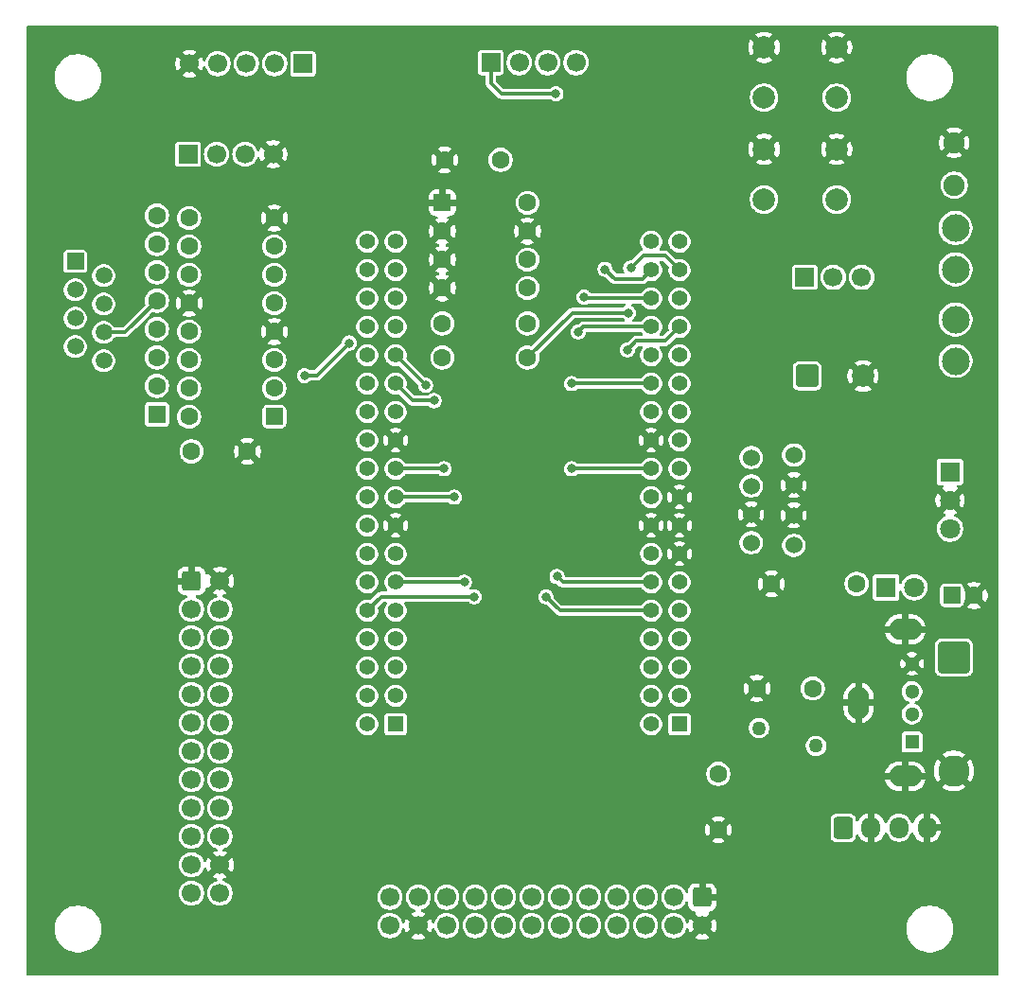
<source format=gbr>
%TF.GenerationSoftware,KiCad,Pcbnew,9.0.7*%
%TF.CreationDate,2026-02-20T16:36:17-05:00*%
%TF.ProjectId,PB_16,50425f31-362e-46b6-9963-61645f706362,v5*%
%TF.SameCoordinates,Original*%
%TF.FileFunction,Copper,L2,Bot*%
%TF.FilePolarity,Positive*%
%FSLAX46Y46*%
G04 Gerber Fmt 4.6, Leading zero omitted, Abs format (unit mm)*
G04 Created by KiCad (PCBNEW 9.0.7) date 2026-02-20 16:36:17*
%MOMM*%
%LPD*%
G01*
G04 APERTURE LIST*
G04 Aperture macros list*
%AMRoundRect*
0 Rectangle with rounded corners*
0 $1 Rounding radius*
0 $2 $3 $4 $5 $6 $7 $8 $9 X,Y pos of 4 corners*
0 Add a 4 corners polygon primitive as box body*
4,1,4,$2,$3,$4,$5,$6,$7,$8,$9,$2,$3,0*
0 Add four circle primitives for the rounded corners*
1,1,$1+$1,$2,$3*
1,1,$1+$1,$4,$5*
1,1,$1+$1,$6,$7*
1,1,$1+$1,$8,$9*
0 Add four rect primitives between the rounded corners*
20,1,$1+$1,$2,$3,$4,$5,0*
20,1,$1+$1,$4,$5,$6,$7,0*
20,1,$1+$1,$6,$7,$8,$9,0*
20,1,$1+$1,$8,$9,$2,$3,0*%
G04 Aperture macros list end*
%TA.AperFunction,ComponentPad*%
%ADD10RoundRect,0.250000X-0.750000X-0.750000X0.750000X-0.750000X0.750000X0.750000X-0.750000X0.750000X0*%
%TD*%
%TA.AperFunction,ComponentPad*%
%ADD11C,2.000000*%
%TD*%
%TA.AperFunction,ComponentPad*%
%ADD12RoundRect,0.250000X-0.550000X-0.550000X0.550000X-0.550000X0.550000X0.550000X-0.550000X0.550000X0*%
%TD*%
%TA.AperFunction,ComponentPad*%
%ADD13C,1.600000*%
%TD*%
%TA.AperFunction,ComponentPad*%
%ADD14RoundRect,0.250001X-1.149999X1.149999X-1.149999X-1.149999X1.149999X-1.149999X1.149999X1.149999X0*%
%TD*%
%TA.AperFunction,ComponentPad*%
%ADD15C,2.800000*%
%TD*%
%TA.AperFunction,ComponentPad*%
%ADD16R,1.800000X1.800000*%
%TD*%
%TA.AperFunction,ComponentPad*%
%ADD17C,1.800000*%
%TD*%
%TA.AperFunction,ComponentPad*%
%ADD18R,1.700000X1.700000*%
%TD*%
%TA.AperFunction,ComponentPad*%
%ADD19C,1.700000*%
%TD*%
%TA.AperFunction,ComponentPad*%
%ADD20RoundRect,0.250000X-0.600000X-0.725000X0.600000X-0.725000X0.600000X0.725000X-0.600000X0.725000X0*%
%TD*%
%TA.AperFunction,ComponentPad*%
%ADD21O,1.700000X1.950000*%
%TD*%
%TA.AperFunction,ComponentPad*%
%ADD22RoundRect,0.250000X-0.600000X-0.600000X0.600000X-0.600000X0.600000X0.600000X-0.600000X0.600000X0*%
%TD*%
%TA.AperFunction,ComponentPad*%
%ADD23R,1.408000X1.408000*%
%TD*%
%TA.AperFunction,ComponentPad*%
%ADD24C,1.408000*%
%TD*%
%TA.AperFunction,ComponentPad*%
%ADD25C,1.270000*%
%TD*%
%TA.AperFunction,ComponentPad*%
%ADD26R,1.300000X1.300000*%
%TD*%
%TA.AperFunction,ComponentPad*%
%ADD27C,1.300000*%
%TD*%
%TA.AperFunction,ComponentPad*%
%ADD28O,2.900000X1.900000*%
%TD*%
%TA.AperFunction,ComponentPad*%
%ADD29O,1.900000X2.900000*%
%TD*%
%TA.AperFunction,ComponentPad*%
%ADD30C,1.904000*%
%TD*%
%TA.AperFunction,ComponentPad*%
%ADD31C,2.475000*%
%TD*%
%TA.AperFunction,ComponentPad*%
%ADD32RoundRect,0.250000X-0.600000X0.600000X-0.600000X-0.600000X0.600000X-0.600000X0.600000X0.600000X0*%
%TD*%
%TA.AperFunction,ComponentPad*%
%ADD33C,1.524000*%
%TD*%
%TA.AperFunction,ComponentPad*%
%ADD34RoundRect,0.250000X0.550000X0.550000X-0.550000X0.550000X-0.550000X-0.550000X0.550000X-0.550000X0*%
%TD*%
%TA.AperFunction,ComponentPad*%
%ADD35R,1.600000X1.600000*%
%TD*%
%TA.AperFunction,ComponentPad*%
%ADD36R,1.500000X1.500000*%
%TD*%
%TA.AperFunction,ComponentPad*%
%ADD37C,1.500000*%
%TD*%
%TA.AperFunction,ViaPad*%
%ADD38C,0.800000*%
%TD*%
%TA.AperFunction,Conductor*%
%ADD39C,0.350000*%
%TD*%
%TA.AperFunction,Conductor*%
%ADD40C,0.300000*%
%TD*%
G04 APERTURE END LIST*
D10*
%TO.P,C2,1*%
%TO.N,/12V*%
X232875000Y-67350000D03*
D11*
%TO.P,C2,2*%
%TO.N,GND*%
X237875000Y-67350000D03*
%TD*%
D12*
%TO.P,C3,1*%
%TO.N,+5V*%
X245819888Y-87000000D03*
D13*
%TO.P,C3,2*%
%TO.N,GND*%
X247819888Y-87000000D03*
%TD*%
D14*
%TO.P,D1,1,K*%
%TO.N,+5V*%
X246000000Y-92520000D03*
D15*
%TO.P,D1,2,A*%
%TO.N,GND*%
X246000000Y-102680000D03*
%TD*%
D16*
%TO.P,D2,1,K*%
%TO.N,Net-(D2-K)*%
X239925000Y-86250000D03*
D17*
%TO.P,D2,2,A*%
%TO.N,+5V*%
X242465000Y-86250000D03*
%TD*%
D18*
%TO.P,J2,1,Pin_1*%
%TO.N,I2C_SDA*%
X204574956Y-39307550D03*
D19*
%TO.P,J2,2,Pin_2*%
%TO.N,I2C_SCL*%
X207114956Y-39307550D03*
%TO.P,J2,3,Pin_3*%
%TO.N,/OLED_Pin_3*%
X209654956Y-39307550D03*
%TO.P,J2,4,Pin_4*%
%TO.N,/OLED_Pin_4*%
X212194956Y-39307550D03*
%TD*%
D20*
%TO.P,J3,1,Pin_1*%
%TO.N,GPIO1*%
X236100000Y-107775000D03*
D21*
%TO.P,J3,2,Pin_2*%
%TO.N,GND*%
X238600000Y-107775000D03*
%TO.P,J3,3,Pin_3*%
%TO.N,GPIO2*%
X241100000Y-107775000D03*
%TO.P,J3,4,Pin_4*%
%TO.N,GND*%
X243600000Y-107775000D03*
%TD*%
D18*
%TO.P,J4,1,Pin_1*%
%TO.N,unconnected-(J4-Pin_1-Pad1)*%
X187774956Y-39407550D03*
D19*
%TO.P,J4,2,Pin_2*%
%TO.N,I2C_SCL*%
X185234956Y-39407550D03*
%TO.P,J4,3,Pin_3*%
%TO.N,I2C_SDA*%
X182694956Y-39407550D03*
%TO.P,J4,4,Pin_4*%
%TO.N,+3V3*%
X180154956Y-39407550D03*
%TO.P,J4,5,Pin_5*%
%TO.N,GND*%
X177614956Y-39407550D03*
%TD*%
D18*
%TO.P,J6,1,Pin_1*%
%TO.N,/12V*%
X232675000Y-58525000D03*
D19*
%TO.P,J6,2,Pin_2*%
%TO.N,/VIN*%
X235215000Y-58525000D03*
%TO.P,J6,3,Pin_3*%
%TO.N,+5V*%
X237755000Y-58525000D03*
%TD*%
D22*
%TO.P,J7,1,Pin_1*%
%TO.N,GND*%
X177800000Y-85700000D03*
D19*
%TO.P,J7,2,Pin_2*%
X180340000Y-85700000D03*
%TO.P,J7,3,Pin_3*%
%TO.N,+5V*%
X177800000Y-88240000D03*
%TO.P,J7,4,Pin_4*%
X180340000Y-88240000D03*
%TO.P,J7,5,Pin_5*%
%TO.N,OUT1*%
X177800000Y-90780000D03*
%TO.P,J7,6,Pin_6*%
%TO.N,OUT2*%
X180340000Y-90780000D03*
%TO.P,J7,7,Pin_7*%
%TO.N,OUT3*%
X177800000Y-93320000D03*
%TO.P,J7,8,Pin_8*%
%TO.N,OUT4*%
X180340000Y-93320000D03*
%TO.P,J7,9,Pin_9*%
%TO.N,OUT5*%
X177800000Y-95860000D03*
%TO.P,J7,10,Pin_10*%
%TO.N,OUT6*%
X180340000Y-95860000D03*
%TO.P,J7,11,Pin_11*%
%TO.N,OUT7*%
X177800000Y-98400000D03*
%TO.P,J7,12,Pin_12*%
%TO.N,OUT8*%
X180340000Y-98400000D03*
%TO.P,J7,13,Pin_13*%
%TO.N,OUT9*%
X177800000Y-100940000D03*
%TO.P,J7,14,Pin_14*%
%TO.N,OUT10*%
X180340000Y-100940000D03*
%TO.P,J7,15,Pin_15*%
%TO.N,OUT11*%
X177800000Y-103480000D03*
%TO.P,J7,16,Pin_16*%
%TO.N,OUT12*%
X180340000Y-103480000D03*
%TO.P,J7,17,Pin_17*%
%TO.N,OUT13*%
X177800000Y-106020000D03*
%TO.P,J7,18,Pin_18*%
%TO.N,OUT14*%
X180340000Y-106020000D03*
%TO.P,J7,19,Pin_19*%
%TO.N,OUT15*%
X177800000Y-108560000D03*
%TO.P,J7,20,Pin_20*%
%TO.N,OUT16*%
X180340000Y-108560000D03*
%TO.P,J7,21,Pin_21*%
%TO.N,unconnected-(J7-Pin_21-Pad21)*%
X177800000Y-111100000D03*
%TO.P,J7,22,Pin_22*%
%TO.N,GND*%
X180340000Y-111100000D03*
%TO.P,J7,23,Pin_23*%
%TO.N,unconnected-(J7-Pin_23-Pad23)*%
X177800000Y-113640000D03*
%TO.P,J7,24,Pin_24*%
%TO.N,unconnected-(J7-Pin_24-Pad24)*%
X180340000Y-113640000D03*
%TD*%
D23*
%TO.P,U2,P1_1,SYS_VIN*%
%TO.N,+5V*%
X221459656Y-98510250D03*
D24*
%TO.P,U2,P1_2,AIN6/GPIO87*%
%TO.N,GPIO1*%
X218919656Y-98510250D03*
%TO.P,U2,P1_3,USB1_DRVVBUS*%
%TO.N,unconnected-(U2A-USB1_DRVVBUS-PadP1_3)*%
X221459656Y-95970250D03*
%TO.P,U2,P1_4,GPIO_89*%
%TO.N,GPIO2*%
X218919656Y-95970250D03*
%TO.P,U2,P1_5,USB1_VBUS*%
%TO.N,V_USB*%
X221459656Y-93430250D03*
%TO.P,U2,P1_6,SPI0_CS*%
%TO.N,BTN1*%
X218919656Y-93430250D03*
%TO.P,U2,P1_7,USB1_VIN*%
%TO.N,V_USB*%
X221459656Y-90890250D03*
%TO.P,U2,P1_8,SPI0_CLK*%
%TO.N,BTN2*%
X218919656Y-90890250D03*
%TO.P,U2,P1_9,USB1_DN*%
%TO.N,USB_D-*%
X221459656Y-88350250D03*
%TO.P,U2,P1_10,SPI0_MISO*%
%TO.N,TXD2*%
X218919656Y-88350250D03*
%TO.P,U2,P1_11,USB1_DP*%
%TO.N,USB_D+*%
X221459656Y-85810250D03*
%TO.P,U2,P1_12,SPI0_MOSI*%
%TO.N,OUT30*%
X218919656Y-85810250D03*
%TO.P,U2,P1_13,USB1_ID*%
%TO.N,GND*%
X221459656Y-83270250D03*
%TO.P,U2,P1_14,SYS_3.3V*%
%TO.N,+3V3*%
X218919656Y-83270250D03*
%TO.P,U2,P1_15,USB1_GND*%
%TO.N,GND*%
X221459656Y-80730250D03*
%TO.P,U2,P1_16,SYS_GND*%
X218919656Y-80730250D03*
%TO.P,U2,P1_17,AIN1.8V_REF-*%
X221459656Y-78190250D03*
%TO.P,U2,P1_18,AIN1.8V_REF+*%
%TO.N,unconnected-(U2A-AIN1.8V_REF+-PadP1_18)*%
X218919656Y-78190250D03*
%TO.P,U2,P1_19,AIN0(1.8V)*%
%TO.N,unconnected-(U2A-AIN0(1.8V)-PadP1_19)*%
X221459656Y-75650250D03*
%TO.P,U2,P1_20,GPIO_20*%
%TO.N,OUT29*%
X218919656Y-75650250D03*
%TO.P,U2,P1_21,AIN1(1.8V)*%
%TO.N,unconnected-(U2A-AIN1(1.8V)-PadP1_21)*%
X221459656Y-73110250D03*
%TO.P,U2,P1_22,SYS_GND*%
%TO.N,GND*%
X218919656Y-73110250D03*
%TO.P,U2,P1_23,AIN2(1.8V)*%
%TO.N,unconnected-(U2A-AIN2(1.8V)-PadP1_23)*%
X221459656Y-70570250D03*
%TO.P,U2,P1_24,SYS_VOUT*%
%TO.N,unconnected-(U2A-SYS_VOUT-PadP1_24)*%
X218919656Y-70570250D03*
%TO.P,U2,P1_25,AIN3(1.8V)*%
%TO.N,unconnected-(U2A-AIN3(1.8V)-PadP1_25)*%
X221459656Y-68030250D03*
%TO.P,U2,P1_26,I2C2_SDA*%
%TO.N,I2C_SDA*%
X218919656Y-68030250D03*
%TO.P,U2,P1_27,AIN4(1.8V)*%
%TO.N,unconnected-(U2A-AIN4(1.8V)-PadP1_27)*%
X221459656Y-65490250D03*
%TO.P,U2,P1_28,I2C2_SCL*%
%TO.N,I2C_SCL*%
X218919656Y-65490250D03*
%TO.P,U2,P1_29,PRU0_7*%
%TO.N,OUT21*%
X221459656Y-62950250D03*
%TO.P,U2,P1_30,UART0_TX*%
%TO.N,OUT28*%
X218919656Y-62950250D03*
%TO.P,U2,P1_31,PRU0_4*%
%TO.N,OUT22*%
X221459656Y-60410250D03*
%TO.P,U2,P1_32,UART0_RX*%
%TO.N,OUT27*%
X218919656Y-60410250D03*
%TO.P,U2,P1_33,PRU0_1*%
%TO.N,OUT23*%
X221459656Y-57870250D03*
%TO.P,U2,P1_34,GPIO_26*%
%TO.N,OUT25*%
X218919656Y-57870250D03*
%TO.P,U2,P1_35,PRU1_10*%
%TO.N,OUT24*%
X221459656Y-55330250D03*
%TO.P,U2,P1_36,PWM0_A*%
%TO.N,OUT26*%
X218919656Y-55330250D03*
D23*
%TO.P,U2,P2_1,PWM1_A*%
%TO.N,OUT16*%
X196059656Y-98510250D03*
D24*
%TO.P,U2,P2_2,GPIO_59*%
%TO.N,OUT15*%
X193519656Y-98510250D03*
%TO.P,U2,P2_3,GPIO_23*%
%TO.N,OUT14*%
X196059656Y-95970250D03*
%TO.P,U2,P2_4,GPIO_58*%
%TO.N,OUT13*%
X193519656Y-95970250D03*
%TO.P,U2,P2_5,UART4_RX*%
%TO.N,OUT11*%
X196059656Y-93430250D03*
%TO.P,U2,P2_6,GPIO_57*%
%TO.N,OUT12*%
X193519656Y-93430250D03*
%TO.P,U2,P2_7,UART4_TX*%
%TO.N,OUT9*%
X196059656Y-90890250D03*
%TO.P,U2,P2_8,GPIO_60*%
%TO.N,OUT10*%
X193519656Y-90890250D03*
%TO.P,U2,P2_9,I2C1_SCL*%
%TO.N,TXD1*%
X196059656Y-88350250D03*
%TO.P,U2,P2_10,GPIO_52*%
%TO.N,OUT31*%
X193519656Y-88350250D03*
%TO.P,U2,P2_11,I2C1_SDA*%
%TO.N,OUT32*%
X196059656Y-85810250D03*
%TO.P,U2,P2_12,SYS_PWRBTN*%
%TO.N,unconnected-(U2B-SYS_PWRBTN-PadP2_12)*%
X193519656Y-85810250D03*
%TO.P,U2,P2_13,SYS_VOUT*%
%TO.N,unconnected-(U2A-SYS_VOUT-PadP2_13)*%
X196059656Y-83270250D03*
%TO.P,U2,P2_14,BAT_VIN*%
%TO.N,unconnected-(U2B-BAT_VIN-PadP2_14)*%
X193519656Y-83270250D03*
%TO.P,U2,P2_15,SYS_GND*%
%TO.N,GND*%
X196059656Y-80730250D03*
%TO.P,U2,P2_16,BAT_TEMP*%
%TO.N,unconnected-(U2B-BAT_TEMP-PadP2_16)*%
X193519656Y-80730250D03*
%TO.P,U2,P2_17,GPIO_65*%
%TO.N,OUT33*%
X196059656Y-78190250D03*
%TO.P,U2,P2_18,GPIO_47*%
%TO.N,OUT8*%
X193519656Y-78190250D03*
%TO.P,U2,P2_19,GPIO_27*%
%TO.N,OUT34*%
X196059656Y-75650250D03*
%TO.P,U2,P2_20,GPIO_64*%
%TO.N,OUT7*%
X193519656Y-75650250D03*
%TO.P,U2,P2_21,SYS_GND*%
%TO.N,GND*%
X196059656Y-73110250D03*
%TO.P,U2,P2_22,GPIO_46*%
%TO.N,OUT6*%
X193519656Y-73110250D03*
%TO.P,U2,P2_23,SYS_3.3V*%
%TO.N,unconnected-(U2A-SYS_3.3V-PadP2_23)*%
X196059656Y-70570250D03*
%TO.P,U2,P2_24,GPIO_48*%
%TO.N,OUT5*%
X193519656Y-70570250D03*
%TO.P,U2,P2_25,SPI1_MOSI*%
%TO.N,OUT35*%
X196059656Y-68030250D03*
%TO.P,U2,P2_26,SYS_NRST*%
%TO.N,unconnected-(U2B-SYS_NRST-PadP2_26)*%
X193519656Y-68030250D03*
%TO.P,U2,P2_27,SPI1_MISO*%
%TO.N,OUT36*%
X196059656Y-65490250D03*
%TO.P,U2,P2_28,PRU0_6*%
%TO.N,OUT4*%
X193519656Y-65490250D03*
%TO.P,U2,P2_29,SPI1_CLK*%
%TO.N,OUT19*%
X196059656Y-62950250D03*
%TO.P,U2,P2_30,PRU0_3*%
%TO.N,OUT3*%
X193519656Y-62950250D03*
%TO.P,U2,P2_31,SPI1_CS*%
%TO.N,OUT20*%
X196059656Y-60410250D03*
%TO.P,U2,P2_32,PRU0_2*%
%TO.N,OUT2*%
X193519656Y-60410250D03*
%TO.P,U2,P2_33,GPIO_45*%
%TO.N,OUT17*%
X196059656Y-57870250D03*
%TO.P,U2,P2_34,PRU0_5*%
%TO.N,OUT1*%
X193519656Y-57870250D03*
%TO.P,U2,P2_35,AIN5/GPIO86*%
%TO.N,OUT18*%
X196059656Y-55330250D03*
%TO.P,U2,P2_36,AIN7(1.8V)*%
%TO.N,unconnected-(U2B-AIN7(1.8V)-PadP2_36)*%
X193519656Y-55330250D03*
%TD*%
D25*
%TO.P,F1,1*%
%TO.N,V_USB*%
X233674956Y-100457550D03*
%TO.P,F1,2*%
%TO.N,+5V*%
X228574956Y-98857550D03*
%TD*%
D13*
%TO.P,C1,1*%
%TO.N,V_USB*%
X233374956Y-95307550D03*
%TO.P,C1,2*%
%TO.N,GND*%
X228374956Y-95307550D03*
%TD*%
%TO.P,C4,1*%
%TO.N,+5V*%
X224924956Y-102957550D03*
%TO.P,C4,2*%
%TO.N,GND*%
X224924956Y-107957550D03*
%TD*%
D26*
%TO.P,J1,1,VBUS*%
%TO.N,V_USB*%
X242260000Y-100100000D03*
D27*
%TO.P,J1,2,D-*%
%TO.N,USB_D-*%
X242260000Y-97600000D03*
%TO.P,J1,3,D+*%
%TO.N,USB_D+*%
X242260000Y-95600000D03*
%TO.P,J1,4,GND*%
%TO.N,GND*%
X242260000Y-93100000D03*
D28*
%TO.P,J1,5,Shield*%
X241660000Y-103170000D03*
D29*
X237480000Y-96600000D03*
D28*
X241660000Y-90030000D03*
%TD*%
D13*
%TO.P,R4,1*%
%TO.N,+3V3*%
X200243200Y-62654200D03*
%TO.P,R4,2*%
%TO.N,I2C_SDA*%
X207863200Y-62654200D03*
%TD*%
%TO.P,R5,1*%
%TO.N,+3V3*%
X200243200Y-65704200D03*
%TO.P,R5,2*%
%TO.N,I2C_SCL*%
X207863200Y-65704200D03*
%TD*%
%TO.P,C6,1*%
%TO.N,GND*%
X200443800Y-48000000D03*
%TO.P,C6,2*%
%TO.N,+3V3*%
X205443800Y-48000000D03*
%TD*%
D12*
%TO.P,U4,1,A0*%
%TO.N,GND*%
X200243200Y-51854200D03*
D13*
%TO.P,U4,2,A1*%
X200243200Y-54394200D03*
%TO.P,U4,3,A2*%
X200243200Y-56934200D03*
%TO.P,U4,4,GND*%
X200243200Y-59474200D03*
%TO.P,U4,5,SDA*%
%TO.N,I2C_SDA*%
X207863200Y-59474200D03*
%TO.P,U4,6,SCL*%
%TO.N,I2C_SCL*%
X207863200Y-56934200D03*
%TO.P,U4,7,WP*%
%TO.N,GND*%
X207863200Y-54394200D03*
%TO.P,U4,8,VCC*%
%TO.N,+3V3*%
X207863200Y-51854200D03*
%TD*%
D11*
%TO.P,SW5,1,A*%
%TO.N,GND*%
X229025000Y-47057550D03*
X235525000Y-47057550D03*
%TO.P,SW5,2,B*%
%TO.N,BTN2*%
X229025000Y-51557550D03*
X235525000Y-51557550D03*
%TD*%
D30*
%TO.P,J5,1,Pin_1*%
%TO.N,VIN1*%
X246025459Y-50280560D03*
%TO.P,J5,2,Pin_2*%
%TO.N,GND*%
X246025459Y-46470560D03*
%TD*%
D31*
%TO.P,F2,1_1,1*%
%TO.N,VIN1*%
X246150000Y-54107550D03*
%TO.P,F2,1_2,1*%
X246150000Y-57807550D03*
%TO.P,F2,2_1,2*%
%TO.N,/VIN*%
X246150000Y-62307550D03*
%TO.P,F2,2_2,2*%
X246150000Y-66007550D03*
%TD*%
D13*
%TO.P,R1,1*%
%TO.N,GND*%
X229690000Y-85950000D03*
%TO.P,R1,2*%
%TO.N,Net-(D2-K)*%
X237310000Y-85950000D03*
%TD*%
D11*
%TO.P,SW4,1,A*%
%TO.N,GND*%
X229025000Y-37950000D03*
X235525000Y-37950000D03*
%TO.P,SW4,2,B*%
%TO.N,BTN1*%
X229025000Y-42450000D03*
X235525000Y-42450000D03*
%TD*%
D32*
%TO.P,J8,1,Pin_1*%
%TO.N,GND*%
X223500000Y-114000000D03*
D19*
%TO.P,J8,2,Pin_2*%
X223500000Y-116540000D03*
%TO.P,J8,3,Pin_3*%
%TO.N,+5V*%
X220960000Y-114000000D03*
%TO.P,J8,4,Pin_4*%
X220960000Y-116540000D03*
%TO.P,J8,5,Pin_5*%
%TO.N,OUT21*%
X218420000Y-114000000D03*
%TO.P,J8,6,Pin_6*%
%TO.N,OUT22*%
X218420000Y-116540000D03*
%TO.P,J8,7,Pin_7*%
%TO.N,OUT23*%
X215880000Y-114000000D03*
%TO.P,J8,8,Pin_8*%
%TO.N,OUT24*%
X215880000Y-116540000D03*
%TO.P,J8,9,Pin_9*%
%TO.N,OUT25*%
X213340000Y-114000000D03*
%TO.P,J8,10,Pin_10*%
%TO.N,OUT26*%
X213340000Y-116540000D03*
%TO.P,J8,11,Pin_11*%
%TO.N,OUT27*%
X210800000Y-114000000D03*
%TO.P,J8,12,Pin_12*%
%TO.N,OUT28*%
X210800000Y-116540000D03*
%TO.P,J8,13,Pin_13*%
%TO.N,OUT29*%
X208260000Y-114000000D03*
%TO.P,J8,14,Pin_14*%
%TO.N,OUT30*%
X208260000Y-116540000D03*
%TO.P,J8,15,Pin_15*%
%TO.N,OUT31*%
X205720000Y-114000000D03*
%TO.P,J8,16,Pin_16*%
%TO.N,OUT32*%
X205720000Y-116540000D03*
%TO.P,J8,17,Pin_17*%
%TO.N,OUT33*%
X203180000Y-114000000D03*
%TO.P,J8,18,Pin_18*%
%TO.N,OUT34*%
X203180000Y-116540000D03*
%TO.P,J8,19,Pin_19*%
%TO.N,OUT35*%
X200640000Y-114000000D03*
%TO.P,J8,20,Pin_20*%
%TO.N,OUT36*%
X200640000Y-116540000D03*
%TO.P,J8,21,Pin_21*%
%TO.N,unconnected-(J8-Pin_21-Pad21)*%
X198100000Y-114000000D03*
%TO.P,J8,22,Pin_22*%
%TO.N,GND*%
X198100000Y-116540000D03*
%TO.P,J8,23,Pin_23*%
%TO.N,unconnected-(J8-Pin_23-Pad23)*%
X195560000Y-114000000D03*
%TO.P,J8,24,Pin_24*%
%TO.N,unconnected-(J8-Pin_24-Pad24)*%
X195560000Y-116540000D03*
%TD*%
D18*
%TO.P,J9,1,Pin_1*%
%TO.N,+5V*%
X177500000Y-47500000D03*
D19*
%TO.P,J9,2,Pin_2*%
%TO.N,TXD1*%
X180040000Y-47500000D03*
%TO.P,J9,3,Pin_3*%
%TO.N,TXD2*%
X182580000Y-47500000D03*
%TO.P,J9,4,Pin_4*%
%TO.N,GND*%
X185120000Y-47500000D03*
%TD*%
D16*
%TO.P,U1,1,IN*%
%TO.N,/12V*%
X245650000Y-75925000D03*
D17*
%TO.P,U1,2,GND*%
%TO.N,GND*%
X245650000Y-78465000D03*
%TO.P,U1,3,OUT*%
%TO.N,+5V*%
X245650000Y-81005000D03*
D33*
%TO.P,U1,4,OUT*%
X227870000Y-82275000D03*
%TO.P,U1,5,GND*%
%TO.N,GND*%
X227870000Y-79735000D03*
%TO.P,U1,6,IN*%
%TO.N,/12V*%
X227870000Y-77195000D03*
%TO.P,U1,7,EN*%
%TO.N,unconnected-(U1-EN-Pad7)*%
X227870000Y-74655000D03*
%TO.P,U1,8,OUT*%
%TO.N,+5V*%
X231680000Y-82506940D03*
%TO.P,U1,9,GND*%
%TO.N,GND*%
X231680000Y-79812000D03*
%TO.P,U1,10,GND*%
X231680000Y-77118000D03*
%TO.P,U1,11,IN*%
%TO.N,/12V*%
X231680000Y-74423060D03*
%TD*%
D13*
%TO.P,C8,1*%
%TO.N,+5V*%
X177800000Y-74100000D03*
%TO.P,C8,2*%
%TO.N,GND*%
X182800000Y-74100000D03*
%TD*%
D34*
%TO.P,U7,1,1A*%
%TO.N,OUT20*%
X185200000Y-71000000D03*
D13*
%TO.P,U7,2,1Y*%
%TO.N,OUT20+*%
X185200000Y-68460000D03*
%TO.P,U7,3,1Z*%
%TO.N,OUT20-*%
X185200000Y-65920000D03*
%TO.P,U7,4,G*%
%TO.N,GND*%
X185200000Y-63380000D03*
%TO.P,U7,5,2Z*%
%TO.N,OUT18-*%
X185200000Y-60840000D03*
%TO.P,U7,6,2Y*%
%TO.N,OUT18+*%
X185200000Y-58300000D03*
%TO.P,U7,7,2A*%
%TO.N,OUT18*%
X185200000Y-55760000D03*
%TO.P,U7,8,GND*%
%TO.N,GND*%
X185200000Y-53220000D03*
%TO.P,U7,9,3A*%
%TO.N,OUT17*%
X177580000Y-53220000D03*
%TO.P,U7,10,3Y*%
%TO.N,OUT17+*%
X177580000Y-55760000D03*
%TO.P,U7,11,3Z*%
%TO.N,OUT17-*%
X177580000Y-58300000D03*
%TO.P,U7,12,~{G}*%
%TO.N,GND*%
X177580000Y-60840000D03*
%TO.P,U7,13,4Z*%
%TO.N,OUT19-*%
X177580000Y-63380000D03*
%TO.P,U7,14,4Y*%
%TO.N,OUT19+*%
X177580000Y-65920000D03*
%TO.P,U7,15,4A*%
%TO.N,OUT19*%
X177580000Y-68460000D03*
%TO.P,U7,16,VCC*%
%TO.N,+5V*%
X177580000Y-71000000D03*
%TD*%
D35*
%TO.P,RN1,1,R1.1*%
%TO.N,OUT20+*%
X174700000Y-70780000D03*
D13*
%TO.P,RN1,2,R1.2*%
%TO.N,OUT20-*%
X174700000Y-68240000D03*
%TO.P,RN1,3,R2.1*%
%TO.N,OUT19+*%
X174700000Y-65700000D03*
%TO.P,RN1,4,R2.2*%
%TO.N,OUT19-*%
X174700000Y-63160000D03*
%TO.P,RN1,5,R3.1*%
%TO.N,OUT18-*%
X174700000Y-60620000D03*
%TO.P,RN1,6,R3.2*%
%TO.N,OUT18+*%
X174700000Y-58080000D03*
%TO.P,RN1,7,R4.1*%
%TO.N,OUT17-*%
X174700000Y-55540000D03*
%TO.P,RN1,8,R4.2*%
%TO.N,OUT17+*%
X174700000Y-53000000D03*
%TD*%
D36*
%TO.P,J21,1*%
%TO.N,OUT17+*%
X167400000Y-57100000D03*
D37*
%TO.P,J21,2*%
%TO.N,OUT17-*%
X169940000Y-58370000D03*
%TO.P,J21,3*%
%TO.N,OUT18+*%
X167400000Y-59640000D03*
%TO.P,J21,4*%
%TO.N,OUT19-*%
X169940000Y-60910000D03*
%TO.P,J21,5*%
%TO.N,OUT19+*%
X167400000Y-62180000D03*
%TO.P,J21,6*%
%TO.N,OUT18-*%
X169940000Y-63450000D03*
%TO.P,J21,7*%
%TO.N,OUT20+*%
X167400000Y-64720000D03*
%TO.P,J21,8*%
%TO.N,OUT20-*%
X169940000Y-65990000D03*
%TD*%
D38*
%TO.N,GND*%
X215200000Y-38400000D03*
X215300000Y-41000000D03*
%TO.N,I2C_SCL*%
X216900000Y-61700000D03*
%TO.N,I2C_SDA*%
X210400000Y-42100000D03*
X211825000Y-68030250D03*
%TO.N,OUT36*%
X198734703Y-68165297D03*
%TO.N,OUT34*%
X200400000Y-75650250D03*
%TO.N,OUT33*%
X201300000Y-78190250D03*
%TO.N,OUT35*%
X199500000Y-69561594D03*
%TO.N,OUT32*%
X202200000Y-85810250D03*
%TO.N,OUT31*%
X203100000Y-87100000D03*
%TO.N,OUT30*%
X210500000Y-85300000D03*
%TO.N,OUT29*%
X211825000Y-75650250D03*
%TO.N,OUT28*%
X212400000Y-63400000D03*
%TO.N,OUT27*%
X212925000Y-60300000D03*
%TO.N,OUT25*%
X214800000Y-57800000D03*
%TO.N,OUT23*%
X217100000Y-57700000D03*
%TO.N,OUT21*%
X216800000Y-65000000D03*
%TO.N,OUT19*%
X191900000Y-64400000D03*
X187900000Y-67300000D03*
%TO.N,TXD2*%
X209500000Y-87100000D03*
%TD*%
D39*
%TO.N,I2C_SCL*%
X207863200Y-65704200D02*
X211867400Y-61700000D01*
X211867400Y-61700000D02*
X216900000Y-61700000D01*
%TO.N,I2C_SDA*%
X218919656Y-68030250D02*
X211825000Y-68030250D01*
X204574956Y-41174956D02*
X204574956Y-39307550D01*
X210400000Y-42100000D02*
X205500000Y-42100000D01*
X205500000Y-42100000D02*
X204574956Y-41174956D01*
%TO.N,OUT36*%
X196059656Y-65490250D02*
X198734703Y-68165297D01*
%TO.N,OUT34*%
X196059656Y-75650250D02*
X200400000Y-75650250D01*
%TO.N,OUT33*%
X196059656Y-78190250D02*
X201300000Y-78190250D01*
%TO.N,OUT35*%
X197591000Y-69561594D02*
X199500000Y-69561594D01*
X196059656Y-68030250D02*
X197591000Y-69561594D01*
D40*
%TO.N,OUT18-*%
X171870000Y-63450000D02*
X174700000Y-60620000D01*
X169940000Y-63450000D02*
X171870000Y-63450000D01*
D39*
%TO.N,OUT32*%
X196059656Y-85810250D02*
X202200000Y-85810250D01*
%TO.N,OUT31*%
X194769906Y-87100000D02*
X203100000Y-87100000D01*
X193519656Y-88350250D02*
X194769906Y-87100000D01*
%TO.N,OUT30*%
X211010250Y-85810250D02*
X210500000Y-85300000D01*
X218919656Y-85810250D02*
X211010250Y-85810250D01*
%TO.N,OUT29*%
X211825000Y-75650250D02*
X218919656Y-75650250D01*
%TO.N,OUT28*%
X218919656Y-62950250D02*
X212849750Y-62950250D01*
X212849750Y-62950250D02*
X212400000Y-63400000D01*
%TO.N,OUT27*%
X218919656Y-60410250D02*
X213035250Y-60410250D01*
X213035250Y-60410250D02*
X212925000Y-60300000D01*
%TO.N,OUT25*%
X218919656Y-57870250D02*
X218123251Y-58666655D01*
X215666655Y-58666655D02*
X214800000Y-57800000D01*
X218123251Y-58666655D02*
X215666655Y-58666655D01*
%TO.N,OUT23*%
X220169951Y-56580545D02*
X218219455Y-56580545D01*
X221459656Y-57870250D02*
X220169951Y-56580545D01*
X218219455Y-56580545D02*
X217100000Y-57700000D01*
%TO.N,OUT21*%
X217600000Y-64200000D02*
X216800000Y-65000000D01*
X221459656Y-62950250D02*
X220209906Y-64200000D01*
X220209906Y-64200000D02*
X217600000Y-64200000D01*
%TO.N,OUT19*%
X189000000Y-67300000D02*
X187900000Y-67300000D01*
X191900000Y-64400000D02*
X189000000Y-67300000D01*
%TO.N,TXD2*%
X218919656Y-88350250D02*
X210750250Y-88350250D01*
X210750250Y-88350250D02*
X209500000Y-87100000D01*
%TD*%
%TA.AperFunction,Conductor*%
%TO.N,GND*%
G36*
X249916621Y-36045502D02*
G01*
X249963114Y-36099158D01*
X249974500Y-36151500D01*
X249974500Y-120848500D01*
X249954498Y-120916621D01*
X249900842Y-120963114D01*
X249848500Y-120974500D01*
X163151500Y-120974500D01*
X163083379Y-120954498D01*
X163036886Y-120900842D01*
X163025500Y-120848500D01*
X163025500Y-116702323D01*
X165539500Y-116702323D01*
X165539500Y-116977676D01*
X165575438Y-117250659D01*
X165575440Y-117250666D01*
X165633390Y-117466941D01*
X165646705Y-117516631D01*
X165752077Y-117771022D01*
X165752083Y-117771033D01*
X165889748Y-118009475D01*
X166057372Y-118227928D01*
X166057381Y-118227938D01*
X166252061Y-118422618D01*
X166252071Y-118422627D01*
X166470524Y-118590251D01*
X166708966Y-118727916D01*
X166708977Y-118727922D01*
X166708979Y-118727923D01*
X166963368Y-118833295D01*
X167229334Y-118904560D01*
X167229338Y-118904560D01*
X167229340Y-118904561D01*
X167299696Y-118913823D01*
X167502326Y-118940500D01*
X167502333Y-118940500D01*
X167777667Y-118940500D01*
X167777674Y-118940500D01*
X168024391Y-118908019D01*
X168050659Y-118904561D01*
X168050659Y-118904560D01*
X168050666Y-118904560D01*
X168316632Y-118833295D01*
X168571021Y-118727923D01*
X168809479Y-118590249D01*
X169027928Y-118422628D01*
X169222628Y-118227928D01*
X169390249Y-118009479D01*
X169527923Y-117771021D01*
X169633295Y-117516632D01*
X169704560Y-117250666D01*
X169740500Y-116977674D01*
X169740500Y-116702326D01*
X169719129Y-116539999D01*
X169708930Y-116462524D01*
X169707416Y-116451028D01*
X194429500Y-116451028D01*
X194429500Y-116628972D01*
X194441118Y-116702326D01*
X194457336Y-116804728D01*
X194493994Y-116917549D01*
X194512324Y-116973961D01*
X194593109Y-117132511D01*
X194697703Y-117276471D01*
X194697705Y-117276473D01*
X194697708Y-117276477D01*
X194823522Y-117402291D01*
X194823525Y-117402293D01*
X194823529Y-117402297D01*
X194967489Y-117506891D01*
X195126039Y-117587676D01*
X195295274Y-117642664D01*
X195471028Y-117670500D01*
X195471030Y-117670500D01*
X195648970Y-117670500D01*
X195648972Y-117670500D01*
X195824726Y-117642664D01*
X195993961Y-117587676D01*
X196152511Y-117506891D01*
X196296471Y-117402297D01*
X196422297Y-117276471D01*
X196526891Y-117132511D01*
X196607676Y-116973961D01*
X196647342Y-116851880D01*
X196687415Y-116793275D01*
X196752812Y-116765638D01*
X196822769Y-116777745D01*
X196875075Y-116825751D01*
X196887008Y-116851880D01*
X196941579Y-117019831D01*
X196941584Y-117019841D01*
X197027422Y-117188311D01*
X197027423Y-117188311D01*
X197602094Y-116613640D01*
X197634075Y-116732993D01*
X197699901Y-116847007D01*
X197792993Y-116940099D01*
X197907007Y-117005925D01*
X198026358Y-117037905D01*
X197451687Y-117612575D01*
X197451687Y-117612576D01*
X197620165Y-117698419D01*
X197807287Y-117759219D01*
X198001626Y-117790000D01*
X198198374Y-117790000D01*
X198392712Y-117759219D01*
X198579834Y-117698419D01*
X198748312Y-117612576D01*
X198748312Y-117612575D01*
X198173642Y-117037905D01*
X198292993Y-117005925D01*
X198407007Y-116940099D01*
X198500099Y-116847007D01*
X198565925Y-116732993D01*
X198597905Y-116613642D01*
X199172575Y-117188312D01*
X199172576Y-117188312D01*
X199258419Y-117019834D01*
X199258420Y-117019831D01*
X199312991Y-116851881D01*
X199353064Y-116793275D01*
X199418461Y-116765638D01*
X199488418Y-116777745D01*
X199540724Y-116825751D01*
X199552657Y-116851880D01*
X199565835Y-116892439D01*
X199592324Y-116973961D01*
X199673109Y-117132511D01*
X199777703Y-117276471D01*
X199777705Y-117276473D01*
X199777708Y-117276477D01*
X199903522Y-117402291D01*
X199903525Y-117402293D01*
X199903529Y-117402297D01*
X200047489Y-117506891D01*
X200206039Y-117587676D01*
X200375274Y-117642664D01*
X200551028Y-117670500D01*
X200551030Y-117670500D01*
X200728970Y-117670500D01*
X200728972Y-117670500D01*
X200904726Y-117642664D01*
X201073961Y-117587676D01*
X201232511Y-117506891D01*
X201376471Y-117402297D01*
X201502297Y-117276471D01*
X201606891Y-117132511D01*
X201687676Y-116973961D01*
X201742664Y-116804726D01*
X201770500Y-116628972D01*
X201770500Y-116451028D01*
X202049500Y-116451028D01*
X202049500Y-116628972D01*
X202061118Y-116702326D01*
X202077336Y-116804728D01*
X202113994Y-116917549D01*
X202132324Y-116973961D01*
X202213109Y-117132511D01*
X202317703Y-117276471D01*
X202317705Y-117276473D01*
X202317708Y-117276477D01*
X202443522Y-117402291D01*
X202443525Y-117402293D01*
X202443529Y-117402297D01*
X202587489Y-117506891D01*
X202746039Y-117587676D01*
X202915274Y-117642664D01*
X203091028Y-117670500D01*
X203091030Y-117670500D01*
X203268970Y-117670500D01*
X203268972Y-117670500D01*
X203444726Y-117642664D01*
X203613961Y-117587676D01*
X203772511Y-117506891D01*
X203916471Y-117402297D01*
X204042297Y-117276471D01*
X204146891Y-117132511D01*
X204227676Y-116973961D01*
X204282664Y-116804726D01*
X204310500Y-116628972D01*
X204310500Y-116451028D01*
X204589500Y-116451028D01*
X204589500Y-116628972D01*
X204601118Y-116702326D01*
X204617336Y-116804728D01*
X204653994Y-116917549D01*
X204672324Y-116973961D01*
X204753109Y-117132511D01*
X204857703Y-117276471D01*
X204857705Y-117276473D01*
X204857708Y-117276477D01*
X204983522Y-117402291D01*
X204983525Y-117402293D01*
X204983529Y-117402297D01*
X205127489Y-117506891D01*
X205286039Y-117587676D01*
X205455274Y-117642664D01*
X205631028Y-117670500D01*
X205631030Y-117670500D01*
X205808970Y-117670500D01*
X205808972Y-117670500D01*
X205984726Y-117642664D01*
X206153961Y-117587676D01*
X206312511Y-117506891D01*
X206456471Y-117402297D01*
X206582297Y-117276471D01*
X206686891Y-117132511D01*
X206767676Y-116973961D01*
X206822664Y-116804726D01*
X206850500Y-116628972D01*
X206850500Y-116451028D01*
X207129500Y-116451028D01*
X207129500Y-116628972D01*
X207141118Y-116702326D01*
X207157336Y-116804728D01*
X207193994Y-116917549D01*
X207212324Y-116973961D01*
X207293109Y-117132511D01*
X207397703Y-117276471D01*
X207397705Y-117276473D01*
X207397708Y-117276477D01*
X207523522Y-117402291D01*
X207523525Y-117402293D01*
X207523529Y-117402297D01*
X207667489Y-117506891D01*
X207826039Y-117587676D01*
X207995274Y-117642664D01*
X208171028Y-117670500D01*
X208171030Y-117670500D01*
X208348970Y-117670500D01*
X208348972Y-117670500D01*
X208524726Y-117642664D01*
X208693961Y-117587676D01*
X208852511Y-117506891D01*
X208996471Y-117402297D01*
X209122297Y-117276471D01*
X209226891Y-117132511D01*
X209307676Y-116973961D01*
X209362664Y-116804726D01*
X209390500Y-116628972D01*
X209390500Y-116451028D01*
X209669500Y-116451028D01*
X209669500Y-116628972D01*
X209681118Y-116702326D01*
X209697336Y-116804728D01*
X209733994Y-116917549D01*
X209752324Y-116973961D01*
X209833109Y-117132511D01*
X209937703Y-117276471D01*
X209937705Y-117276473D01*
X209937708Y-117276477D01*
X210063522Y-117402291D01*
X210063525Y-117402293D01*
X210063529Y-117402297D01*
X210207489Y-117506891D01*
X210366039Y-117587676D01*
X210535274Y-117642664D01*
X210711028Y-117670500D01*
X210711030Y-117670500D01*
X210888970Y-117670500D01*
X210888972Y-117670500D01*
X211064726Y-117642664D01*
X211233961Y-117587676D01*
X211392511Y-117506891D01*
X211536471Y-117402297D01*
X211662297Y-117276471D01*
X211766891Y-117132511D01*
X211847676Y-116973961D01*
X211902664Y-116804726D01*
X211930500Y-116628972D01*
X211930500Y-116451028D01*
X212209500Y-116451028D01*
X212209500Y-116628972D01*
X212221118Y-116702326D01*
X212237336Y-116804728D01*
X212273994Y-116917549D01*
X212292324Y-116973961D01*
X212373109Y-117132511D01*
X212477703Y-117276471D01*
X212477705Y-117276473D01*
X212477708Y-117276477D01*
X212603522Y-117402291D01*
X212603525Y-117402293D01*
X212603529Y-117402297D01*
X212747489Y-117506891D01*
X212906039Y-117587676D01*
X213075274Y-117642664D01*
X213251028Y-117670500D01*
X213251030Y-117670500D01*
X213428970Y-117670500D01*
X213428972Y-117670500D01*
X213604726Y-117642664D01*
X213773961Y-117587676D01*
X213932511Y-117506891D01*
X214076471Y-117402297D01*
X214202297Y-117276471D01*
X214306891Y-117132511D01*
X214387676Y-116973961D01*
X214442664Y-116804726D01*
X214470500Y-116628972D01*
X214470500Y-116451028D01*
X214749500Y-116451028D01*
X214749500Y-116628972D01*
X214761118Y-116702326D01*
X214777336Y-116804728D01*
X214813994Y-116917549D01*
X214832324Y-116973961D01*
X214913109Y-117132511D01*
X215017703Y-117276471D01*
X215017705Y-117276473D01*
X215017708Y-117276477D01*
X215143522Y-117402291D01*
X215143525Y-117402293D01*
X215143529Y-117402297D01*
X215287489Y-117506891D01*
X215446039Y-117587676D01*
X215615274Y-117642664D01*
X215791028Y-117670500D01*
X215791030Y-117670500D01*
X215968970Y-117670500D01*
X215968972Y-117670500D01*
X216144726Y-117642664D01*
X216313961Y-117587676D01*
X216472511Y-117506891D01*
X216616471Y-117402297D01*
X216742297Y-117276471D01*
X216846891Y-117132511D01*
X216927676Y-116973961D01*
X216982664Y-116804726D01*
X217010500Y-116628972D01*
X217010500Y-116451028D01*
X217289500Y-116451028D01*
X217289500Y-116628972D01*
X217301118Y-116702326D01*
X217317336Y-116804728D01*
X217353994Y-116917549D01*
X217372324Y-116973961D01*
X217453109Y-117132511D01*
X217557703Y-117276471D01*
X217557705Y-117276473D01*
X217557708Y-117276477D01*
X217683522Y-117402291D01*
X217683525Y-117402293D01*
X217683529Y-117402297D01*
X217827489Y-117506891D01*
X217986039Y-117587676D01*
X218155274Y-117642664D01*
X218331028Y-117670500D01*
X218331030Y-117670500D01*
X218508970Y-117670500D01*
X218508972Y-117670500D01*
X218684726Y-117642664D01*
X218853961Y-117587676D01*
X219012511Y-117506891D01*
X219156471Y-117402297D01*
X219282297Y-117276471D01*
X219386891Y-117132511D01*
X219467676Y-116973961D01*
X219522664Y-116804726D01*
X219550500Y-116628972D01*
X219550500Y-116451028D01*
X219522664Y-116275274D01*
X219467676Y-116106039D01*
X219386891Y-115947489D01*
X219282297Y-115803529D01*
X219282293Y-115803525D01*
X219282291Y-115803522D01*
X219156477Y-115677708D01*
X219156473Y-115677705D01*
X219156471Y-115677703D01*
X219012511Y-115573109D01*
X218853961Y-115492324D01*
X218777321Y-115467422D01*
X218684728Y-115437336D01*
X218583836Y-115421357D01*
X218508972Y-115409500D01*
X218331028Y-115409500D01*
X218260726Y-115420634D01*
X218155271Y-115437336D01*
X217986039Y-115492324D01*
X217986037Y-115492325D01*
X217827489Y-115573109D01*
X217683522Y-115677708D01*
X217557708Y-115803522D01*
X217453109Y-115947489D01*
X217372325Y-116106037D01*
X217372324Y-116106039D01*
X217317336Y-116275271D01*
X217317336Y-116275274D01*
X217289500Y-116451028D01*
X217010500Y-116451028D01*
X216982664Y-116275274D01*
X216927676Y-116106039D01*
X216846891Y-115947489D01*
X216742297Y-115803529D01*
X216742293Y-115803525D01*
X216742291Y-115803522D01*
X216616477Y-115677708D01*
X216616473Y-115677705D01*
X216616471Y-115677703D01*
X216472511Y-115573109D01*
X216313961Y-115492324D01*
X216237321Y-115467422D01*
X216144728Y-115437336D01*
X216043836Y-115421357D01*
X215968972Y-115409500D01*
X215791028Y-115409500D01*
X215720726Y-115420634D01*
X215615271Y-115437336D01*
X215446039Y-115492324D01*
X215446037Y-115492325D01*
X215287489Y-115573109D01*
X215143522Y-115677708D01*
X215017708Y-115803522D01*
X214913109Y-115947489D01*
X214832325Y-116106037D01*
X214832324Y-116106039D01*
X214777336Y-116275271D01*
X214777336Y-116275274D01*
X214749500Y-116451028D01*
X214470500Y-116451028D01*
X214442664Y-116275274D01*
X214387676Y-116106039D01*
X214306891Y-115947489D01*
X214202297Y-115803529D01*
X214202293Y-115803525D01*
X214202291Y-115803522D01*
X214076477Y-115677708D01*
X214076473Y-115677705D01*
X214076471Y-115677703D01*
X213932511Y-115573109D01*
X213773961Y-115492324D01*
X213697321Y-115467422D01*
X213604728Y-115437336D01*
X213503836Y-115421357D01*
X213428972Y-115409500D01*
X213251028Y-115409500D01*
X213180726Y-115420634D01*
X213075271Y-115437336D01*
X212906039Y-115492324D01*
X212906037Y-115492325D01*
X212747489Y-115573109D01*
X212603522Y-115677708D01*
X212477708Y-115803522D01*
X212373109Y-115947489D01*
X212292325Y-116106037D01*
X212292324Y-116106039D01*
X212237336Y-116275271D01*
X212237336Y-116275274D01*
X212209500Y-116451028D01*
X211930500Y-116451028D01*
X211902664Y-116275274D01*
X211847676Y-116106039D01*
X211766891Y-115947489D01*
X211662297Y-115803529D01*
X211662293Y-115803525D01*
X211662291Y-115803522D01*
X211536477Y-115677708D01*
X211536473Y-115677705D01*
X211536471Y-115677703D01*
X211392511Y-115573109D01*
X211233961Y-115492324D01*
X211157321Y-115467422D01*
X211064728Y-115437336D01*
X210963836Y-115421357D01*
X210888972Y-115409500D01*
X210711028Y-115409500D01*
X210640726Y-115420634D01*
X210535271Y-115437336D01*
X210366039Y-115492324D01*
X210366037Y-115492325D01*
X210207489Y-115573109D01*
X210063522Y-115677708D01*
X209937708Y-115803522D01*
X209833109Y-115947489D01*
X209752325Y-116106037D01*
X209752324Y-116106039D01*
X209697336Y-116275271D01*
X209697336Y-116275274D01*
X209669500Y-116451028D01*
X209390500Y-116451028D01*
X209362664Y-116275274D01*
X209307676Y-116106039D01*
X209226891Y-115947489D01*
X209122297Y-115803529D01*
X209122293Y-115803525D01*
X209122291Y-115803522D01*
X208996477Y-115677708D01*
X208996473Y-115677705D01*
X208996471Y-115677703D01*
X208852511Y-115573109D01*
X208693961Y-115492324D01*
X208617321Y-115467422D01*
X208524728Y-115437336D01*
X208423836Y-115421357D01*
X208348972Y-115409500D01*
X208171028Y-115409500D01*
X208100726Y-115420634D01*
X207995271Y-115437336D01*
X207826039Y-115492324D01*
X207826037Y-115492325D01*
X207667489Y-115573109D01*
X207523522Y-115677708D01*
X207397708Y-115803522D01*
X207293109Y-115947489D01*
X207212325Y-116106037D01*
X207212324Y-116106039D01*
X207157336Y-116275271D01*
X207157336Y-116275274D01*
X207129500Y-116451028D01*
X206850500Y-116451028D01*
X206822664Y-116275274D01*
X206767676Y-116106039D01*
X206686891Y-115947489D01*
X206582297Y-115803529D01*
X206582293Y-115803525D01*
X206582291Y-115803522D01*
X206456477Y-115677708D01*
X206456473Y-115677705D01*
X206456471Y-115677703D01*
X206312511Y-115573109D01*
X206153961Y-115492324D01*
X206077321Y-115467422D01*
X205984728Y-115437336D01*
X205883836Y-115421357D01*
X205808972Y-115409500D01*
X205631028Y-115409500D01*
X205560726Y-115420634D01*
X205455271Y-115437336D01*
X205286039Y-115492324D01*
X205286037Y-115492325D01*
X205127489Y-115573109D01*
X204983522Y-115677708D01*
X204857708Y-115803522D01*
X204753109Y-115947489D01*
X204672325Y-116106037D01*
X204672324Y-116106039D01*
X204617336Y-116275271D01*
X204617336Y-116275274D01*
X204589500Y-116451028D01*
X204310500Y-116451028D01*
X204282664Y-116275274D01*
X204227676Y-116106039D01*
X204146891Y-115947489D01*
X204042297Y-115803529D01*
X204042293Y-115803525D01*
X204042291Y-115803522D01*
X203916477Y-115677708D01*
X203916473Y-115677705D01*
X203916471Y-115677703D01*
X203772511Y-115573109D01*
X203613961Y-115492324D01*
X203537321Y-115467422D01*
X203444728Y-115437336D01*
X203343836Y-115421357D01*
X203268972Y-115409500D01*
X203091028Y-115409500D01*
X203020726Y-115420634D01*
X202915271Y-115437336D01*
X202746039Y-115492324D01*
X202746037Y-115492325D01*
X202587489Y-115573109D01*
X202443522Y-115677708D01*
X202317708Y-115803522D01*
X202213109Y-115947489D01*
X202132325Y-116106037D01*
X202132324Y-116106039D01*
X202077336Y-116275271D01*
X202077336Y-116275274D01*
X202049500Y-116451028D01*
X201770500Y-116451028D01*
X201742664Y-116275274D01*
X201687676Y-116106039D01*
X201606891Y-115947489D01*
X201502297Y-115803529D01*
X201502293Y-115803525D01*
X201502291Y-115803522D01*
X201376477Y-115677708D01*
X201376473Y-115677705D01*
X201376471Y-115677703D01*
X201232511Y-115573109D01*
X201073961Y-115492324D01*
X200997321Y-115467422D01*
X200904728Y-115437336D01*
X200803836Y-115421357D01*
X200728972Y-115409500D01*
X200551028Y-115409500D01*
X200480726Y-115420634D01*
X200375271Y-115437336D01*
X200206039Y-115492324D01*
X200206037Y-115492325D01*
X200047489Y-115573109D01*
X199903522Y-115677708D01*
X199777708Y-115803522D01*
X199673109Y-115947489D01*
X199592325Y-116106037D01*
X199592324Y-116106040D01*
X199552657Y-116228119D01*
X199512583Y-116286725D01*
X199447186Y-116314361D01*
X199377229Y-116302254D01*
X199324923Y-116254247D01*
X199312991Y-116228118D01*
X199258420Y-116060168D01*
X199258419Y-116060165D01*
X199172576Y-115891687D01*
X199172575Y-115891687D01*
X198597905Y-116466357D01*
X198565925Y-116347007D01*
X198500099Y-116232993D01*
X198407007Y-116139901D01*
X198292993Y-116074075D01*
X198173641Y-116042094D01*
X198748311Y-115467423D01*
X198748311Y-115467422D01*
X198579841Y-115381584D01*
X198579831Y-115381579D01*
X198411880Y-115327008D01*
X198353275Y-115286934D01*
X198325638Y-115221537D01*
X198337745Y-115151581D01*
X198385752Y-115099275D01*
X198411878Y-115087343D01*
X198533961Y-115047676D01*
X198692511Y-114966891D01*
X198836471Y-114862297D01*
X198962297Y-114736471D01*
X199066891Y-114592511D01*
X199147676Y-114433961D01*
X199202664Y-114264726D01*
X199230500Y-114088972D01*
X199230500Y-113911030D01*
X199509500Y-113911030D01*
X199509500Y-114088969D01*
X199537336Y-114264728D01*
X199542298Y-114279998D01*
X199592324Y-114433961D01*
X199673109Y-114592511D01*
X199777703Y-114736471D01*
X199777705Y-114736473D01*
X199777708Y-114736477D01*
X199903522Y-114862291D01*
X199903525Y-114862293D01*
X199903529Y-114862297D01*
X200047489Y-114966891D01*
X200206039Y-115047676D01*
X200375274Y-115102664D01*
X200551028Y-115130500D01*
X200551030Y-115130500D01*
X200728970Y-115130500D01*
X200728972Y-115130500D01*
X200904726Y-115102664D01*
X201073961Y-115047676D01*
X201232511Y-114966891D01*
X201376471Y-114862297D01*
X201502297Y-114736471D01*
X201606891Y-114592511D01*
X201687676Y-114433961D01*
X201742664Y-114264726D01*
X201770500Y-114088972D01*
X201770500Y-113911030D01*
X202049500Y-113911030D01*
X202049500Y-114088969D01*
X202077336Y-114264728D01*
X202082298Y-114279998D01*
X202132324Y-114433961D01*
X202213109Y-114592511D01*
X202317703Y-114736471D01*
X202317705Y-114736473D01*
X202317708Y-114736477D01*
X202443522Y-114862291D01*
X202443525Y-114862293D01*
X202443529Y-114862297D01*
X202587489Y-114966891D01*
X202746039Y-115047676D01*
X202915274Y-115102664D01*
X203091028Y-115130500D01*
X203091030Y-115130500D01*
X203268970Y-115130500D01*
X203268972Y-115130500D01*
X203444726Y-115102664D01*
X203613961Y-115047676D01*
X203772511Y-114966891D01*
X203916471Y-114862297D01*
X204042297Y-114736471D01*
X204146891Y-114592511D01*
X204227676Y-114433961D01*
X204282664Y-114264726D01*
X204310500Y-114088972D01*
X204310500Y-113911030D01*
X204589500Y-113911030D01*
X204589500Y-114088969D01*
X204617336Y-114264728D01*
X204622298Y-114279998D01*
X204672324Y-114433961D01*
X204753109Y-114592511D01*
X204857703Y-114736471D01*
X204857705Y-114736473D01*
X204857708Y-114736477D01*
X204983522Y-114862291D01*
X204983525Y-114862293D01*
X204983529Y-114862297D01*
X205127489Y-114966891D01*
X205286039Y-115047676D01*
X205455274Y-115102664D01*
X205631028Y-115130500D01*
X205631030Y-115130500D01*
X205808970Y-115130500D01*
X205808972Y-115130500D01*
X205984726Y-115102664D01*
X206153961Y-115047676D01*
X206312511Y-114966891D01*
X206456471Y-114862297D01*
X206582297Y-114736471D01*
X206686891Y-114592511D01*
X206767676Y-114433961D01*
X206822664Y-114264726D01*
X206850500Y-114088972D01*
X206850500Y-113911030D01*
X207129500Y-113911030D01*
X207129500Y-114088969D01*
X207157336Y-114264728D01*
X207162298Y-114279998D01*
X207212324Y-114433961D01*
X207293109Y-114592511D01*
X207397703Y-114736471D01*
X207397705Y-114736473D01*
X207397708Y-114736477D01*
X207523522Y-114862291D01*
X207523525Y-114862293D01*
X207523529Y-114862297D01*
X207667489Y-114966891D01*
X207826039Y-115047676D01*
X207995274Y-115102664D01*
X208171028Y-115130500D01*
X208171030Y-115130500D01*
X208348970Y-115130500D01*
X208348972Y-115130500D01*
X208524726Y-115102664D01*
X208693961Y-115047676D01*
X208852511Y-114966891D01*
X208996471Y-114862297D01*
X209122297Y-114736471D01*
X209226891Y-114592511D01*
X209307676Y-114433961D01*
X209362664Y-114264726D01*
X209390500Y-114088972D01*
X209390500Y-113911030D01*
X209669500Y-113911030D01*
X209669500Y-114088969D01*
X209697336Y-114264728D01*
X209702298Y-114279998D01*
X209752324Y-114433961D01*
X209833109Y-114592511D01*
X209937703Y-114736471D01*
X209937705Y-114736473D01*
X209937708Y-114736477D01*
X210063522Y-114862291D01*
X210063525Y-114862293D01*
X210063529Y-114862297D01*
X210207489Y-114966891D01*
X210366039Y-115047676D01*
X210535274Y-115102664D01*
X210711028Y-115130500D01*
X210711030Y-115130500D01*
X210888970Y-115130500D01*
X210888972Y-115130500D01*
X211064726Y-115102664D01*
X211233961Y-115047676D01*
X211392511Y-114966891D01*
X211536471Y-114862297D01*
X211662297Y-114736471D01*
X211766891Y-114592511D01*
X211847676Y-114433961D01*
X211902664Y-114264726D01*
X211930500Y-114088972D01*
X211930500Y-113911030D01*
X212209500Y-113911030D01*
X212209500Y-114088969D01*
X212237336Y-114264728D01*
X212242298Y-114279998D01*
X212292324Y-114433961D01*
X212373109Y-114592511D01*
X212477703Y-114736471D01*
X212477705Y-114736473D01*
X212477708Y-114736477D01*
X212603522Y-114862291D01*
X212603525Y-114862293D01*
X212603529Y-114862297D01*
X212747489Y-114966891D01*
X212906039Y-115047676D01*
X213075274Y-115102664D01*
X213251028Y-115130500D01*
X213251030Y-115130500D01*
X213428970Y-115130500D01*
X213428972Y-115130500D01*
X213604726Y-115102664D01*
X213773961Y-115047676D01*
X213932511Y-114966891D01*
X214076471Y-114862297D01*
X214202297Y-114736471D01*
X214306891Y-114592511D01*
X214387676Y-114433961D01*
X214442664Y-114264726D01*
X214470500Y-114088972D01*
X214470500Y-113911030D01*
X214749500Y-113911030D01*
X214749500Y-114088969D01*
X214777336Y-114264728D01*
X214782298Y-114279998D01*
X214832324Y-114433961D01*
X214913109Y-114592511D01*
X215017703Y-114736471D01*
X215017705Y-114736473D01*
X215017708Y-114736477D01*
X215143522Y-114862291D01*
X215143525Y-114862293D01*
X215143529Y-114862297D01*
X215287489Y-114966891D01*
X215446039Y-115047676D01*
X215615274Y-115102664D01*
X215791028Y-115130500D01*
X215791030Y-115130500D01*
X215968970Y-115130500D01*
X215968972Y-115130500D01*
X216144726Y-115102664D01*
X216313961Y-115047676D01*
X216472511Y-114966891D01*
X216616471Y-114862297D01*
X216742297Y-114736471D01*
X216846891Y-114592511D01*
X216927676Y-114433961D01*
X216982664Y-114264726D01*
X217010500Y-114088972D01*
X217010500Y-113911030D01*
X217289500Y-113911030D01*
X217289500Y-114088969D01*
X217317336Y-114264728D01*
X217322298Y-114279998D01*
X217372324Y-114433961D01*
X217453109Y-114592511D01*
X217557703Y-114736471D01*
X217557705Y-114736473D01*
X217557708Y-114736477D01*
X217683522Y-114862291D01*
X217683525Y-114862293D01*
X217683529Y-114862297D01*
X217827489Y-114966891D01*
X217986039Y-115047676D01*
X218155274Y-115102664D01*
X218331028Y-115130500D01*
X218331030Y-115130500D01*
X218508970Y-115130500D01*
X218508972Y-115130500D01*
X218684726Y-115102664D01*
X218853961Y-115047676D01*
X219012511Y-114966891D01*
X219156471Y-114862297D01*
X219282297Y-114736471D01*
X219386891Y-114592511D01*
X219467676Y-114433961D01*
X219522664Y-114264726D01*
X219550500Y-114088972D01*
X219550500Y-113911030D01*
X219829500Y-113911030D01*
X219829500Y-114088969D01*
X219857336Y-114264728D01*
X219862298Y-114279998D01*
X219912324Y-114433961D01*
X219993109Y-114592511D01*
X220097703Y-114736471D01*
X220097705Y-114736473D01*
X220097708Y-114736477D01*
X220223522Y-114862291D01*
X220223525Y-114862293D01*
X220223529Y-114862297D01*
X220367489Y-114966891D01*
X220526039Y-115047676D01*
X220695274Y-115102664D01*
X220871028Y-115130500D01*
X220871030Y-115130500D01*
X221048970Y-115130500D01*
X221048972Y-115130500D01*
X221224726Y-115102664D01*
X221393961Y-115047676D01*
X221552511Y-114966891D01*
X221696471Y-114862297D01*
X221822297Y-114736471D01*
X221926891Y-114592511D01*
X222007676Y-114433961D01*
X222007676Y-114433958D01*
X222009923Y-114429550D01*
X222010906Y-114430051D01*
X222052137Y-114378886D01*
X222119500Y-114356463D01*
X222188292Y-114374020D01*
X222236671Y-114425981D01*
X222250000Y-114482383D01*
X222250000Y-114665651D01*
X222252899Y-114702489D01*
X222298719Y-114860202D01*
X222382314Y-115001552D01*
X222382319Y-115001559D01*
X222498440Y-115117680D01*
X222498447Y-115117685D01*
X222639797Y-115201280D01*
X222801795Y-115248345D01*
X222861630Y-115286558D01*
X222891308Y-115351054D01*
X222881405Y-115421357D01*
X222853933Y-115453244D01*
X222851687Y-115467424D01*
X223426357Y-116042094D01*
X223307007Y-116074075D01*
X223192993Y-116139901D01*
X223099901Y-116232993D01*
X223034075Y-116347007D01*
X223002094Y-116466357D01*
X222427424Y-115891687D01*
X222427422Y-115891687D01*
X222341582Y-116060161D01*
X222287008Y-116228119D01*
X222246934Y-116286725D01*
X222181537Y-116314361D01*
X222111580Y-116302254D01*
X222059274Y-116254247D01*
X222047342Y-116228118D01*
X222018678Y-116139901D01*
X222007676Y-116106039D01*
X221926891Y-115947489D01*
X221822297Y-115803529D01*
X221822293Y-115803525D01*
X221822291Y-115803522D01*
X221696477Y-115677708D01*
X221696473Y-115677705D01*
X221696471Y-115677703D01*
X221552511Y-115573109D01*
X221393961Y-115492324D01*
X221317321Y-115467422D01*
X221224728Y-115437336D01*
X221123836Y-115421357D01*
X221048972Y-115409500D01*
X220871028Y-115409500D01*
X220800726Y-115420634D01*
X220695271Y-115437336D01*
X220526039Y-115492324D01*
X220526037Y-115492325D01*
X220367489Y-115573109D01*
X220223522Y-115677708D01*
X220097708Y-115803522D01*
X219993109Y-115947489D01*
X219912325Y-116106037D01*
X219912324Y-116106039D01*
X219857336Y-116275271D01*
X219857336Y-116275274D01*
X219829500Y-116451028D01*
X219829500Y-116628972D01*
X219841118Y-116702326D01*
X219857336Y-116804728D01*
X219893994Y-116917549D01*
X219912324Y-116973961D01*
X219993109Y-117132511D01*
X220097703Y-117276471D01*
X220097705Y-117276473D01*
X220097708Y-117276477D01*
X220223522Y-117402291D01*
X220223525Y-117402293D01*
X220223529Y-117402297D01*
X220367489Y-117506891D01*
X220526039Y-117587676D01*
X220695274Y-117642664D01*
X220871028Y-117670500D01*
X220871030Y-117670500D01*
X221048970Y-117670500D01*
X221048972Y-117670500D01*
X221224726Y-117642664D01*
X221393961Y-117587676D01*
X221552511Y-117506891D01*
X221696471Y-117402297D01*
X221822297Y-117276471D01*
X221926891Y-117132511D01*
X222007676Y-116973961D01*
X222047342Y-116851880D01*
X222087415Y-116793275D01*
X222152812Y-116765638D01*
X222222769Y-116777745D01*
X222275075Y-116825751D01*
X222287008Y-116851880D01*
X222341579Y-117019831D01*
X222341584Y-117019841D01*
X222427422Y-117188311D01*
X222427423Y-117188311D01*
X223002094Y-116613640D01*
X223034075Y-116732993D01*
X223099901Y-116847007D01*
X223192993Y-116940099D01*
X223307007Y-117005925D01*
X223426358Y-117037905D01*
X222851687Y-117612575D01*
X222851687Y-117612576D01*
X223020165Y-117698419D01*
X223207287Y-117759219D01*
X223401626Y-117790000D01*
X223598374Y-117790000D01*
X223792712Y-117759219D01*
X223979834Y-117698419D01*
X224148312Y-117612576D01*
X224148312Y-117612575D01*
X223573642Y-117037905D01*
X223692993Y-117005925D01*
X223807007Y-116940099D01*
X223900099Y-116847007D01*
X223965925Y-116732993D01*
X223997905Y-116613642D01*
X224572575Y-117188312D01*
X224572576Y-117188312D01*
X224658419Y-117019834D01*
X224719219Y-116832712D01*
X224739871Y-116702323D01*
X241739500Y-116702323D01*
X241739500Y-116977676D01*
X241775438Y-117250659D01*
X241775440Y-117250666D01*
X241833390Y-117466941D01*
X241846705Y-117516631D01*
X241952077Y-117771022D01*
X241952083Y-117771033D01*
X242089748Y-118009475D01*
X242257372Y-118227928D01*
X242257381Y-118227938D01*
X242452061Y-118422618D01*
X242452071Y-118422627D01*
X242670524Y-118590251D01*
X242908966Y-118727916D01*
X242908977Y-118727922D01*
X242908979Y-118727923D01*
X243163368Y-118833295D01*
X243429334Y-118904560D01*
X243429338Y-118904560D01*
X243429340Y-118904561D01*
X243499696Y-118913823D01*
X243702326Y-118940500D01*
X243702333Y-118940500D01*
X243977667Y-118940500D01*
X243977674Y-118940500D01*
X244224391Y-118908019D01*
X244250659Y-118904561D01*
X244250659Y-118904560D01*
X244250666Y-118904560D01*
X244516632Y-118833295D01*
X244771021Y-118727923D01*
X245009479Y-118590249D01*
X245227928Y-118422628D01*
X245422628Y-118227928D01*
X245590249Y-118009479D01*
X245727923Y-117771021D01*
X245833295Y-117516632D01*
X245904560Y-117250666D01*
X245940500Y-116977674D01*
X245940500Y-116702326D01*
X245904560Y-116429334D01*
X245833295Y-116163368D01*
X245727923Y-115908979D01*
X245727922Y-115908977D01*
X245727916Y-115908966D01*
X245590251Y-115670524D01*
X245515502Y-115573109D01*
X245422628Y-115452072D01*
X245422627Y-115452071D01*
X245422618Y-115452061D01*
X245227938Y-115257381D01*
X245227928Y-115257372D01*
X245009475Y-115089748D01*
X244771033Y-114952083D01*
X244771022Y-114952077D01*
X244643826Y-114899391D01*
X244516632Y-114846705D01*
X244250666Y-114775440D01*
X244250659Y-114775438D01*
X243977676Y-114739500D01*
X243977674Y-114739500D01*
X243702326Y-114739500D01*
X243702323Y-114739500D01*
X243429340Y-114775438D01*
X243163368Y-114846705D01*
X242908977Y-114952077D01*
X242908966Y-114952083D01*
X242670524Y-115089748D01*
X242452071Y-115257372D01*
X242452061Y-115257381D01*
X242257381Y-115452061D01*
X242257372Y-115452071D01*
X242089748Y-115670524D01*
X241952083Y-115908966D01*
X241952077Y-115908977D01*
X241846705Y-116163368D01*
X241775438Y-116429340D01*
X241739500Y-116702323D01*
X224739871Y-116702323D01*
X224743646Y-116678490D01*
X224750000Y-116638373D01*
X224750000Y-116441626D01*
X224719219Y-116247287D01*
X224658419Y-116060165D01*
X224572576Y-115891687D01*
X224572575Y-115891687D01*
X223997905Y-116466357D01*
X223965925Y-116347007D01*
X223900099Y-116232993D01*
X223807007Y-116139901D01*
X223692993Y-116074075D01*
X223573641Y-116042094D01*
X224148311Y-115467423D01*
X224146056Y-115453183D01*
X224124538Y-115432861D01*
X224107472Y-115363946D01*
X224130372Y-115296745D01*
X224185970Y-115252592D01*
X224198203Y-115248345D01*
X224360202Y-115201280D01*
X224501552Y-115117685D01*
X224501559Y-115117680D01*
X224617680Y-115001559D01*
X224617685Y-115001552D01*
X224701280Y-114860202D01*
X224747100Y-114702489D01*
X224749999Y-114665651D01*
X224750000Y-114665649D01*
X224750000Y-114300000D01*
X223904144Y-114300000D01*
X223965925Y-114192993D01*
X224000000Y-114065826D01*
X224000000Y-113934174D01*
X223965925Y-113807007D01*
X223904144Y-113700000D01*
X224750000Y-113700000D01*
X224750000Y-113334350D01*
X224749999Y-113334348D01*
X224747100Y-113297510D01*
X224701280Y-113139797D01*
X224617685Y-112998447D01*
X224617680Y-112998440D01*
X224501559Y-112882319D01*
X224501552Y-112882314D01*
X224360202Y-112798719D01*
X224202489Y-112752899D01*
X224165650Y-112750000D01*
X223800000Y-112750000D01*
X223800000Y-113595855D01*
X223692993Y-113534075D01*
X223565826Y-113500000D01*
X223434174Y-113500000D01*
X223307007Y-113534075D01*
X223200000Y-113595855D01*
X223200000Y-112750000D01*
X222834350Y-112750000D01*
X222797510Y-112752899D01*
X222639797Y-112798719D01*
X222498447Y-112882314D01*
X222498440Y-112882319D01*
X222382319Y-112998440D01*
X222382314Y-112998447D01*
X222298719Y-113139797D01*
X222252899Y-113297510D01*
X222250000Y-113334348D01*
X222250000Y-113517616D01*
X222229998Y-113585737D01*
X222176342Y-113632230D01*
X222106068Y-113642334D01*
X222041488Y-113612840D01*
X222010650Y-113570079D01*
X222009923Y-113570450D01*
X222007676Y-113566041D01*
X222007676Y-113566039D01*
X221926891Y-113407489D01*
X221822297Y-113263529D01*
X221822293Y-113263525D01*
X221822291Y-113263522D01*
X221696477Y-113137708D01*
X221696473Y-113137705D01*
X221696471Y-113137703D01*
X221552511Y-113033109D01*
X221393961Y-112952324D01*
X221337549Y-112933994D01*
X221224728Y-112897336D01*
X221129878Y-112882314D01*
X221048972Y-112869500D01*
X220871028Y-112869500D01*
X220800726Y-112880634D01*
X220695271Y-112897336D01*
X220526039Y-112952324D01*
X220526037Y-112952325D01*
X220367489Y-113033109D01*
X220223522Y-113137708D01*
X220097708Y-113263522D01*
X219993109Y-113407489D01*
X219912325Y-113566037D01*
X219912324Y-113566039D01*
X219857336Y-113735271D01*
X219829500Y-113911030D01*
X219550500Y-113911030D01*
X219550500Y-113911028D01*
X219522664Y-113735274D01*
X219467676Y-113566039D01*
X219386891Y-113407489D01*
X219282297Y-113263529D01*
X219282293Y-113263525D01*
X219282291Y-113263522D01*
X219156477Y-113137708D01*
X219156473Y-113137705D01*
X219156471Y-113137703D01*
X219012511Y-113033109D01*
X218853961Y-112952324D01*
X218797549Y-112933994D01*
X218684728Y-112897336D01*
X218589878Y-112882314D01*
X218508972Y-112869500D01*
X218331028Y-112869500D01*
X218260726Y-112880634D01*
X218155271Y-112897336D01*
X217986039Y-112952324D01*
X217986037Y-112952325D01*
X217827489Y-113033109D01*
X217683522Y-113137708D01*
X217557708Y-113263522D01*
X217453109Y-113407489D01*
X217372325Y-113566037D01*
X217372324Y-113566039D01*
X217317336Y-113735271D01*
X217289500Y-113911030D01*
X217010500Y-113911030D01*
X217010500Y-113911028D01*
X216982664Y-113735274D01*
X216927676Y-113566039D01*
X216846891Y-113407489D01*
X216742297Y-113263529D01*
X216742293Y-113263525D01*
X216742291Y-113263522D01*
X216616477Y-113137708D01*
X216616473Y-113137705D01*
X216616471Y-113137703D01*
X216472511Y-113033109D01*
X216313961Y-112952324D01*
X216257549Y-112933994D01*
X216144728Y-112897336D01*
X216049878Y-112882314D01*
X215968972Y-112869500D01*
X215791028Y-112869500D01*
X215720726Y-112880634D01*
X215615271Y-112897336D01*
X215446039Y-112952324D01*
X215446037Y-112952325D01*
X215287489Y-113033109D01*
X215143522Y-113137708D01*
X215017708Y-113263522D01*
X214913109Y-113407489D01*
X214832325Y-113566037D01*
X214832324Y-113566039D01*
X214777336Y-113735271D01*
X214749500Y-113911030D01*
X214470500Y-113911030D01*
X214470500Y-113911028D01*
X214442664Y-113735274D01*
X214387676Y-113566039D01*
X214306891Y-113407489D01*
X214202297Y-113263529D01*
X214202293Y-113263525D01*
X214202291Y-113263522D01*
X214076477Y-113137708D01*
X214076473Y-113137705D01*
X214076471Y-113137703D01*
X213932511Y-113033109D01*
X213773961Y-112952324D01*
X213717549Y-112933994D01*
X213604728Y-112897336D01*
X213509878Y-112882314D01*
X213428972Y-112869500D01*
X213251028Y-112869500D01*
X213180726Y-112880634D01*
X213075271Y-112897336D01*
X212906039Y-112952324D01*
X212906037Y-112952325D01*
X212747489Y-113033109D01*
X212603522Y-113137708D01*
X212477708Y-113263522D01*
X212373109Y-113407489D01*
X212292325Y-113566037D01*
X212292324Y-113566039D01*
X212237336Y-113735271D01*
X212209500Y-113911030D01*
X211930500Y-113911030D01*
X211930500Y-113911028D01*
X211902664Y-113735274D01*
X211847676Y-113566039D01*
X211766891Y-113407489D01*
X211662297Y-113263529D01*
X211662293Y-113263525D01*
X211662291Y-113263522D01*
X211536477Y-113137708D01*
X211536473Y-113137705D01*
X211536471Y-113137703D01*
X211392511Y-113033109D01*
X211233961Y-112952324D01*
X211177549Y-112933994D01*
X211064728Y-112897336D01*
X210969878Y-112882314D01*
X210888972Y-112869500D01*
X210711028Y-112869500D01*
X210640726Y-112880634D01*
X210535271Y-112897336D01*
X210366039Y-112952324D01*
X210366037Y-112952325D01*
X210207489Y-113033109D01*
X210063522Y-113137708D01*
X209937708Y-113263522D01*
X209833109Y-113407489D01*
X209752325Y-113566037D01*
X209752324Y-113566039D01*
X209697336Y-113735271D01*
X209669500Y-113911030D01*
X209390500Y-113911030D01*
X209390500Y-113911028D01*
X209362664Y-113735274D01*
X209307676Y-113566039D01*
X209226891Y-113407489D01*
X209122297Y-113263529D01*
X209122293Y-113263525D01*
X209122291Y-113263522D01*
X208996477Y-113137708D01*
X208996473Y-113137705D01*
X208996471Y-113137703D01*
X208852511Y-113033109D01*
X208693961Y-112952324D01*
X208637549Y-112933994D01*
X208524728Y-112897336D01*
X208429878Y-112882314D01*
X208348972Y-112869500D01*
X208171028Y-112869500D01*
X208100726Y-112880634D01*
X207995271Y-112897336D01*
X207826039Y-112952324D01*
X207826037Y-112952325D01*
X207667489Y-113033109D01*
X207523522Y-113137708D01*
X207397708Y-113263522D01*
X207293109Y-113407489D01*
X207212325Y-113566037D01*
X207212324Y-113566039D01*
X207157336Y-113735271D01*
X207129500Y-113911030D01*
X206850500Y-113911030D01*
X206850500Y-113911028D01*
X206822664Y-113735274D01*
X206767676Y-113566039D01*
X206686891Y-113407489D01*
X206582297Y-113263529D01*
X206582293Y-113263525D01*
X206582291Y-113263522D01*
X206456477Y-113137708D01*
X206456473Y-113137705D01*
X206456471Y-113137703D01*
X206312511Y-113033109D01*
X206153961Y-112952324D01*
X206097549Y-112933994D01*
X205984728Y-112897336D01*
X205889878Y-112882314D01*
X205808972Y-112869500D01*
X205631028Y-112869500D01*
X205560726Y-112880634D01*
X205455271Y-112897336D01*
X205286039Y-112952324D01*
X205286037Y-112952325D01*
X205127489Y-113033109D01*
X204983522Y-113137708D01*
X204857708Y-113263522D01*
X204753109Y-113407489D01*
X204672325Y-113566037D01*
X204672324Y-113566039D01*
X204617336Y-113735271D01*
X204589500Y-113911030D01*
X204310500Y-113911030D01*
X204310500Y-113911028D01*
X204282664Y-113735274D01*
X204227676Y-113566039D01*
X204146891Y-113407489D01*
X204042297Y-113263529D01*
X204042293Y-113263525D01*
X204042291Y-113263522D01*
X203916477Y-113137708D01*
X203916473Y-113137705D01*
X203916471Y-113137703D01*
X203772511Y-113033109D01*
X203613961Y-112952324D01*
X203557549Y-112933994D01*
X203444728Y-112897336D01*
X203349878Y-112882314D01*
X203268972Y-112869500D01*
X203091028Y-112869500D01*
X203020726Y-112880634D01*
X202915271Y-112897336D01*
X202746039Y-112952324D01*
X202746037Y-112952325D01*
X202587489Y-113033109D01*
X202443522Y-113137708D01*
X202317708Y-113263522D01*
X202213109Y-113407489D01*
X202132325Y-113566037D01*
X202132324Y-113566039D01*
X202077336Y-113735271D01*
X202049500Y-113911030D01*
X201770500Y-113911030D01*
X201770500Y-113911028D01*
X201742664Y-113735274D01*
X201687676Y-113566039D01*
X201606891Y-113407489D01*
X201502297Y-113263529D01*
X201502293Y-113263525D01*
X201502291Y-113263522D01*
X201376477Y-113137708D01*
X201376473Y-113137705D01*
X201376471Y-113137703D01*
X201232511Y-113033109D01*
X201073961Y-112952324D01*
X201017549Y-112933994D01*
X200904728Y-112897336D01*
X200809878Y-112882314D01*
X200728972Y-112869500D01*
X200551028Y-112869500D01*
X200480726Y-112880634D01*
X200375271Y-112897336D01*
X200206039Y-112952324D01*
X200206037Y-112952325D01*
X200047489Y-113033109D01*
X199903522Y-113137708D01*
X199777708Y-113263522D01*
X199673109Y-113407489D01*
X199592325Y-113566037D01*
X199592324Y-113566039D01*
X199537336Y-113735271D01*
X199509500Y-113911030D01*
X199230500Y-113911030D01*
X199230500Y-113911028D01*
X199202664Y-113735274D01*
X199147676Y-113566039D01*
X199066891Y-113407489D01*
X198962297Y-113263529D01*
X198962293Y-113263525D01*
X198962291Y-113263522D01*
X198836477Y-113137708D01*
X198836473Y-113137705D01*
X198836471Y-113137703D01*
X198692511Y-113033109D01*
X198533961Y-112952324D01*
X198477549Y-112933994D01*
X198364728Y-112897336D01*
X198269878Y-112882314D01*
X198188972Y-112869500D01*
X198011028Y-112869500D01*
X197940726Y-112880634D01*
X197835271Y-112897336D01*
X197666039Y-112952324D01*
X197666037Y-112952325D01*
X197507489Y-113033109D01*
X197363522Y-113137708D01*
X197237708Y-113263522D01*
X197133109Y-113407489D01*
X197052325Y-113566037D01*
X197052324Y-113566039D01*
X196997336Y-113735271D01*
X196969500Y-113911030D01*
X196969500Y-114088969D01*
X196997336Y-114264728D01*
X197002298Y-114279998D01*
X197052324Y-114433961D01*
X197133109Y-114592511D01*
X197237703Y-114736471D01*
X197237705Y-114736473D01*
X197237708Y-114736477D01*
X197363522Y-114862291D01*
X197363525Y-114862293D01*
X197363529Y-114862297D01*
X197507489Y-114966891D01*
X197666039Y-115047676D01*
X197788118Y-115087342D01*
X197846724Y-115127416D01*
X197874361Y-115192812D01*
X197862254Y-115262769D01*
X197814248Y-115315075D01*
X197788119Y-115327008D01*
X197620161Y-115381582D01*
X197451687Y-115467422D01*
X197451687Y-115467424D01*
X198026357Y-116042094D01*
X197907007Y-116074075D01*
X197792993Y-116139901D01*
X197699901Y-116232993D01*
X197634075Y-116347007D01*
X197602094Y-116466357D01*
X197027424Y-115891687D01*
X197027422Y-115891687D01*
X196941582Y-116060161D01*
X196887008Y-116228119D01*
X196846934Y-116286725D01*
X196781537Y-116314361D01*
X196711580Y-116302254D01*
X196659274Y-116254247D01*
X196647342Y-116228118D01*
X196618678Y-116139901D01*
X196607676Y-116106039D01*
X196526891Y-115947489D01*
X196422297Y-115803529D01*
X196422293Y-115803525D01*
X196422291Y-115803522D01*
X196296477Y-115677708D01*
X196296473Y-115677705D01*
X196296471Y-115677703D01*
X196152511Y-115573109D01*
X195993961Y-115492324D01*
X195917321Y-115467422D01*
X195824728Y-115437336D01*
X195723836Y-115421357D01*
X195648972Y-115409500D01*
X195471028Y-115409500D01*
X195400726Y-115420634D01*
X195295271Y-115437336D01*
X195126039Y-115492324D01*
X195126037Y-115492325D01*
X194967489Y-115573109D01*
X194823522Y-115677708D01*
X194697708Y-115803522D01*
X194593109Y-115947489D01*
X194512325Y-116106037D01*
X194512324Y-116106039D01*
X194457336Y-116275271D01*
X194457336Y-116275274D01*
X194429500Y-116451028D01*
X169707416Y-116451028D01*
X169704561Y-116429341D01*
X169704560Y-116429340D01*
X169704560Y-116429334D01*
X169633295Y-116163368D01*
X169527923Y-115908979D01*
X169527922Y-115908977D01*
X169527916Y-115908966D01*
X169390251Y-115670524D01*
X169315502Y-115573109D01*
X169222628Y-115452072D01*
X169222627Y-115452071D01*
X169222618Y-115452061D01*
X169027938Y-115257381D01*
X169027928Y-115257372D01*
X168809475Y-115089748D01*
X168571033Y-114952083D01*
X168571022Y-114952077D01*
X168443826Y-114899391D01*
X168316632Y-114846705D01*
X168050666Y-114775440D01*
X168050659Y-114775438D01*
X167777676Y-114739500D01*
X167777674Y-114739500D01*
X167502326Y-114739500D01*
X167502323Y-114739500D01*
X167229340Y-114775438D01*
X166963368Y-114846705D01*
X166708977Y-114952077D01*
X166708966Y-114952083D01*
X166470524Y-115089748D01*
X166252071Y-115257372D01*
X166252061Y-115257381D01*
X166057381Y-115452061D01*
X166057372Y-115452071D01*
X165889748Y-115670524D01*
X165752083Y-115908966D01*
X165752077Y-115908977D01*
X165646705Y-116163368D01*
X165575438Y-116429340D01*
X165539500Y-116702323D01*
X163025500Y-116702323D01*
X163025500Y-113551028D01*
X176669500Y-113551028D01*
X176669500Y-113728972D01*
X176681859Y-113807007D01*
X176697336Y-113904728D01*
X176733994Y-114017549D01*
X176752324Y-114073961D01*
X176833109Y-114232511D01*
X176937703Y-114376471D01*
X176937705Y-114376473D01*
X176937708Y-114376477D01*
X177063522Y-114502291D01*
X177063525Y-114502293D01*
X177063529Y-114502297D01*
X177207489Y-114606891D01*
X177366039Y-114687676D01*
X177535274Y-114742664D01*
X177711028Y-114770500D01*
X177711030Y-114770500D01*
X177888970Y-114770500D01*
X177888972Y-114770500D01*
X178064726Y-114742664D01*
X178233961Y-114687676D01*
X178392511Y-114606891D01*
X178536471Y-114502297D01*
X178662297Y-114376471D01*
X178766891Y-114232511D01*
X178847676Y-114073961D01*
X178902664Y-113904726D01*
X178930500Y-113728972D01*
X178930500Y-113551028D01*
X178902664Y-113375274D01*
X178847676Y-113206039D01*
X178766891Y-113047489D01*
X178662297Y-112903529D01*
X178662293Y-112903525D01*
X178662291Y-112903522D01*
X178536477Y-112777708D01*
X178536473Y-112777705D01*
X178536471Y-112777703D01*
X178392511Y-112673109D01*
X178233961Y-112592324D01*
X178177549Y-112573994D01*
X178064728Y-112537336D01*
X177976849Y-112523418D01*
X177888972Y-112509500D01*
X177711028Y-112509500D01*
X177640726Y-112520634D01*
X177535271Y-112537336D01*
X177366039Y-112592324D01*
X177366037Y-112592325D01*
X177207489Y-112673109D01*
X177063522Y-112777708D01*
X176937708Y-112903522D01*
X176833109Y-113047489D01*
X176752325Y-113206037D01*
X176752324Y-113206039D01*
X176697336Y-113375271D01*
X176680634Y-113480726D01*
X176669500Y-113551028D01*
X163025500Y-113551028D01*
X163025500Y-111011030D01*
X176669500Y-111011030D01*
X176669500Y-111188969D01*
X176697336Y-111364728D01*
X176733994Y-111477549D01*
X176752324Y-111533961D01*
X176833109Y-111692511D01*
X176937703Y-111836471D01*
X176937705Y-111836473D01*
X176937708Y-111836477D01*
X177063522Y-111962291D01*
X177063525Y-111962293D01*
X177063529Y-111962297D01*
X177207489Y-112066891D01*
X177366039Y-112147676D01*
X177535274Y-112202664D01*
X177711028Y-112230500D01*
X177711030Y-112230500D01*
X177888970Y-112230500D01*
X177888972Y-112230500D01*
X178064726Y-112202664D01*
X178233961Y-112147676D01*
X178392511Y-112066891D01*
X178536471Y-111962297D01*
X178662297Y-111836471D01*
X178766891Y-111692511D01*
X178847676Y-111533961D01*
X178887342Y-111411880D01*
X178927415Y-111353275D01*
X178992812Y-111325638D01*
X179062769Y-111337745D01*
X179115075Y-111385751D01*
X179127008Y-111411880D01*
X179181579Y-111579831D01*
X179181584Y-111579841D01*
X179267422Y-111748311D01*
X179267423Y-111748311D01*
X179842094Y-111173640D01*
X179874075Y-111292993D01*
X179939901Y-111407007D01*
X180032993Y-111500099D01*
X180147007Y-111565925D01*
X180266358Y-111597905D01*
X179691687Y-112172575D01*
X179691687Y-112172576D01*
X179860165Y-112258419D01*
X179860168Y-112258420D01*
X180028118Y-112312991D01*
X180086724Y-112353065D01*
X180114361Y-112418461D01*
X180102254Y-112488418D01*
X180054248Y-112540724D01*
X180028119Y-112552657D01*
X179946799Y-112579079D01*
X179906039Y-112592324D01*
X179906037Y-112592324D01*
X179906037Y-112592325D01*
X179747489Y-112673109D01*
X179603522Y-112777708D01*
X179477708Y-112903522D01*
X179373109Y-113047489D01*
X179292325Y-113206037D01*
X179292324Y-113206039D01*
X179237336Y-113375271D01*
X179220634Y-113480726D01*
X179209500Y-113551028D01*
X179209500Y-113728972D01*
X179221859Y-113807007D01*
X179237336Y-113904728D01*
X179273994Y-114017549D01*
X179292324Y-114073961D01*
X179373109Y-114232511D01*
X179477703Y-114376471D01*
X179477705Y-114376473D01*
X179477708Y-114376477D01*
X179603522Y-114502291D01*
X179603525Y-114502293D01*
X179603529Y-114502297D01*
X179747489Y-114606891D01*
X179906039Y-114687676D01*
X180075274Y-114742664D01*
X180251028Y-114770500D01*
X180251030Y-114770500D01*
X180428970Y-114770500D01*
X180428972Y-114770500D01*
X180604726Y-114742664D01*
X180773961Y-114687676D01*
X180932511Y-114606891D01*
X181076471Y-114502297D01*
X181202297Y-114376471D01*
X181306891Y-114232511D01*
X181387676Y-114073961D01*
X181440616Y-113911030D01*
X194429500Y-113911030D01*
X194429500Y-114088969D01*
X194457336Y-114264728D01*
X194462298Y-114279998D01*
X194512324Y-114433961D01*
X194593109Y-114592511D01*
X194697703Y-114736471D01*
X194697705Y-114736473D01*
X194697708Y-114736477D01*
X194823522Y-114862291D01*
X194823525Y-114862293D01*
X194823529Y-114862297D01*
X194967489Y-114966891D01*
X195126039Y-115047676D01*
X195295274Y-115102664D01*
X195471028Y-115130500D01*
X195471030Y-115130500D01*
X195648970Y-115130500D01*
X195648972Y-115130500D01*
X195824726Y-115102664D01*
X195993961Y-115047676D01*
X196152511Y-114966891D01*
X196296471Y-114862297D01*
X196422297Y-114736471D01*
X196526891Y-114592511D01*
X196607676Y-114433961D01*
X196662664Y-114264726D01*
X196690500Y-114088972D01*
X196690500Y-113911028D01*
X196662664Y-113735274D01*
X196607676Y-113566039D01*
X196526891Y-113407489D01*
X196422297Y-113263529D01*
X196422293Y-113263525D01*
X196422291Y-113263522D01*
X196296477Y-113137708D01*
X196296473Y-113137705D01*
X196296471Y-113137703D01*
X196152511Y-113033109D01*
X195993961Y-112952324D01*
X195937549Y-112933994D01*
X195824728Y-112897336D01*
X195729878Y-112882314D01*
X195648972Y-112869500D01*
X195471028Y-112869500D01*
X195400726Y-112880634D01*
X195295271Y-112897336D01*
X195126039Y-112952324D01*
X195126037Y-112952325D01*
X194967489Y-113033109D01*
X194823522Y-113137708D01*
X194697708Y-113263522D01*
X194593109Y-113407489D01*
X194512325Y-113566037D01*
X194512324Y-113566039D01*
X194457336Y-113735271D01*
X194429500Y-113911030D01*
X181440616Y-113911030D01*
X181442664Y-113904726D01*
X181470500Y-113728972D01*
X181470500Y-113551028D01*
X181442664Y-113375274D01*
X181387676Y-113206039D01*
X181306891Y-113047489D01*
X181202297Y-112903529D01*
X181202293Y-112903525D01*
X181202291Y-112903522D01*
X181076477Y-112777708D01*
X181076473Y-112777705D01*
X181076471Y-112777703D01*
X180932511Y-112673109D01*
X180773961Y-112592324D01*
X180692439Y-112565835D01*
X180651880Y-112552657D01*
X180593275Y-112512583D01*
X180565638Y-112447186D01*
X180577745Y-112377229D01*
X180625752Y-112324924D01*
X180651881Y-112312991D01*
X180819831Y-112258420D01*
X180819834Y-112258419D01*
X180988312Y-112172576D01*
X180988312Y-112172575D01*
X180413642Y-111597905D01*
X180532993Y-111565925D01*
X180647007Y-111500099D01*
X180740099Y-111407007D01*
X180805925Y-111292993D01*
X180837905Y-111173642D01*
X181412575Y-111748312D01*
X181412576Y-111748312D01*
X181498419Y-111579834D01*
X181559219Y-111392712D01*
X181590000Y-111198373D01*
X181590000Y-111001626D01*
X181559219Y-110807287D01*
X181498419Y-110620165D01*
X181412576Y-110451687D01*
X181412575Y-110451687D01*
X180837905Y-111026357D01*
X180805925Y-110907007D01*
X180740099Y-110792993D01*
X180647007Y-110699901D01*
X180532993Y-110634075D01*
X180413641Y-110602094D01*
X180988311Y-110027423D01*
X180988311Y-110027422D01*
X180819841Y-109941584D01*
X180819831Y-109941579D01*
X180651880Y-109887008D01*
X180593275Y-109846934D01*
X180565638Y-109781537D01*
X180577745Y-109711581D01*
X180625752Y-109659275D01*
X180651878Y-109647343D01*
X180773961Y-109607676D01*
X180932511Y-109526891D01*
X181076471Y-109422297D01*
X181202297Y-109296471D01*
X181306891Y-109152511D01*
X181387676Y-108993961D01*
X181388004Y-108992950D01*
X224313818Y-108992950D01*
X224464314Y-109069632D01*
X224464320Y-109069635D01*
X224643949Y-109128000D01*
X224830517Y-109157550D01*
X225019395Y-109157550D01*
X225205962Y-109128000D01*
X225385591Y-109069635D01*
X225385597Y-109069632D01*
X225536092Y-108992950D01*
X225536093Y-108992950D01*
X224924957Y-108381814D01*
X224924956Y-108381814D01*
X224313818Y-108992950D01*
X181388004Y-108992950D01*
X181442664Y-108824726D01*
X181470500Y-108648972D01*
X181470500Y-108471028D01*
X181442664Y-108295274D01*
X181387676Y-108126039D01*
X181306891Y-107967489D01*
X181231055Y-107863111D01*
X223724956Y-107863111D01*
X223724956Y-108051988D01*
X223754505Y-108238556D01*
X223812870Y-108418185D01*
X223812875Y-108418197D01*
X223889553Y-108568687D01*
X224500692Y-107957549D01*
X224448032Y-107904889D01*
X224524956Y-107904889D01*
X224524956Y-108010211D01*
X224552215Y-108111944D01*
X224604876Y-108203156D01*
X224679350Y-108277630D01*
X224770562Y-108330291D01*
X224872295Y-108357550D01*
X224977617Y-108357550D01*
X225079350Y-108330291D01*
X225170562Y-108277630D01*
X225245036Y-108203156D01*
X225297697Y-108111944D01*
X225324956Y-108010211D01*
X225324956Y-107957549D01*
X225349220Y-107957549D01*
X225349220Y-107957551D01*
X225960356Y-108568687D01*
X225960356Y-108568686D01*
X226037038Y-108418191D01*
X226037041Y-108418185D01*
X226095406Y-108238556D01*
X226124956Y-108051988D01*
X226124956Y-107863111D01*
X226095406Y-107676543D01*
X226037041Y-107496914D01*
X226037038Y-107496908D01*
X225960356Y-107346412D01*
X225349220Y-107957549D01*
X225324956Y-107957549D01*
X225324956Y-107904889D01*
X225297697Y-107803156D01*
X225245036Y-107711944D01*
X225170562Y-107637470D01*
X225079350Y-107584809D01*
X224977617Y-107557550D01*
X224872295Y-107557550D01*
X224770562Y-107584809D01*
X224679350Y-107637470D01*
X224604876Y-107711944D01*
X224552215Y-107803156D01*
X224524956Y-107904889D01*
X224448032Y-107904889D01*
X223889555Y-107346412D01*
X223889553Y-107346412D01*
X223812875Y-107496902D01*
X223812870Y-107496914D01*
X223754505Y-107676543D01*
X223724956Y-107863111D01*
X181231055Y-107863111D01*
X181202297Y-107823529D01*
X181202293Y-107823525D01*
X181202291Y-107823522D01*
X181076477Y-107697708D01*
X181076473Y-107697705D01*
X181076471Y-107697703D01*
X180932511Y-107593109D01*
X180773961Y-107512324D01*
X180717549Y-107493994D01*
X180604728Y-107457336D01*
X180516849Y-107443418D01*
X180428972Y-107429500D01*
X180251028Y-107429500D01*
X180180726Y-107440634D01*
X180075271Y-107457336D01*
X179906039Y-107512324D01*
X179906037Y-107512325D01*
X179747489Y-107593109D01*
X179603522Y-107697708D01*
X179477708Y-107823522D01*
X179373109Y-107967489D01*
X179292325Y-108126037D01*
X179292324Y-108126039D01*
X179237336Y-108295271D01*
X179209500Y-108471030D01*
X179209500Y-108648969D01*
X179237336Y-108824728D01*
X179251036Y-108866890D01*
X179292324Y-108993961D01*
X179373109Y-109152511D01*
X179477703Y-109296471D01*
X179477705Y-109296473D01*
X179477708Y-109296477D01*
X179603522Y-109422291D01*
X179603525Y-109422293D01*
X179603529Y-109422297D01*
X179747489Y-109526891D01*
X179906039Y-109607676D01*
X180028118Y-109647342D01*
X180086724Y-109687416D01*
X180114361Y-109752812D01*
X180102254Y-109822769D01*
X180054248Y-109875075D01*
X180028119Y-109887008D01*
X179860161Y-109941582D01*
X179691687Y-110027422D01*
X179691687Y-110027424D01*
X180266357Y-110602094D01*
X180147007Y-110634075D01*
X180032993Y-110699901D01*
X179939901Y-110792993D01*
X179874075Y-110907007D01*
X179842094Y-111026357D01*
X179267424Y-110451687D01*
X179267422Y-110451687D01*
X179181582Y-110620161D01*
X179127008Y-110788119D01*
X179086934Y-110846725D01*
X179021537Y-110874361D01*
X178951580Y-110862254D01*
X178899274Y-110814247D01*
X178887342Y-110788118D01*
X178858678Y-110699901D01*
X178847676Y-110666039D01*
X178766891Y-110507489D01*
X178662297Y-110363529D01*
X178662293Y-110363525D01*
X178662291Y-110363522D01*
X178536477Y-110237708D01*
X178536473Y-110237705D01*
X178536471Y-110237703D01*
X178392511Y-110133109D01*
X178233961Y-110052324D01*
X178157321Y-110027422D01*
X178064728Y-109997336D01*
X177976849Y-109983418D01*
X177888972Y-109969500D01*
X177711028Y-109969500D01*
X177640726Y-109980634D01*
X177535271Y-109997336D01*
X177366039Y-110052324D01*
X177366037Y-110052325D01*
X177207489Y-110133109D01*
X177063522Y-110237708D01*
X176937708Y-110363522D01*
X176833109Y-110507489D01*
X176752325Y-110666037D01*
X176752324Y-110666039D01*
X176697336Y-110835271D01*
X176669500Y-111011030D01*
X163025500Y-111011030D01*
X163025500Y-108471030D01*
X176669500Y-108471030D01*
X176669500Y-108648969D01*
X176697336Y-108824728D01*
X176711036Y-108866890D01*
X176752324Y-108993961D01*
X176833109Y-109152511D01*
X176937703Y-109296471D01*
X176937705Y-109296473D01*
X176937708Y-109296477D01*
X177063522Y-109422291D01*
X177063525Y-109422293D01*
X177063529Y-109422297D01*
X177207489Y-109526891D01*
X177366039Y-109607676D01*
X177535274Y-109662664D01*
X177711028Y-109690500D01*
X177711030Y-109690500D01*
X177888970Y-109690500D01*
X177888972Y-109690500D01*
X178064726Y-109662664D01*
X178233961Y-109607676D01*
X178392511Y-109526891D01*
X178536471Y-109422297D01*
X178662297Y-109296471D01*
X178766891Y-109152511D01*
X178847676Y-108993961D01*
X178902664Y-108824726D01*
X178930500Y-108648972D01*
X178930500Y-108471028D01*
X178902664Y-108295274D01*
X178847676Y-108126039D01*
X178766891Y-107967489D01*
X178662297Y-107823529D01*
X178662293Y-107823525D01*
X178662291Y-107823522D01*
X178536477Y-107697708D01*
X178536473Y-107697705D01*
X178536471Y-107697703D01*
X178392511Y-107593109D01*
X178233961Y-107512324D01*
X178177549Y-107493994D01*
X178064728Y-107457336D01*
X177976849Y-107443418D01*
X177888972Y-107429500D01*
X177711028Y-107429500D01*
X177640726Y-107440634D01*
X177535271Y-107457336D01*
X177366039Y-107512324D01*
X177366037Y-107512325D01*
X177207489Y-107593109D01*
X177063522Y-107697708D01*
X176937708Y-107823522D01*
X176833109Y-107967489D01*
X176752325Y-108126037D01*
X176752324Y-108126039D01*
X176697336Y-108295271D01*
X176669500Y-108471030D01*
X163025500Y-108471030D01*
X163025500Y-105931030D01*
X176669500Y-105931030D01*
X176669500Y-106108969D01*
X176697336Y-106284728D01*
X176733994Y-106397549D01*
X176752324Y-106453961D01*
X176833109Y-106612511D01*
X176937703Y-106756471D01*
X176937705Y-106756473D01*
X176937708Y-106756477D01*
X177063522Y-106882291D01*
X177063525Y-106882293D01*
X177063529Y-106882297D01*
X177207489Y-106986891D01*
X177366039Y-107067676D01*
X177535274Y-107122664D01*
X177711028Y-107150500D01*
X177711030Y-107150500D01*
X177888970Y-107150500D01*
X177888972Y-107150500D01*
X178064726Y-107122664D01*
X178233961Y-107067676D01*
X178392511Y-106986891D01*
X178536471Y-106882297D01*
X178662297Y-106756471D01*
X178766891Y-106612511D01*
X178847676Y-106453961D01*
X178902664Y-106284726D01*
X178930500Y-106108972D01*
X178930500Y-105931030D01*
X179209500Y-105931030D01*
X179209500Y-106108969D01*
X179237336Y-106284728D01*
X179273994Y-106397549D01*
X179292324Y-106453961D01*
X179373109Y-106612511D01*
X179477703Y-106756471D01*
X179477705Y-106756473D01*
X179477708Y-106756477D01*
X179603522Y-106882291D01*
X179603525Y-106882293D01*
X179603529Y-106882297D01*
X179747489Y-106986891D01*
X179906039Y-107067676D01*
X180075274Y-107122664D01*
X180251028Y-107150500D01*
X180251030Y-107150500D01*
X180428970Y-107150500D01*
X180428972Y-107150500D01*
X180604726Y-107122664D01*
X180773961Y-107067676D01*
X180932511Y-106986891D01*
X181021623Y-106922147D01*
X224313818Y-106922147D01*
X224313818Y-106922149D01*
X224924955Y-107533286D01*
X224924956Y-107533286D01*
X225449781Y-107008459D01*
X234969500Y-107008459D01*
X234969500Y-108541531D01*
X234969501Y-108541542D01*
X234979736Y-108626784D01*
X235033235Y-108762447D01*
X235033238Y-108762451D01*
X235121352Y-108878647D01*
X235237548Y-108966761D01*
X235237552Y-108966764D01*
X235373214Y-109020263D01*
X235373213Y-109020263D01*
X235391492Y-109022457D01*
X235458463Y-109030500D01*
X236741536Y-109030499D01*
X236826785Y-109020263D01*
X236962448Y-108966764D01*
X237078647Y-108878647D01*
X237166764Y-108762448D01*
X237220263Y-108626785D01*
X237230500Y-108541537D01*
X237230499Y-108490390D01*
X237250500Y-108422273D01*
X237304155Y-108375779D01*
X237374428Y-108365674D01*
X237439010Y-108395166D01*
X237468766Y-108433189D01*
X237530904Y-108555142D01*
X237646559Y-108714326D01*
X237785673Y-108853440D01*
X237944857Y-108969095D01*
X238120165Y-109058419D01*
X238299999Y-109116851D01*
X238300000Y-109116851D01*
X238300000Y-108146752D01*
X238308343Y-108155095D01*
X238416657Y-108217630D01*
X238537465Y-108250000D01*
X238662535Y-108250000D01*
X238783343Y-108217630D01*
X238891657Y-108155095D01*
X238900000Y-108146752D01*
X238900000Y-109116851D01*
X239079834Y-109058419D01*
X239255142Y-108969095D01*
X239414326Y-108853440D01*
X239553440Y-108714326D01*
X239669097Y-108555140D01*
X239758419Y-108379834D01*
X239758420Y-108379831D01*
X239792991Y-108273434D01*
X239833064Y-108214828D01*
X239898461Y-108187191D01*
X239968418Y-108199298D01*
X240020724Y-108247304D01*
X240032656Y-108273430D01*
X240052324Y-108333961D01*
X240133109Y-108492511D01*
X240237703Y-108636471D01*
X240237705Y-108636473D01*
X240237708Y-108636477D01*
X240363522Y-108762291D01*
X240363525Y-108762293D01*
X240363529Y-108762297D01*
X240507489Y-108866891D01*
X240666039Y-108947676D01*
X240835274Y-109002664D01*
X241011028Y-109030500D01*
X241011030Y-109030500D01*
X241188970Y-109030500D01*
X241188972Y-109030500D01*
X241364726Y-109002664D01*
X241533961Y-108947676D01*
X241692511Y-108866891D01*
X241836471Y-108762297D01*
X241962297Y-108636471D01*
X242066891Y-108492511D01*
X242147676Y-108333961D01*
X242167342Y-108273432D01*
X242207415Y-108214828D01*
X242272812Y-108187191D01*
X242342769Y-108199298D01*
X242395075Y-108247304D01*
X242407008Y-108273433D01*
X242441580Y-108379834D01*
X242530902Y-108555140D01*
X242646559Y-108714326D01*
X242785673Y-108853440D01*
X242944857Y-108969095D01*
X243120165Y-109058419D01*
X243299999Y-109116851D01*
X243300000Y-109116851D01*
X243300000Y-108146752D01*
X243308343Y-108155095D01*
X243416657Y-108217630D01*
X243537465Y-108250000D01*
X243662535Y-108250000D01*
X243783343Y-108217630D01*
X243891657Y-108155095D01*
X243900000Y-108146752D01*
X243900000Y-109116851D01*
X244079834Y-109058419D01*
X244255142Y-108969095D01*
X244414326Y-108853440D01*
X244553440Y-108714326D01*
X244669097Y-108555140D01*
X244758419Y-108379834D01*
X244819220Y-108192711D01*
X244837863Y-108075000D01*
X243971752Y-108075000D01*
X243980095Y-108066657D01*
X244042630Y-107958343D01*
X244075000Y-107837535D01*
X244075000Y-107712465D01*
X244042630Y-107591657D01*
X243980095Y-107483343D01*
X243971752Y-107475000D01*
X244837863Y-107475000D01*
X244819220Y-107357288D01*
X244758419Y-107170165D01*
X244669097Y-106994859D01*
X244553440Y-106835673D01*
X244414326Y-106696559D01*
X244255140Y-106580902D01*
X244079834Y-106491580D01*
X244079830Y-106491579D01*
X243900000Y-106433148D01*
X243900000Y-107403248D01*
X243891657Y-107394905D01*
X243783343Y-107332370D01*
X243662535Y-107300000D01*
X243537465Y-107300000D01*
X243416657Y-107332370D01*
X243308343Y-107394905D01*
X243300000Y-107403248D01*
X243300000Y-106433148D01*
X243120169Y-106491579D01*
X243120165Y-106491580D01*
X242944859Y-106580902D01*
X242785673Y-106696559D01*
X242646559Y-106835673D01*
X242530902Y-106994859D01*
X242441580Y-107170165D01*
X242407008Y-107276566D01*
X242366934Y-107335172D01*
X242301537Y-107362808D01*
X242231580Y-107350701D01*
X242179274Y-107302694D01*
X242167342Y-107276565D01*
X242147677Y-107216043D01*
X242147676Y-107216039D01*
X242066891Y-107057489D01*
X241962297Y-106913529D01*
X241962293Y-106913525D01*
X241962291Y-106913522D01*
X241836477Y-106787708D01*
X241836473Y-106787705D01*
X241836471Y-106787703D01*
X241692511Y-106683109D01*
X241533961Y-106602324D01*
X241468031Y-106580902D01*
X241364728Y-106547336D01*
X241253601Y-106529736D01*
X241188972Y-106519500D01*
X241011028Y-106519500D01*
X240946399Y-106529736D01*
X240835271Y-106547336D01*
X240666039Y-106602324D01*
X240666037Y-106602325D01*
X240507489Y-106683109D01*
X240363522Y-106787708D01*
X240237708Y-106913522D01*
X240133109Y-107057489D01*
X240052325Y-107216037D01*
X240052320Y-107216048D01*
X240032656Y-107276567D01*
X239992582Y-107335172D01*
X239927185Y-107362808D01*
X239857228Y-107350700D01*
X239804923Y-107302693D01*
X239792991Y-107276565D01*
X239758420Y-107170168D01*
X239758419Y-107170165D01*
X239669097Y-106994859D01*
X239553440Y-106835673D01*
X239414326Y-106696559D01*
X239255140Y-106580902D01*
X239079834Y-106491580D01*
X239079830Y-106491579D01*
X238900000Y-106433148D01*
X238900000Y-107403248D01*
X238891657Y-107394905D01*
X238783343Y-107332370D01*
X238662535Y-107300000D01*
X238537465Y-107300000D01*
X238416657Y-107332370D01*
X238308343Y-107394905D01*
X238300000Y-107403248D01*
X238300000Y-106433148D01*
X238120169Y-106491579D01*
X238120165Y-106491580D01*
X237944859Y-106580902D01*
X237785673Y-106696559D01*
X237646559Y-106835673D01*
X237530904Y-106994857D01*
X237468766Y-107116811D01*
X237420018Y-107168426D01*
X237351103Y-107185492D01*
X237283901Y-107162591D01*
X237239749Y-107106994D01*
X237230499Y-107059608D01*
X237230499Y-107008468D01*
X237230498Y-107008457D01*
X237227908Y-106986890D01*
X237220263Y-106923215D01*
X237166764Y-106787552D01*
X237166761Y-106787548D01*
X237078647Y-106671352D01*
X236962451Y-106583238D01*
X236962447Y-106583235D01*
X236826785Y-106529736D01*
X236826786Y-106529736D01*
X236741537Y-106519500D01*
X235458468Y-106519500D01*
X235458457Y-106519501D01*
X235373215Y-106529736D01*
X235237552Y-106583235D01*
X235237548Y-106583238D01*
X235121352Y-106671352D01*
X235033238Y-106787548D01*
X235033235Y-106787552D01*
X234979736Y-106923214D01*
X234969500Y-107008459D01*
X225449781Y-107008459D01*
X225536093Y-106922147D01*
X225385603Y-106845469D01*
X225385591Y-106845464D01*
X225205962Y-106787099D01*
X225019395Y-106757550D01*
X224830517Y-106757550D01*
X224643949Y-106787099D01*
X224464320Y-106845464D01*
X224464308Y-106845469D01*
X224313818Y-106922147D01*
X181021623Y-106922147D01*
X181076471Y-106882297D01*
X181076477Y-106882291D01*
X181082017Y-106876752D01*
X181202291Y-106756477D01*
X181202297Y-106756471D01*
X181306891Y-106612511D01*
X181387676Y-106453961D01*
X181442664Y-106284726D01*
X181470500Y-106108972D01*
X181470500Y-105931028D01*
X181442664Y-105755274D01*
X181387676Y-105586039D01*
X181306891Y-105427489D01*
X181202297Y-105283529D01*
X181202293Y-105283525D01*
X181202291Y-105283522D01*
X181076477Y-105157708D01*
X181076473Y-105157705D01*
X181076471Y-105157703D01*
X180932511Y-105053109D01*
X180773961Y-104972324D01*
X180717549Y-104953994D01*
X180604728Y-104917336D01*
X180516849Y-104903418D01*
X180428972Y-104889500D01*
X180251028Y-104889500D01*
X180180726Y-104900634D01*
X180075271Y-104917336D01*
X179906039Y-104972324D01*
X179906037Y-104972325D01*
X179747489Y-105053109D01*
X179603522Y-105157708D01*
X179477708Y-105283522D01*
X179373109Y-105427489D01*
X179292325Y-105586037D01*
X179292324Y-105586039D01*
X179237336Y-105755271D01*
X179209500Y-105931030D01*
X178930500Y-105931030D01*
X178930500Y-105931028D01*
X178902664Y-105755274D01*
X178847676Y-105586039D01*
X178766891Y-105427489D01*
X178662297Y-105283529D01*
X178662293Y-105283525D01*
X178662291Y-105283522D01*
X178536477Y-105157708D01*
X178536473Y-105157705D01*
X178536471Y-105157703D01*
X178392511Y-105053109D01*
X178233961Y-104972324D01*
X178177549Y-104953994D01*
X178064728Y-104917336D01*
X177976849Y-104903418D01*
X177888972Y-104889500D01*
X177711028Y-104889500D01*
X177640726Y-104900634D01*
X177535271Y-104917336D01*
X177366039Y-104972324D01*
X177366037Y-104972325D01*
X177207489Y-105053109D01*
X177063522Y-105157708D01*
X176937708Y-105283522D01*
X176833109Y-105427489D01*
X176752325Y-105586037D01*
X176752324Y-105586039D01*
X176697336Y-105755271D01*
X176669500Y-105931030D01*
X163025500Y-105931030D01*
X163025500Y-103391030D01*
X176669500Y-103391030D01*
X176669500Y-103568969D01*
X176697336Y-103744728D01*
X176713678Y-103795021D01*
X176752324Y-103913961D01*
X176833109Y-104072511D01*
X176937703Y-104216471D01*
X176937705Y-104216473D01*
X176937708Y-104216477D01*
X177063522Y-104342291D01*
X177063525Y-104342293D01*
X177063529Y-104342297D01*
X177207489Y-104446891D01*
X177366039Y-104527676D01*
X177535274Y-104582664D01*
X177711028Y-104610500D01*
X177711030Y-104610500D01*
X177888970Y-104610500D01*
X177888972Y-104610500D01*
X178064726Y-104582664D01*
X178233961Y-104527676D01*
X178392511Y-104446891D01*
X178536471Y-104342297D01*
X178662297Y-104216471D01*
X178766891Y-104072511D01*
X178847676Y-103913961D01*
X178902664Y-103744726D01*
X178930500Y-103568972D01*
X178930500Y-103391030D01*
X179209500Y-103391030D01*
X179209500Y-103568969D01*
X179237336Y-103744728D01*
X179253678Y-103795021D01*
X179292324Y-103913961D01*
X179373109Y-104072511D01*
X179477703Y-104216471D01*
X179477705Y-104216473D01*
X179477708Y-104216477D01*
X179603522Y-104342291D01*
X179603525Y-104342293D01*
X179603529Y-104342297D01*
X179747489Y-104446891D01*
X179906039Y-104527676D01*
X180075274Y-104582664D01*
X180251028Y-104610500D01*
X180251030Y-104610500D01*
X180428970Y-104610500D01*
X180428972Y-104610500D01*
X180604726Y-104582664D01*
X180773961Y-104527676D01*
X180932511Y-104446891D01*
X181076471Y-104342297D01*
X181202297Y-104216471D01*
X181306891Y-104072511D01*
X181387676Y-103913961D01*
X181442664Y-103744726D01*
X181470500Y-103568972D01*
X181470500Y-103391028D01*
X181442664Y-103215274D01*
X181387676Y-103046039D01*
X181370115Y-103011574D01*
X181325884Y-102924764D01*
X181306892Y-102887491D01*
X181296010Y-102872513D01*
X223844456Y-102872513D01*
X223844456Y-103042587D01*
X223845003Y-103046039D01*
X223871063Y-103210573D01*
X223917372Y-103353099D01*
X223923617Y-103372318D01*
X224000830Y-103523855D01*
X224100797Y-103661448D01*
X224100799Y-103661450D01*
X224100801Y-103661453D01*
X224221052Y-103781704D01*
X224221055Y-103781706D01*
X224221058Y-103781709D01*
X224333933Y-103863717D01*
X224352981Y-103877557D01*
X224358651Y-103881676D01*
X224510188Y-103958889D01*
X224671932Y-104011442D01*
X224671933Y-104011442D01*
X224671938Y-104011444D01*
X224839919Y-104038050D01*
X224839922Y-104038050D01*
X225009990Y-104038050D01*
X225009993Y-104038050D01*
X225177974Y-104011444D01*
X225339724Y-103958889D01*
X225491261Y-103881676D01*
X225628854Y-103781709D01*
X225749115Y-103661448D01*
X225849082Y-103523855D01*
X225926295Y-103372318D01*
X225978850Y-103210568D01*
X226005456Y-103042587D01*
X226005456Y-102872513D01*
X226005058Y-102870000D01*
X239840689Y-102870000D01*
X240580710Y-102870000D01*
X240534979Y-102980402D01*
X240510000Y-103105981D01*
X240510000Y-103234019D01*
X240534979Y-103359598D01*
X240580710Y-103470000D01*
X239840689Y-103470000D01*
X239843243Y-103486130D01*
X239908904Y-103688215D01*
X239908907Y-103688221D01*
X240005379Y-103877557D01*
X240130280Y-104049468D01*
X240130282Y-104049471D01*
X240280528Y-104199717D01*
X240280531Y-104199719D01*
X240452442Y-104324620D01*
X240641778Y-104421092D01*
X240641784Y-104421095D01*
X240843870Y-104486756D01*
X240843866Y-104486756D01*
X241053756Y-104520000D01*
X241360000Y-104520000D01*
X241360000Y-103820000D01*
X241960000Y-103820000D01*
X241960000Y-104520000D01*
X242266244Y-104520000D01*
X242476131Y-104486756D01*
X242678215Y-104421095D01*
X242678221Y-104421092D01*
X242867557Y-104324620D01*
X243039468Y-104199719D01*
X243039471Y-104199717D01*
X243189722Y-104049466D01*
X243207360Y-104025190D01*
X243314620Y-103877557D01*
X243411092Y-103688221D01*
X243411095Y-103688215D01*
X243476756Y-103486130D01*
X243479311Y-103470000D01*
X242739290Y-103470000D01*
X242785021Y-103359598D01*
X242810000Y-103234019D01*
X242810000Y-103105981D01*
X242785021Y-102980402D01*
X242739290Y-102870000D01*
X243479311Y-102870000D01*
X243476756Y-102853869D01*
X243411095Y-102651784D01*
X243411092Y-102651778D01*
X243392404Y-102615100D01*
X243365358Y-102562019D01*
X244200000Y-102562019D01*
X244200000Y-102797980D01*
X244230797Y-103031908D01*
X244291869Y-103259831D01*
X244382166Y-103477829D01*
X244382167Y-103477832D01*
X244500140Y-103682165D01*
X244500146Y-103682174D01*
X244532020Y-103723715D01*
X245339979Y-102915756D01*
X245379668Y-103011574D01*
X245456274Y-103126224D01*
X245553776Y-103223726D01*
X245668426Y-103300332D01*
X245764242Y-103340020D01*
X244956283Y-104147978D01*
X244956283Y-104147979D01*
X244997825Y-104179854D01*
X245202167Y-104297832D01*
X245202170Y-104297833D01*
X245420168Y-104388130D01*
X245648091Y-104449202D01*
X245882019Y-104479999D01*
X245882029Y-104480000D01*
X246117971Y-104480000D01*
X246117980Y-104479999D01*
X246351908Y-104449202D01*
X246579831Y-104388130D01*
X246797829Y-104297833D01*
X246797832Y-104297832D01*
X247002180Y-104179851D01*
X247043714Y-104147980D01*
X247043715Y-104147978D01*
X246235757Y-103340020D01*
X246331574Y-103300332D01*
X246446224Y-103223726D01*
X246543726Y-103126224D01*
X246620332Y-103011574D01*
X246660020Y-102915757D01*
X247467978Y-103723715D01*
X247467980Y-103723714D01*
X247499851Y-103682180D01*
X247617832Y-103477832D01*
X247617833Y-103477829D01*
X247708130Y-103259831D01*
X247769202Y-103031908D01*
X247799999Y-102797980D01*
X247800000Y-102797971D01*
X247800000Y-102562029D01*
X247799999Y-102562019D01*
X247769202Y-102328091D01*
X247708130Y-102100168D01*
X247617833Y-101882170D01*
X247617832Y-101882167D01*
X247499854Y-101677825D01*
X247467978Y-101636283D01*
X246660019Y-102444241D01*
X246620332Y-102348426D01*
X246543726Y-102233776D01*
X246446224Y-102136274D01*
X246331574Y-102059668D01*
X246235756Y-102019979D01*
X247043715Y-101212020D01*
X247002174Y-101180146D01*
X247002165Y-101180140D01*
X246797832Y-101062167D01*
X246797829Y-101062166D01*
X246579831Y-100971869D01*
X246351908Y-100910797D01*
X246117980Y-100880000D01*
X245882019Y-100880000D01*
X245648091Y-100910797D01*
X245420168Y-100971869D01*
X245202170Y-101062166D01*
X245202167Y-101062167D01*
X244997829Y-101180143D01*
X244956283Y-101212020D01*
X245764242Y-102019979D01*
X245668426Y-102059668D01*
X245553776Y-102136274D01*
X245456274Y-102233776D01*
X245379668Y-102348426D01*
X245339979Y-102444242D01*
X244532020Y-101636283D01*
X244500143Y-101677829D01*
X244382167Y-101882167D01*
X244382166Y-101882170D01*
X244291869Y-102100168D01*
X244230797Y-102328091D01*
X244200000Y-102562019D01*
X243365358Y-102562019D01*
X243314620Y-102462442D01*
X243189719Y-102290531D01*
X243189717Y-102290528D01*
X243039471Y-102140282D01*
X243039468Y-102140280D01*
X242867557Y-102015379D01*
X242678221Y-101918907D01*
X242678215Y-101918904D01*
X242476129Y-101853243D01*
X242476133Y-101853243D01*
X242266244Y-101820000D01*
X241960000Y-101820000D01*
X241960000Y-102520000D01*
X241360000Y-102520000D01*
X241360000Y-101820000D01*
X241053756Y-101820000D01*
X240843868Y-101853243D01*
X240641784Y-101918904D01*
X240641778Y-101918907D01*
X240452442Y-102015379D01*
X240280531Y-102140280D01*
X240280528Y-102140282D01*
X240130282Y-102290528D01*
X240130280Y-102290531D01*
X240005379Y-102462442D01*
X239908907Y-102651778D01*
X239908904Y-102651784D01*
X239843243Y-102853869D01*
X239840689Y-102870000D01*
X226005058Y-102870000D01*
X225978850Y-102704532D01*
X225926295Y-102542782D01*
X225849082Y-102391245D01*
X225749115Y-102253652D01*
X225749112Y-102253649D01*
X225749110Y-102253646D01*
X225628859Y-102133395D01*
X225628856Y-102133393D01*
X225628854Y-102133391D01*
X225503979Y-102042664D01*
X225491263Y-102033425D01*
X225439207Y-102006901D01*
X225339724Y-101956211D01*
X225339721Y-101956210D01*
X225339719Y-101956209D01*
X225177978Y-101903657D01*
X225177981Y-101903657D01*
X225146703Y-101898703D01*
X225009993Y-101877050D01*
X224839919Y-101877050D01*
X224671938Y-101903656D01*
X224671932Y-101903657D01*
X224510192Y-101956209D01*
X224510186Y-101956212D01*
X224358648Y-102033425D01*
X224221055Y-102133393D01*
X224221052Y-102133395D01*
X224100801Y-102253646D01*
X224100799Y-102253649D01*
X224000831Y-102391242D01*
X223923618Y-102542780D01*
X223923615Y-102542786D01*
X223871063Y-102704526D01*
X223871062Y-102704531D01*
X223871062Y-102704532D01*
X223844456Y-102872513D01*
X181296010Y-102872513D01*
X181294184Y-102870000D01*
X181202297Y-102743529D01*
X181202293Y-102743525D01*
X181202291Y-102743522D01*
X181076477Y-102617708D01*
X181076473Y-102617705D01*
X181076471Y-102617703D01*
X180932511Y-102513109D01*
X180773961Y-102432324D01*
X180717549Y-102413994D01*
X180604728Y-102377336D01*
X180516849Y-102363418D01*
X180428972Y-102349500D01*
X180251028Y-102349500D01*
X180180726Y-102360634D01*
X180075271Y-102377336D01*
X179906039Y-102432324D01*
X179906037Y-102432325D01*
X179747489Y-102513109D01*
X179603522Y-102617708D01*
X179477708Y-102743522D01*
X179373109Y-102887489D01*
X179292325Y-103046037D01*
X179292324Y-103046039D01*
X179237336Y-103215271D01*
X179237336Y-103215274D01*
X179212018Y-103375134D01*
X179209500Y-103391030D01*
X178930500Y-103391030D01*
X178930500Y-103391028D01*
X178902664Y-103215274D01*
X178847676Y-103046039D01*
X178766891Y-102887489D01*
X178662297Y-102743529D01*
X178662293Y-102743525D01*
X178662291Y-102743522D01*
X178536477Y-102617708D01*
X178536473Y-102617705D01*
X178536471Y-102617703D01*
X178392511Y-102513109D01*
X178233961Y-102432324D01*
X178177549Y-102413994D01*
X178064728Y-102377336D01*
X177976849Y-102363418D01*
X177888972Y-102349500D01*
X177711028Y-102349500D01*
X177640726Y-102360634D01*
X177535271Y-102377336D01*
X177366039Y-102432324D01*
X177366037Y-102432325D01*
X177207489Y-102513109D01*
X177063522Y-102617708D01*
X176937708Y-102743522D01*
X176833109Y-102887489D01*
X176752325Y-103046037D01*
X176752324Y-103046039D01*
X176697336Y-103215271D01*
X176697336Y-103215274D01*
X176672018Y-103375134D01*
X176669500Y-103391030D01*
X163025500Y-103391030D01*
X163025500Y-100851028D01*
X176669500Y-100851028D01*
X176669500Y-101028972D01*
X176686201Y-101134424D01*
X176697336Y-101204728D01*
X176718173Y-101268855D01*
X176752324Y-101373961D01*
X176833109Y-101532511D01*
X176937703Y-101676471D01*
X176937705Y-101676473D01*
X176937708Y-101676477D01*
X177063522Y-101802291D01*
X177063525Y-101802293D01*
X177063529Y-101802297D01*
X177207489Y-101906891D01*
X177366039Y-101987676D01*
X177535274Y-102042664D01*
X177711028Y-102070500D01*
X177711030Y-102070500D01*
X177888970Y-102070500D01*
X177888972Y-102070500D01*
X178064726Y-102042664D01*
X178233961Y-101987676D01*
X178392511Y-101906891D01*
X178536471Y-101802297D01*
X178662297Y-101676471D01*
X178766891Y-101532511D01*
X178847676Y-101373961D01*
X178902664Y-101204726D01*
X178930500Y-101028972D01*
X178930500Y-100851028D01*
X179209500Y-100851028D01*
X179209500Y-101028972D01*
X179226201Y-101134424D01*
X179237336Y-101204728D01*
X179258173Y-101268855D01*
X179292324Y-101373961D01*
X179373109Y-101532511D01*
X179477703Y-101676471D01*
X179477705Y-101676473D01*
X179477708Y-101676477D01*
X179603522Y-101802291D01*
X179603525Y-101802293D01*
X179603529Y-101802297D01*
X179747489Y-101906891D01*
X179906039Y-101987676D01*
X180075274Y-102042664D01*
X180251028Y-102070500D01*
X180251030Y-102070500D01*
X180428970Y-102070500D01*
X180428972Y-102070500D01*
X180604726Y-102042664D01*
X180773961Y-101987676D01*
X180932511Y-101906891D01*
X181076471Y-101802297D01*
X181202297Y-101676471D01*
X181306891Y-101532511D01*
X181387676Y-101373961D01*
X181442664Y-101204726D01*
X181470500Y-101028972D01*
X181470500Y-100851028D01*
X181442664Y-100675274D01*
X181387676Y-100506039D01*
X181317025Y-100367378D01*
X232759456Y-100367378D01*
X232759456Y-100547721D01*
X232784828Y-100675274D01*
X232794638Y-100724592D01*
X232863650Y-100891202D01*
X232963840Y-101041147D01*
X233091359Y-101168666D01*
X233241304Y-101268856D01*
X233407914Y-101337868D01*
X233584787Y-101373050D01*
X233584788Y-101373050D01*
X233765124Y-101373050D01*
X233765125Y-101373050D01*
X233941998Y-101337868D01*
X234108608Y-101268856D01*
X234258553Y-101168666D01*
X234386072Y-101041147D01*
X234486262Y-100891202D01*
X234555274Y-100724592D01*
X234590456Y-100547719D01*
X234590456Y-100367381D01*
X234555274Y-100190508D01*
X234486262Y-100023898D01*
X234386072Y-99873953D01*
X234258553Y-99746434D01*
X234108608Y-99646244D01*
X233941998Y-99577232D01*
X233898934Y-99568666D01*
X233765127Y-99542050D01*
X233765125Y-99542050D01*
X233584787Y-99542050D01*
X233584784Y-99542050D01*
X233407913Y-99577232D01*
X233407908Y-99577234D01*
X233241303Y-99646244D01*
X233091363Y-99746431D01*
X233091356Y-99746436D01*
X232963842Y-99873950D01*
X232963837Y-99873957D01*
X232863650Y-100023897D01*
X232794640Y-100190502D01*
X232794638Y-100190507D01*
X232759456Y-100367378D01*
X181317025Y-100367378D01*
X181306891Y-100347489D01*
X181202297Y-100203529D01*
X181202293Y-100203525D01*
X181202291Y-100203522D01*
X181076477Y-100077708D01*
X181076473Y-100077705D01*
X181076471Y-100077703D01*
X180932511Y-99973109D01*
X180773961Y-99892324D01*
X180717412Y-99873950D01*
X180604728Y-99837336D01*
X180516849Y-99823418D01*
X180428972Y-99809500D01*
X180251028Y-99809500D01*
X180180726Y-99820634D01*
X180075271Y-99837336D01*
X179906039Y-99892324D01*
X179906037Y-99892325D01*
X179747489Y-99973109D01*
X179603522Y-100077708D01*
X179477708Y-100203522D01*
X179373109Y-100347489D01*
X179292325Y-100506037D01*
X179292324Y-100506039D01*
X179237336Y-100675271D01*
X179237336Y-100675274D01*
X179209500Y-100851028D01*
X178930500Y-100851028D01*
X178902664Y-100675274D01*
X178847676Y-100506039D01*
X178766891Y-100347489D01*
X178662297Y-100203529D01*
X178662293Y-100203525D01*
X178662291Y-100203522D01*
X178536477Y-100077708D01*
X178536473Y-100077705D01*
X178536471Y-100077703D01*
X178392511Y-99973109D01*
X178233961Y-99892324D01*
X178177412Y-99873950D01*
X178064728Y-99837336D01*
X177976849Y-99823418D01*
X177888972Y-99809500D01*
X177711028Y-99809500D01*
X177640726Y-99820634D01*
X177535271Y-99837336D01*
X177366039Y-99892324D01*
X177366037Y-99892325D01*
X177207489Y-99973109D01*
X177063522Y-100077708D01*
X176937708Y-100203522D01*
X176833109Y-100347489D01*
X176752325Y-100506037D01*
X176752324Y-100506039D01*
X176697336Y-100675271D01*
X176697336Y-100675274D01*
X176669500Y-100851028D01*
X163025500Y-100851028D01*
X163025500Y-98311028D01*
X176669500Y-98311028D01*
X176669500Y-98488972D01*
X176685580Y-98590502D01*
X176697336Y-98664728D01*
X176730690Y-98767378D01*
X176752324Y-98833961D01*
X176833109Y-98992511D01*
X176937703Y-99136471D01*
X176937705Y-99136473D01*
X176937708Y-99136477D01*
X177063522Y-99262291D01*
X177063525Y-99262293D01*
X177063529Y-99262297D01*
X177207489Y-99366891D01*
X177366039Y-99447676D01*
X177535274Y-99502664D01*
X177711028Y-99530500D01*
X177711030Y-99530500D01*
X177888970Y-99530500D01*
X177888972Y-99530500D01*
X178064726Y-99502664D01*
X178233961Y-99447676D01*
X178392511Y-99366891D01*
X178536471Y-99262297D01*
X178662297Y-99136471D01*
X178766891Y-98992511D01*
X178847676Y-98833961D01*
X178902664Y-98664726D01*
X178930500Y-98488972D01*
X178930500Y-98311028D01*
X179209500Y-98311028D01*
X179209500Y-98488972D01*
X179225580Y-98590502D01*
X179237336Y-98664728D01*
X179270690Y-98767378D01*
X179292324Y-98833961D01*
X179373109Y-98992511D01*
X179477703Y-99136471D01*
X179477705Y-99136473D01*
X179477708Y-99136477D01*
X179603522Y-99262291D01*
X179603525Y-99262293D01*
X179603529Y-99262297D01*
X179747489Y-99366891D01*
X179906039Y-99447676D01*
X180075274Y-99502664D01*
X180251028Y-99530500D01*
X180251030Y-99530500D01*
X180428970Y-99530500D01*
X180428972Y-99530500D01*
X180604726Y-99502664D01*
X180773961Y-99447676D01*
X180932511Y-99366891D01*
X181076471Y-99262297D01*
X181202297Y-99136471D01*
X181306891Y-98992511D01*
X181387676Y-98833961D01*
X181442664Y-98664726D01*
X181470500Y-98488972D01*
X181470500Y-98413279D01*
X192535156Y-98413279D01*
X192535156Y-98607220D01*
X192562179Y-98743074D01*
X192572989Y-98797418D01*
X192647203Y-98976586D01*
X192657844Y-98992511D01*
X192754944Y-99137831D01*
X192754949Y-99137837D01*
X192892068Y-99274956D01*
X192892074Y-99274961D01*
X193053320Y-99382703D01*
X193232488Y-99456917D01*
X193396259Y-99489492D01*
X193422685Y-99494749D01*
X193422688Y-99494749D01*
X193422691Y-99494750D01*
X193422692Y-99494750D01*
X193616620Y-99494750D01*
X193616621Y-99494750D01*
X193806824Y-99456917D01*
X193985992Y-99382703D01*
X194147238Y-99274961D01*
X194284367Y-99137832D01*
X194392109Y-98976586D01*
X194466323Y-98797418D01*
X194504156Y-98607215D01*
X194504156Y-98413285D01*
X194466323Y-98223082D01*
X194392109Y-98043914D01*
X194284367Y-97882668D01*
X194284362Y-97882662D01*
X194166064Y-97764364D01*
X195075156Y-97764364D01*
X195075156Y-99256135D01*
X195077876Y-99279581D01*
X195120236Y-99375517D01*
X195120237Y-99375519D01*
X195194386Y-99449668D01*
X195194388Y-99449669D01*
X195194389Y-99449670D01*
X195290323Y-99492029D01*
X195313771Y-99494749D01*
X195313773Y-99494750D01*
X195313776Y-99494750D01*
X196805539Y-99494750D01*
X196805539Y-99494749D01*
X196828989Y-99492029D01*
X196924923Y-99449670D01*
X196999076Y-99375517D01*
X197041435Y-99279583D01*
X197044156Y-99256130D01*
X197044156Y-98413279D01*
X217935156Y-98413279D01*
X217935156Y-98607220D01*
X217962179Y-98743074D01*
X217972989Y-98797418D01*
X218047203Y-98976586D01*
X218057844Y-98992511D01*
X218154944Y-99137831D01*
X218154949Y-99137837D01*
X218292068Y-99274956D01*
X218292074Y-99274961D01*
X218453320Y-99382703D01*
X218632488Y-99456917D01*
X218796259Y-99489492D01*
X218822685Y-99494749D01*
X218822688Y-99494749D01*
X218822691Y-99494750D01*
X218822692Y-99494750D01*
X219016620Y-99494750D01*
X219016621Y-99494750D01*
X219206824Y-99456917D01*
X219385992Y-99382703D01*
X219547238Y-99274961D01*
X219684367Y-99137832D01*
X219792109Y-98976586D01*
X219866323Y-98797418D01*
X219904156Y-98607215D01*
X219904156Y-98413285D01*
X219866323Y-98223082D01*
X219792109Y-98043914D01*
X219684367Y-97882668D01*
X219684362Y-97882662D01*
X219566064Y-97764364D01*
X220475156Y-97764364D01*
X220475156Y-99256135D01*
X220477876Y-99279581D01*
X220520236Y-99375517D01*
X220520237Y-99375519D01*
X220594386Y-99449668D01*
X220594388Y-99449669D01*
X220594389Y-99449670D01*
X220690323Y-99492029D01*
X220713771Y-99494749D01*
X220713773Y-99494750D01*
X220713776Y-99494750D01*
X222205539Y-99494750D01*
X222205539Y-99494749D01*
X222228989Y-99492029D01*
X222324923Y-99449670D01*
X222399076Y-99375517D01*
X222441435Y-99279583D01*
X222444156Y-99256130D01*
X222444156Y-98767378D01*
X227659456Y-98767378D01*
X227659456Y-98947721D01*
X227694638Y-99124592D01*
X227694640Y-99124597D01*
X227731912Y-99214580D01*
X227763650Y-99291202D01*
X227863840Y-99441147D01*
X227991359Y-99568666D01*
X228141304Y-99668856D01*
X228307914Y-99737868D01*
X228484787Y-99773050D01*
X228484788Y-99773050D01*
X228665124Y-99773050D01*
X228665125Y-99773050D01*
X228841998Y-99737868D01*
X229008608Y-99668856D01*
X229158553Y-99568666D01*
X229286072Y-99441147D01*
X229308144Y-99408114D01*
X241329500Y-99408114D01*
X241329500Y-100791885D01*
X241332220Y-100815331D01*
X241374580Y-100911267D01*
X241374581Y-100911269D01*
X241448730Y-100985418D01*
X241448732Y-100985419D01*
X241448733Y-100985420D01*
X241544667Y-101027779D01*
X241568115Y-101030499D01*
X241568117Y-101030500D01*
X241568120Y-101030500D01*
X242951883Y-101030500D01*
X242951883Y-101030499D01*
X242975333Y-101027779D01*
X243071267Y-100985420D01*
X243145420Y-100911267D01*
X243187779Y-100815333D01*
X243190500Y-100791880D01*
X243190500Y-99408120D01*
X243187779Y-99384667D01*
X243145420Y-99288733D01*
X243145419Y-99288732D01*
X243145418Y-99288730D01*
X243071269Y-99214581D01*
X243071267Y-99214580D01*
X242975331Y-99172220D01*
X242975332Y-99172220D01*
X242951885Y-99169500D01*
X242951880Y-99169500D01*
X241568120Y-99169500D01*
X241568114Y-99169500D01*
X241544668Y-99172220D01*
X241448732Y-99214580D01*
X241448730Y-99214581D01*
X241374581Y-99288730D01*
X241374580Y-99288732D01*
X241332220Y-99384668D01*
X241329500Y-99408114D01*
X229308144Y-99408114D01*
X229386262Y-99291202D01*
X229455274Y-99124592D01*
X229490456Y-98947719D01*
X229490456Y-98767381D01*
X229455274Y-98590508D01*
X229386262Y-98423898D01*
X229286072Y-98273953D01*
X229158553Y-98146434D01*
X229008608Y-98046244D01*
X228995359Y-98040756D01*
X228842003Y-97977234D01*
X228841998Y-97977232D01*
X228665127Y-97942050D01*
X228665125Y-97942050D01*
X228484787Y-97942050D01*
X228484784Y-97942050D01*
X228307913Y-97977232D01*
X228307908Y-97977234D01*
X228141303Y-98046244D01*
X227991363Y-98146431D01*
X227991356Y-98146436D01*
X227863842Y-98273950D01*
X227863837Y-98273957D01*
X227763650Y-98423897D01*
X227694640Y-98590502D01*
X227694638Y-98590507D01*
X227659456Y-98767378D01*
X222444156Y-98767378D01*
X222444156Y-97764370D01*
X222441435Y-97740917D01*
X222399076Y-97644983D01*
X222399075Y-97644982D01*
X222399074Y-97644980D01*
X222324925Y-97570831D01*
X222324923Y-97570830D01*
X222228987Y-97528470D01*
X222228988Y-97528470D01*
X222205541Y-97525750D01*
X222205536Y-97525750D01*
X220713776Y-97525750D01*
X220713770Y-97525750D01*
X220690324Y-97528470D01*
X220594388Y-97570830D01*
X220594386Y-97570831D01*
X220520237Y-97644980D01*
X220520236Y-97644982D01*
X220477876Y-97740918D01*
X220475156Y-97764364D01*
X219566064Y-97764364D01*
X219547243Y-97745543D01*
X219547237Y-97745538D01*
X219424502Y-97663529D01*
X219385992Y-97637797D01*
X219206824Y-97563583D01*
X219152480Y-97552773D01*
X219016626Y-97525750D01*
X219016621Y-97525750D01*
X218822691Y-97525750D01*
X218822685Y-97525750D01*
X218659659Y-97558178D01*
X218632488Y-97563583D01*
X218632485Y-97563583D01*
X218632482Y-97563585D01*
X218453320Y-97637797D01*
X218292074Y-97745538D01*
X218292068Y-97745543D01*
X218154949Y-97882662D01*
X218154944Y-97882668D01*
X218047203Y-98043914D01*
X217972991Y-98223076D01*
X217972989Y-98223083D01*
X217935156Y-98413279D01*
X197044156Y-98413279D01*
X197044156Y-97764370D01*
X197041435Y-97740917D01*
X196999076Y-97644983D01*
X196999075Y-97644982D01*
X196999074Y-97644980D01*
X196924925Y-97570831D01*
X196924923Y-97570830D01*
X196828987Y-97528470D01*
X196828988Y-97528470D01*
X196805541Y-97525750D01*
X196805536Y-97525750D01*
X195313776Y-97525750D01*
X195313770Y-97525750D01*
X195290324Y-97528470D01*
X195194388Y-97570830D01*
X195194386Y-97570831D01*
X195120237Y-97644980D01*
X195120236Y-97644982D01*
X195077876Y-97740918D01*
X195075156Y-97764364D01*
X194166064Y-97764364D01*
X194147243Y-97745543D01*
X194147237Y-97745538D01*
X194024502Y-97663529D01*
X193985992Y-97637797D01*
X193806824Y-97563583D01*
X193752480Y-97552773D01*
X193616626Y-97525750D01*
X193616621Y-97525750D01*
X193422691Y-97525750D01*
X193422685Y-97525750D01*
X193259659Y-97558178D01*
X193232488Y-97563583D01*
X193232485Y-97563583D01*
X193232482Y-97563585D01*
X193053320Y-97637797D01*
X192892074Y-97745538D01*
X192892068Y-97745543D01*
X192754949Y-97882662D01*
X192754944Y-97882668D01*
X192647203Y-98043914D01*
X192572991Y-98223076D01*
X192572989Y-98223083D01*
X192535156Y-98413279D01*
X181470500Y-98413279D01*
X181470500Y-98311028D01*
X181442664Y-98135274D01*
X181387676Y-97966039D01*
X181306891Y-97807489D01*
X181202297Y-97663529D01*
X181202293Y-97663525D01*
X181202291Y-97663522D01*
X181076477Y-97537708D01*
X181076473Y-97537705D01*
X181076471Y-97537703D01*
X180932511Y-97433109D01*
X180773961Y-97352324D01*
X180700882Y-97328579D01*
X180604728Y-97297336D01*
X180516849Y-97283418D01*
X180428972Y-97269500D01*
X180251028Y-97269500D01*
X180180726Y-97280634D01*
X180075271Y-97297336D01*
X179906039Y-97352324D01*
X179906037Y-97352325D01*
X179747489Y-97433109D01*
X179603522Y-97537708D01*
X179477708Y-97663522D01*
X179373109Y-97807489D01*
X179292325Y-97966037D01*
X179292324Y-97966039D01*
X179237336Y-98135271D01*
X179237336Y-98135274D01*
X179209500Y-98311028D01*
X178930500Y-98311028D01*
X178902664Y-98135274D01*
X178847676Y-97966039D01*
X178766891Y-97807489D01*
X178662297Y-97663529D01*
X178662293Y-97663525D01*
X178662291Y-97663522D01*
X178536477Y-97537708D01*
X178536473Y-97537705D01*
X178536471Y-97537703D01*
X178392511Y-97433109D01*
X178233961Y-97352324D01*
X178160882Y-97328579D01*
X178064728Y-97297336D01*
X177976849Y-97283418D01*
X177888972Y-97269500D01*
X177711028Y-97269500D01*
X177640726Y-97280634D01*
X177535271Y-97297336D01*
X177366039Y-97352324D01*
X177366037Y-97352325D01*
X177207489Y-97433109D01*
X177063522Y-97537708D01*
X176937708Y-97663522D01*
X176833109Y-97807489D01*
X176752325Y-97966037D01*
X176752324Y-97966039D01*
X176697336Y-98135271D01*
X176697336Y-98135274D01*
X176669500Y-98311028D01*
X163025500Y-98311028D01*
X163025500Y-95771030D01*
X176669500Y-95771030D01*
X176669500Y-95948969D01*
X176697336Y-96124728D01*
X176719571Y-96193159D01*
X176752324Y-96293961D01*
X176833109Y-96452511D01*
X176937703Y-96596471D01*
X176937705Y-96596473D01*
X176937708Y-96596477D01*
X177063522Y-96722291D01*
X177063525Y-96722293D01*
X177063529Y-96722297D01*
X177207489Y-96826891D01*
X177366039Y-96907676D01*
X177535274Y-96962664D01*
X177711028Y-96990500D01*
X177711030Y-96990500D01*
X177888970Y-96990500D01*
X177888972Y-96990500D01*
X178064726Y-96962664D01*
X178233961Y-96907676D01*
X178392511Y-96826891D01*
X178536471Y-96722297D01*
X178662297Y-96596471D01*
X178766891Y-96452511D01*
X178847676Y-96293961D01*
X178902664Y-96124726D01*
X178930500Y-95948972D01*
X178930500Y-95771030D01*
X179209500Y-95771030D01*
X179209500Y-95948969D01*
X179237336Y-96124728D01*
X179259571Y-96193159D01*
X179292324Y-96293961D01*
X179373109Y-96452511D01*
X179477703Y-96596471D01*
X179477705Y-96596473D01*
X179477708Y-96596477D01*
X179603522Y-96722291D01*
X179603525Y-96722293D01*
X179603529Y-96722297D01*
X179747489Y-96826891D01*
X179906039Y-96907676D01*
X180075274Y-96962664D01*
X180251028Y-96990500D01*
X180251030Y-96990500D01*
X180428970Y-96990500D01*
X180428972Y-96990500D01*
X180604726Y-96962664D01*
X180773961Y-96907676D01*
X180932511Y-96826891D01*
X181076471Y-96722297D01*
X181202297Y-96596471D01*
X181306891Y-96452511D01*
X181387676Y-96293961D01*
X181442664Y-96124726D01*
X181470500Y-95948972D01*
X181470500Y-95873279D01*
X192535156Y-95873279D01*
X192535156Y-96067220D01*
X192547984Y-96131709D01*
X192572989Y-96257418D01*
X192647203Y-96436586D01*
X192694620Y-96507550D01*
X192754944Y-96597831D01*
X192754949Y-96597837D01*
X192892068Y-96734956D01*
X192892074Y-96734961D01*
X193053320Y-96842703D01*
X193232488Y-96916917D01*
X193396259Y-96949492D01*
X193422685Y-96954749D01*
X193422688Y-96954749D01*
X193422691Y-96954750D01*
X193422692Y-96954750D01*
X193616620Y-96954750D01*
X193616621Y-96954750D01*
X193806824Y-96916917D01*
X193985992Y-96842703D01*
X194147238Y-96734961D01*
X194284367Y-96597832D01*
X194392109Y-96436586D01*
X194466323Y-96257418D01*
X194504156Y-96067215D01*
X194504156Y-95873285D01*
X194504155Y-95873279D01*
X195075156Y-95873279D01*
X195075156Y-96067220D01*
X195087984Y-96131709D01*
X195112989Y-96257418D01*
X195187203Y-96436586D01*
X195234620Y-96507550D01*
X195294944Y-96597831D01*
X195294949Y-96597837D01*
X195432068Y-96734956D01*
X195432074Y-96734961D01*
X195593320Y-96842703D01*
X195772488Y-96916917D01*
X195936259Y-96949492D01*
X195962685Y-96954749D01*
X195962688Y-96954749D01*
X195962691Y-96954750D01*
X195962692Y-96954750D01*
X196156620Y-96954750D01*
X196156621Y-96954750D01*
X196346824Y-96916917D01*
X196525992Y-96842703D01*
X196687238Y-96734961D01*
X196824367Y-96597832D01*
X196932109Y-96436586D01*
X197006323Y-96257418D01*
X197044156Y-96067215D01*
X197044156Y-95873285D01*
X197044155Y-95873279D01*
X217935156Y-95873279D01*
X217935156Y-96067220D01*
X217947984Y-96131709D01*
X217972989Y-96257418D01*
X218047203Y-96436586D01*
X218094620Y-96507550D01*
X218154944Y-96597831D01*
X218154949Y-96597837D01*
X218292068Y-96734956D01*
X218292074Y-96734961D01*
X218453320Y-96842703D01*
X218632488Y-96916917D01*
X218796259Y-96949492D01*
X218822685Y-96954749D01*
X218822688Y-96954749D01*
X218822691Y-96954750D01*
X218822692Y-96954750D01*
X219016620Y-96954750D01*
X219016621Y-96954750D01*
X219206824Y-96916917D01*
X219385992Y-96842703D01*
X219547238Y-96734961D01*
X219684367Y-96597832D01*
X219792109Y-96436586D01*
X219866323Y-96257418D01*
X219904156Y-96067215D01*
X219904156Y-95873285D01*
X219904155Y-95873279D01*
X220475156Y-95873279D01*
X220475156Y-96067220D01*
X220487984Y-96131709D01*
X220512989Y-96257418D01*
X220587203Y-96436586D01*
X220634620Y-96507550D01*
X220694944Y-96597831D01*
X220694949Y-96597837D01*
X220832068Y-96734956D01*
X220832074Y-96734961D01*
X220993320Y-96842703D01*
X221172488Y-96916917D01*
X221336259Y-96949492D01*
X221362685Y-96954749D01*
X221362688Y-96954749D01*
X221362691Y-96954750D01*
X221362692Y-96954750D01*
X221556620Y-96954750D01*
X221556621Y-96954750D01*
X221746824Y-96916917D01*
X221925992Y-96842703D01*
X222087238Y-96734961D01*
X222224367Y-96597832D01*
X222332109Y-96436586D01*
X222370894Y-96342950D01*
X227763818Y-96342950D01*
X227914314Y-96419632D01*
X227914320Y-96419635D01*
X228093949Y-96478000D01*
X228280517Y-96507550D01*
X228469395Y-96507550D01*
X228655962Y-96478000D01*
X228835591Y-96419635D01*
X228835597Y-96419632D01*
X228986092Y-96342950D01*
X228986093Y-96342950D01*
X228374957Y-95731814D01*
X228374956Y-95731814D01*
X227763818Y-96342950D01*
X222370894Y-96342950D01*
X222406323Y-96257418D01*
X222444156Y-96067215D01*
X222444156Y-95873285D01*
X222443784Y-95871417D01*
X222438898Y-95846853D01*
X222406323Y-95683082D01*
X222332109Y-95503914D01*
X222224367Y-95342668D01*
X222224362Y-95342662D01*
X222094811Y-95213111D01*
X227174956Y-95213111D01*
X227174956Y-95401988D01*
X227204505Y-95588556D01*
X227262870Y-95768185D01*
X227262875Y-95768197D01*
X227339553Y-95918687D01*
X227950692Y-95307549D01*
X227898032Y-95254889D01*
X227974956Y-95254889D01*
X227974956Y-95360211D01*
X228002215Y-95461944D01*
X228054876Y-95553156D01*
X228129350Y-95627630D01*
X228220562Y-95680291D01*
X228322295Y-95707550D01*
X228427617Y-95707550D01*
X228529350Y-95680291D01*
X228620562Y-95627630D01*
X228695036Y-95553156D01*
X228747697Y-95461944D01*
X228774956Y-95360211D01*
X228774956Y-95307549D01*
X228799220Y-95307549D01*
X228799220Y-95307551D01*
X229410356Y-95918687D01*
X229410356Y-95918686D01*
X229487038Y-95768191D01*
X229487041Y-95768185D01*
X229545406Y-95588556D01*
X229574956Y-95401988D01*
X229574956Y-95222513D01*
X232294456Y-95222513D01*
X232294456Y-95392587D01*
X232307506Y-95474979D01*
X232321063Y-95560573D01*
X232373615Y-95722313D01*
X232373617Y-95722318D01*
X232447942Y-95868187D01*
X232450831Y-95873857D01*
X232483402Y-95918687D01*
X232550797Y-96011448D01*
X232550799Y-96011450D01*
X232550801Y-96011453D01*
X232671052Y-96131704D01*
X232671055Y-96131706D01*
X232671058Y-96131709D01*
X232808651Y-96231676D01*
X232960188Y-96308889D01*
X233121932Y-96361442D01*
X233121933Y-96361442D01*
X233121938Y-96361444D01*
X233289919Y-96388050D01*
X233289922Y-96388050D01*
X233459990Y-96388050D01*
X233459993Y-96388050D01*
X233627974Y-96361444D01*
X233789724Y-96308889D01*
X233941261Y-96231676D01*
X234078854Y-96131709D01*
X234199115Y-96011448D01*
X234211969Y-95993756D01*
X236130000Y-95993756D01*
X236130000Y-96300000D01*
X236830000Y-96300000D01*
X236830000Y-96900000D01*
X236130000Y-96900000D01*
X236130000Y-97206243D01*
X236163243Y-97416131D01*
X236228904Y-97618215D01*
X236228907Y-97618221D01*
X236325379Y-97807557D01*
X236450280Y-97979468D01*
X236450282Y-97979471D01*
X236600528Y-98129717D01*
X236600531Y-98129719D01*
X236772442Y-98254620D01*
X236961778Y-98351092D01*
X236961784Y-98351095D01*
X237163870Y-98416756D01*
X237163868Y-98416756D01*
X237180000Y-98419311D01*
X237180000Y-97679290D01*
X237290402Y-97725021D01*
X237415981Y-97750000D01*
X237544019Y-97750000D01*
X237669598Y-97725021D01*
X237780000Y-97679290D01*
X237780000Y-98419311D01*
X237796130Y-98416756D01*
X237998215Y-98351095D01*
X237998221Y-98351092D01*
X238187557Y-98254620D01*
X238359468Y-98129719D01*
X238359471Y-98129717D01*
X238509717Y-97979471D01*
X238509719Y-97979468D01*
X238634620Y-97807557D01*
X238731092Y-97618221D01*
X238731095Y-97618215D01*
X238796756Y-97416131D01*
X238830000Y-97206243D01*
X238830000Y-96900000D01*
X238130000Y-96900000D01*
X238130000Y-96300000D01*
X238830000Y-96300000D01*
X238830000Y-95993756D01*
X238796756Y-95783868D01*
X238731095Y-95581784D01*
X238731090Y-95581774D01*
X238719674Y-95559368D01*
X238719673Y-95559367D01*
X238693679Y-95508351D01*
X241329500Y-95508351D01*
X241329500Y-95691648D01*
X241365259Y-95871417D01*
X241365260Y-95871420D01*
X241366270Y-95873858D01*
X241435402Y-96040757D01*
X241537234Y-96193159D01*
X241666841Y-96322766D01*
X241819243Y-96424598D01*
X241935328Y-96472682D01*
X241961664Y-96483591D01*
X242016945Y-96528140D01*
X242039366Y-96595503D01*
X242021808Y-96664294D01*
X241969846Y-96712673D01*
X241961664Y-96716409D01*
X241819243Y-96775402D01*
X241666845Y-96877231D01*
X241666838Y-96877236D01*
X241537236Y-97006838D01*
X241537231Y-97006845D01*
X241435402Y-97159243D01*
X241365260Y-97328579D01*
X241365259Y-97328582D01*
X241329500Y-97508351D01*
X241329500Y-97691648D01*
X241343965Y-97764367D01*
X241365259Y-97871417D01*
X241435402Y-98040757D01*
X241537234Y-98193159D01*
X241666841Y-98322766D01*
X241819243Y-98424598D01*
X241988583Y-98494741D01*
X242168354Y-98530500D01*
X242168355Y-98530500D01*
X242351645Y-98530500D01*
X242351646Y-98530500D01*
X242531417Y-98494741D01*
X242700757Y-98424598D01*
X242853159Y-98322766D01*
X242982766Y-98193159D01*
X243084598Y-98040757D01*
X243154741Y-97871417D01*
X243190500Y-97691646D01*
X243190500Y-97508354D01*
X243154741Y-97328583D01*
X243084598Y-97159243D01*
X242982766Y-97006841D01*
X242853159Y-96877234D01*
X242700757Y-96775402D01*
X242558334Y-96716408D01*
X242503054Y-96671861D01*
X242480633Y-96604497D01*
X242498191Y-96535706D01*
X242550153Y-96487328D01*
X242558335Y-96483591D01*
X242571833Y-96478000D01*
X242700757Y-96424598D01*
X242853159Y-96322766D01*
X242982766Y-96193159D01*
X243084598Y-96040757D01*
X243154741Y-95871417D01*
X243190500Y-95691646D01*
X243190500Y-95508354D01*
X243154741Y-95328583D01*
X243084598Y-95159243D01*
X242982766Y-95006841D01*
X242853159Y-94877234D01*
X242700757Y-94775402D01*
X242589940Y-94729500D01*
X242531420Y-94705260D01*
X242531417Y-94705259D01*
X242351648Y-94669500D01*
X242351646Y-94669500D01*
X242168354Y-94669500D01*
X242168351Y-94669500D01*
X241988582Y-94705259D01*
X241988579Y-94705260D01*
X241819243Y-94775402D01*
X241666845Y-94877231D01*
X241666838Y-94877236D01*
X241537236Y-95006838D01*
X241537231Y-95006845D01*
X241435402Y-95159243D01*
X241365260Y-95328579D01*
X241365259Y-95328582D01*
X241329500Y-95508351D01*
X238693679Y-95508351D01*
X238634620Y-95392442D01*
X238509719Y-95220531D01*
X238509717Y-95220528D01*
X238359471Y-95070282D01*
X238359468Y-95070280D01*
X238187557Y-94945379D01*
X237998221Y-94848907D01*
X237998215Y-94848904D01*
X237796127Y-94783242D01*
X237780000Y-94780687D01*
X237780000Y-95520709D01*
X237669598Y-95474979D01*
X237544019Y-95450000D01*
X237415981Y-95450000D01*
X237290402Y-95474979D01*
X237180000Y-95520709D01*
X237180000Y-94780687D01*
X237163872Y-94783242D01*
X236961784Y-94848904D01*
X236961778Y-94848907D01*
X236772442Y-94945379D01*
X236600531Y-95070280D01*
X236600528Y-95070282D01*
X236450282Y-95220528D01*
X236450280Y-95220531D01*
X236325379Y-95392442D01*
X236228907Y-95581778D01*
X236228904Y-95581784D01*
X236163243Y-95783868D01*
X236130000Y-95993756D01*
X234211969Y-95993756D01*
X234266510Y-95918687D01*
X234269377Y-95914741D01*
X234278582Y-95902070D01*
X234299082Y-95873855D01*
X234376295Y-95722318D01*
X234428850Y-95560568D01*
X234455456Y-95392587D01*
X234455456Y-95222513D01*
X234428850Y-95054532D01*
X234376295Y-94892782D01*
X234299082Y-94741245D01*
X234199115Y-94603652D01*
X234199112Y-94603649D01*
X234199110Y-94603646D01*
X234078859Y-94483395D01*
X234078856Y-94483393D01*
X234078854Y-94483391D01*
X233984376Y-94414749D01*
X233941263Y-94383425D01*
X233928490Y-94376917D01*
X233789724Y-94306211D01*
X233789721Y-94306210D01*
X233789719Y-94306209D01*
X233627978Y-94253657D01*
X233627981Y-94253657D01*
X233596703Y-94248703D01*
X233459993Y-94227050D01*
X233289919Y-94227050D01*
X233121938Y-94253656D01*
X233121932Y-94253657D01*
X232960192Y-94306209D01*
X232960186Y-94306212D01*
X232808648Y-94383425D01*
X232671055Y-94483393D01*
X232671052Y-94483395D01*
X232550801Y-94603646D01*
X232550799Y-94603649D01*
X232450831Y-94741242D01*
X232373618Y-94892780D01*
X232373615Y-94892786D01*
X232321063Y-95054526D01*
X232321062Y-95054531D01*
X232321062Y-95054532D01*
X232294456Y-95222513D01*
X229574956Y-95222513D01*
X229574956Y-95213111D01*
X229545406Y-95026543D01*
X229487041Y-94846914D01*
X229487038Y-94846908D01*
X229410356Y-94696412D01*
X228799220Y-95307549D01*
X228774956Y-95307549D01*
X228774956Y-95254889D01*
X228747697Y-95153156D01*
X228695036Y-95061944D01*
X228620562Y-94987470D01*
X228529350Y-94934809D01*
X228427617Y-94907550D01*
X228322295Y-94907550D01*
X228220562Y-94934809D01*
X228129350Y-94987470D01*
X228054876Y-95061944D01*
X228002215Y-95153156D01*
X227974956Y-95254889D01*
X227898032Y-95254889D01*
X227339555Y-94696412D01*
X227339553Y-94696412D01*
X227262875Y-94846902D01*
X227262870Y-94846914D01*
X227204505Y-95026543D01*
X227174956Y-95213111D01*
X222094811Y-95213111D01*
X222087243Y-95205543D01*
X222087237Y-95205538D01*
X221964502Y-95123529D01*
X221925992Y-95097797D01*
X221746824Y-95023583D01*
X221692480Y-95012773D01*
X221556626Y-94985750D01*
X221556621Y-94985750D01*
X221362691Y-94985750D01*
X221362685Y-94985750D01*
X221199659Y-95018178D01*
X221172488Y-95023583D01*
X221172485Y-95023583D01*
X221172482Y-95023585D01*
X220993320Y-95097797D01*
X220832074Y-95205538D01*
X220832068Y-95205543D01*
X220694949Y-95342662D01*
X220694944Y-95342668D01*
X220587203Y-95503914D01*
X220549362Y-95595271D01*
X220512989Y-95683082D01*
X220511286Y-95691644D01*
X220475156Y-95873279D01*
X219904155Y-95873279D01*
X219903784Y-95871417D01*
X219898898Y-95846853D01*
X219866323Y-95683082D01*
X219792109Y-95503914D01*
X219684367Y-95342668D01*
X219684362Y-95342662D01*
X219547243Y-95205543D01*
X219547237Y-95205538D01*
X219424502Y-95123529D01*
X219385992Y-95097797D01*
X219206824Y-95023583D01*
X219152480Y-95012773D01*
X219016626Y-94985750D01*
X219016621Y-94985750D01*
X218822691Y-94985750D01*
X218822685Y-94985750D01*
X218659659Y-95018178D01*
X218632488Y-95023583D01*
X218632485Y-95023583D01*
X218632482Y-95023585D01*
X218453320Y-95097797D01*
X218292074Y-95205538D01*
X218292068Y-95205543D01*
X218154949Y-95342662D01*
X218154944Y-95342668D01*
X218047203Y-95503914D01*
X218009362Y-95595271D01*
X217972989Y-95683082D01*
X217971286Y-95691644D01*
X217935156Y-95873279D01*
X197044155Y-95873279D01*
X197043784Y-95871417D01*
X197038898Y-95846853D01*
X197006323Y-95683082D01*
X196932109Y-95503914D01*
X196824367Y-95342668D01*
X196824362Y-95342662D01*
X196687243Y-95205543D01*
X196687237Y-95205538D01*
X196564502Y-95123529D01*
X196525992Y-95097797D01*
X196346824Y-95023583D01*
X196292480Y-95012773D01*
X196156626Y-94985750D01*
X196156621Y-94985750D01*
X195962691Y-94985750D01*
X195962685Y-94985750D01*
X195799659Y-95018178D01*
X195772488Y-95023583D01*
X195772485Y-95023583D01*
X195772482Y-95023585D01*
X195593320Y-95097797D01*
X195432074Y-95205538D01*
X195432068Y-95205543D01*
X195294949Y-95342662D01*
X195294944Y-95342668D01*
X195187203Y-95503914D01*
X195149362Y-95595271D01*
X195112989Y-95683082D01*
X195111286Y-95691644D01*
X195075156Y-95873279D01*
X194504155Y-95873279D01*
X194503784Y-95871417D01*
X194498898Y-95846853D01*
X194466323Y-95683082D01*
X194392109Y-95503914D01*
X194284367Y-95342668D01*
X194284362Y-95342662D01*
X194147243Y-95205543D01*
X194147237Y-95205538D01*
X194024502Y-95123529D01*
X193985992Y-95097797D01*
X193806824Y-95023583D01*
X193752480Y-95012773D01*
X193616626Y-94985750D01*
X193616621Y-94985750D01*
X193422691Y-94985750D01*
X193422685Y-94985750D01*
X193259659Y-95018178D01*
X193232488Y-95023583D01*
X193232485Y-95023583D01*
X193232482Y-95023585D01*
X193053320Y-95097797D01*
X192892074Y-95205538D01*
X192892068Y-95205543D01*
X192754949Y-95342662D01*
X192754944Y-95342668D01*
X192647203Y-95503914D01*
X192609362Y-95595271D01*
X192572989Y-95683082D01*
X192571286Y-95691644D01*
X192535156Y-95873279D01*
X181470500Y-95873279D01*
X181470500Y-95771028D01*
X181442664Y-95595274D01*
X181387676Y-95426039D01*
X181306891Y-95267489D01*
X181202297Y-95123529D01*
X181202293Y-95123525D01*
X181202291Y-95123522D01*
X181076477Y-94997708D01*
X181076473Y-94997705D01*
X181076471Y-94997703D01*
X180932511Y-94893109D01*
X180773961Y-94812324D01*
X180717549Y-94793994D01*
X180604728Y-94757336D01*
X180503110Y-94741242D01*
X180428972Y-94729500D01*
X180251028Y-94729500D01*
X180180726Y-94740634D01*
X180075271Y-94757336D01*
X179906039Y-94812324D01*
X179906037Y-94812325D01*
X179747489Y-94893109D01*
X179603522Y-94997708D01*
X179477708Y-95123522D01*
X179373109Y-95267489D01*
X179292325Y-95426037D01*
X179292324Y-95426039D01*
X179237336Y-95595271D01*
X179237336Y-95595274D01*
X179209949Y-95768197D01*
X179209500Y-95771030D01*
X178930500Y-95771030D01*
X178930500Y-95771028D01*
X178902664Y-95595274D01*
X178847676Y-95426039D01*
X178766891Y-95267489D01*
X178662297Y-95123529D01*
X178662293Y-95123525D01*
X178662291Y-95123522D01*
X178536477Y-94997708D01*
X178536473Y-94997705D01*
X178536471Y-94997703D01*
X178392511Y-94893109D01*
X178233961Y-94812324D01*
X178177549Y-94793994D01*
X178064728Y-94757336D01*
X177963110Y-94741242D01*
X177888972Y-94729500D01*
X177711028Y-94729500D01*
X177640726Y-94740634D01*
X177535271Y-94757336D01*
X177366039Y-94812324D01*
X177366037Y-94812325D01*
X177207489Y-94893109D01*
X177063522Y-94997708D01*
X176937708Y-95123522D01*
X176833109Y-95267489D01*
X176752325Y-95426037D01*
X176752324Y-95426039D01*
X176697336Y-95595271D01*
X176697336Y-95595274D01*
X176669949Y-95768197D01*
X176669500Y-95771030D01*
X163025500Y-95771030D01*
X163025500Y-93231030D01*
X176669500Y-93231030D01*
X176669500Y-93408969D01*
X176697336Y-93584728D01*
X176701442Y-93597364D01*
X176752324Y-93753961D01*
X176833109Y-93912511D01*
X176937703Y-94056471D01*
X176937705Y-94056473D01*
X176937708Y-94056477D01*
X177063522Y-94182291D01*
X177063525Y-94182293D01*
X177063529Y-94182297D01*
X177207489Y-94286891D01*
X177366039Y-94367676D01*
X177535274Y-94422664D01*
X177711028Y-94450500D01*
X177711030Y-94450500D01*
X177888970Y-94450500D01*
X177888972Y-94450500D01*
X178064726Y-94422664D01*
X178233961Y-94367676D01*
X178392511Y-94286891D01*
X178536471Y-94182297D01*
X178662297Y-94056471D01*
X178766891Y-93912511D01*
X178847676Y-93753961D01*
X178902664Y-93584726D01*
X178930500Y-93408972D01*
X178930500Y-93231030D01*
X179209500Y-93231030D01*
X179209500Y-93408969D01*
X179237336Y-93584728D01*
X179241442Y-93597364D01*
X179292324Y-93753961D01*
X179373109Y-93912511D01*
X179477703Y-94056471D01*
X179477705Y-94056473D01*
X179477708Y-94056477D01*
X179603522Y-94182291D01*
X179603525Y-94182293D01*
X179603529Y-94182297D01*
X179747489Y-94286891D01*
X179906039Y-94367676D01*
X180075274Y-94422664D01*
X180251028Y-94450500D01*
X180251030Y-94450500D01*
X180428970Y-94450500D01*
X180428972Y-94450500D01*
X180604726Y-94422664D01*
X180773961Y-94367676D01*
X180932511Y-94286891D01*
X181076471Y-94182297D01*
X181202297Y-94056471D01*
X181306891Y-93912511D01*
X181387676Y-93753961D01*
X181442664Y-93584726D01*
X181470500Y-93408972D01*
X181470500Y-93333279D01*
X192535156Y-93333279D01*
X192535156Y-93527220D01*
X192549108Y-93597359D01*
X192572989Y-93717418D01*
X192647203Y-93896586D01*
X192671167Y-93932450D01*
X192754944Y-94057831D01*
X192754949Y-94057837D01*
X192892068Y-94194956D01*
X192892074Y-94194961D01*
X193053320Y-94302703D01*
X193232488Y-94376917D01*
X193396259Y-94409492D01*
X193422685Y-94414749D01*
X193422688Y-94414749D01*
X193422691Y-94414750D01*
X193422692Y-94414750D01*
X193616620Y-94414750D01*
X193616621Y-94414750D01*
X193806824Y-94376917D01*
X193985992Y-94302703D01*
X194147238Y-94194961D01*
X194284367Y-94057832D01*
X194392109Y-93896586D01*
X194466323Y-93717418D01*
X194504156Y-93527215D01*
X194504156Y-93333285D01*
X194504155Y-93333279D01*
X195075156Y-93333279D01*
X195075156Y-93527220D01*
X195089108Y-93597359D01*
X195112989Y-93717418D01*
X195187203Y-93896586D01*
X195211167Y-93932450D01*
X195294944Y-94057831D01*
X195294949Y-94057837D01*
X195432068Y-94194956D01*
X195432074Y-94194961D01*
X195593320Y-94302703D01*
X195772488Y-94376917D01*
X195936259Y-94409492D01*
X195962685Y-94414749D01*
X195962688Y-94414749D01*
X195962691Y-94414750D01*
X195962692Y-94414750D01*
X196156620Y-94414750D01*
X196156621Y-94414750D01*
X196346824Y-94376917D01*
X196525992Y-94302703D01*
X196687238Y-94194961D01*
X196824367Y-94057832D01*
X196932109Y-93896586D01*
X197006323Y-93717418D01*
X197044156Y-93527215D01*
X197044156Y-93333285D01*
X197044155Y-93333279D01*
X217935156Y-93333279D01*
X217935156Y-93527220D01*
X217949108Y-93597359D01*
X217972989Y-93717418D01*
X218047203Y-93896586D01*
X218071167Y-93932450D01*
X218154944Y-94057831D01*
X218154949Y-94057837D01*
X218292068Y-94194956D01*
X218292074Y-94194961D01*
X218453320Y-94302703D01*
X218632488Y-94376917D01*
X218796259Y-94409492D01*
X218822685Y-94414749D01*
X218822688Y-94414749D01*
X218822691Y-94414750D01*
X218822692Y-94414750D01*
X219016620Y-94414750D01*
X219016621Y-94414750D01*
X219206824Y-94376917D01*
X219385992Y-94302703D01*
X219547238Y-94194961D01*
X219684367Y-94057832D01*
X219792109Y-93896586D01*
X219866323Y-93717418D01*
X219904156Y-93527215D01*
X219904156Y-93333285D01*
X219904155Y-93333279D01*
X220475156Y-93333279D01*
X220475156Y-93527220D01*
X220489108Y-93597359D01*
X220512989Y-93717418D01*
X220587203Y-93896586D01*
X220611167Y-93932450D01*
X220694944Y-94057831D01*
X220694949Y-94057837D01*
X220832068Y-94194956D01*
X220832074Y-94194961D01*
X220993320Y-94302703D01*
X221172488Y-94376917D01*
X221336259Y-94409492D01*
X221362685Y-94414749D01*
X221362688Y-94414749D01*
X221362691Y-94414750D01*
X221362692Y-94414750D01*
X221556620Y-94414750D01*
X221556621Y-94414750D01*
X221746824Y-94376917D01*
X221925992Y-94302703D01*
X221971722Y-94272147D01*
X227763818Y-94272147D01*
X227763818Y-94272149D01*
X228374955Y-94883286D01*
X228374956Y-94883286D01*
X228986093Y-94272147D01*
X228835603Y-94195469D01*
X228835591Y-94195464D01*
X228655962Y-94137099D01*
X228469395Y-94107550D01*
X228280517Y-94107550D01*
X228093949Y-94137099D01*
X227914320Y-94195464D01*
X227914308Y-94195469D01*
X227763818Y-94272147D01*
X221971722Y-94272147D01*
X222039214Y-94227050D01*
X222063112Y-94211082D01*
X222063112Y-94211081D01*
X222087238Y-94194961D01*
X222224367Y-94057832D01*
X222332109Y-93896586D01*
X222406323Y-93717418D01*
X222444156Y-93527215D01*
X222444156Y-93333285D01*
X222406323Y-93143082D01*
X222345639Y-92996578D01*
X241210000Y-92996578D01*
X241210000Y-93203421D01*
X241250350Y-93406272D01*
X241250351Y-93406275D01*
X241329503Y-93597364D01*
X241333055Y-93602679D01*
X241810000Y-93125734D01*
X241810000Y-93159244D01*
X241840667Y-93273694D01*
X241899910Y-93376306D01*
X241983694Y-93460090D01*
X242086306Y-93519333D01*
X242200756Y-93550000D01*
X242234264Y-93550000D01*
X241757319Y-94026943D01*
X241762637Y-94030497D01*
X241953724Y-94109648D01*
X241953727Y-94109649D01*
X242156578Y-94149999D01*
X242156585Y-94150000D01*
X242363415Y-94150000D01*
X242363421Y-94149999D01*
X242566272Y-94109649D01*
X242566279Y-94109647D01*
X242757359Y-94030499D01*
X242757359Y-94030498D01*
X242762679Y-94026943D01*
X242762679Y-94026942D01*
X242285737Y-93550000D01*
X242319244Y-93550000D01*
X242433694Y-93519333D01*
X242536306Y-93460090D01*
X242620090Y-93376306D01*
X242679333Y-93273694D01*
X242710000Y-93159244D01*
X242710000Y-93125737D01*
X243186942Y-93602679D01*
X243186943Y-93602679D01*
X243190498Y-93597359D01*
X243190499Y-93597359D01*
X243269647Y-93406279D01*
X243269649Y-93406272D01*
X243309999Y-93203421D01*
X243310000Y-93203414D01*
X243310000Y-92996585D01*
X243309999Y-92996578D01*
X243269649Y-92793727D01*
X243269648Y-92793724D01*
X243190497Y-92602637D01*
X243186943Y-92597319D01*
X242710000Y-93074262D01*
X242710000Y-93040756D01*
X242679333Y-92926306D01*
X242620090Y-92823694D01*
X242536306Y-92739910D01*
X242433694Y-92680667D01*
X242319244Y-92650000D01*
X242285736Y-92650000D01*
X242762679Y-92173055D01*
X242757364Y-92169503D01*
X242566275Y-92090351D01*
X242566272Y-92090350D01*
X242363421Y-92050000D01*
X242156578Y-92050000D01*
X241953727Y-92090350D01*
X241953720Y-92090352D01*
X241762640Y-92169500D01*
X241757318Y-92173055D01*
X242234263Y-92650000D01*
X242200756Y-92650000D01*
X242086306Y-92680667D01*
X241983694Y-92739910D01*
X241899910Y-92823694D01*
X241840667Y-92926306D01*
X241810000Y-93040756D01*
X241810000Y-93074263D01*
X241333055Y-92597318D01*
X241329500Y-92602640D01*
X241250352Y-92793720D01*
X241250350Y-92793727D01*
X241210000Y-92996578D01*
X222345639Y-92996578D01*
X222332109Y-92963914D01*
X222224367Y-92802668D01*
X222224362Y-92802662D01*
X222087243Y-92665543D01*
X222087237Y-92665538D01*
X222033733Y-92629787D01*
X221925992Y-92557797D01*
X221746824Y-92483583D01*
X221692480Y-92472773D01*
X221556626Y-92445750D01*
X221556621Y-92445750D01*
X221362691Y-92445750D01*
X221362685Y-92445750D01*
X221199659Y-92478178D01*
X221172488Y-92483583D01*
X221172485Y-92483583D01*
X221172482Y-92483585D01*
X220993320Y-92557797D01*
X220832074Y-92665538D01*
X220832068Y-92665543D01*
X220694949Y-92802662D01*
X220694944Y-92802668D01*
X220587203Y-92963914D01*
X220512991Y-93143076D01*
X220512989Y-93143083D01*
X220475156Y-93333279D01*
X219904155Y-93333279D01*
X219866323Y-93143082D01*
X219792109Y-92963914D01*
X219684367Y-92802668D01*
X219684362Y-92802662D01*
X219547243Y-92665543D01*
X219547237Y-92665538D01*
X219493733Y-92629787D01*
X219385992Y-92557797D01*
X219206824Y-92483583D01*
X219152480Y-92472773D01*
X219016626Y-92445750D01*
X219016621Y-92445750D01*
X218822691Y-92445750D01*
X218822685Y-92445750D01*
X218659659Y-92478178D01*
X218632488Y-92483583D01*
X218632485Y-92483583D01*
X218632482Y-92483585D01*
X218453320Y-92557797D01*
X218292074Y-92665538D01*
X218292068Y-92665543D01*
X218154949Y-92802662D01*
X218154944Y-92802668D01*
X218047203Y-92963914D01*
X217972991Y-93143076D01*
X217972989Y-93143083D01*
X217935156Y-93333279D01*
X197044155Y-93333279D01*
X197006323Y-93143082D01*
X196932109Y-92963914D01*
X196824367Y-92802668D01*
X196824362Y-92802662D01*
X196687243Y-92665543D01*
X196687237Y-92665538D01*
X196633733Y-92629787D01*
X196525992Y-92557797D01*
X196346824Y-92483583D01*
X196292480Y-92472773D01*
X196156626Y-92445750D01*
X196156621Y-92445750D01*
X195962691Y-92445750D01*
X195962685Y-92445750D01*
X195799659Y-92478178D01*
X195772488Y-92483583D01*
X195772485Y-92483583D01*
X195772482Y-92483585D01*
X195593320Y-92557797D01*
X195432074Y-92665538D01*
X195432068Y-92665543D01*
X195294949Y-92802662D01*
X195294944Y-92802668D01*
X195187203Y-92963914D01*
X195112991Y-93143076D01*
X195112989Y-93143083D01*
X195075156Y-93333279D01*
X194504155Y-93333279D01*
X194466323Y-93143082D01*
X194392109Y-92963914D01*
X194284367Y-92802668D01*
X194284362Y-92802662D01*
X194147243Y-92665543D01*
X194147237Y-92665538D01*
X194093733Y-92629787D01*
X193985992Y-92557797D01*
X193806824Y-92483583D01*
X193752480Y-92472773D01*
X193616626Y-92445750D01*
X193616621Y-92445750D01*
X193422691Y-92445750D01*
X193422685Y-92445750D01*
X193259659Y-92478178D01*
X193232488Y-92483583D01*
X193232485Y-92483583D01*
X193232482Y-92483585D01*
X193053320Y-92557797D01*
X192892074Y-92665538D01*
X192892068Y-92665543D01*
X192754949Y-92802662D01*
X192754944Y-92802668D01*
X192647203Y-92963914D01*
X192572991Y-93143076D01*
X192572989Y-93143083D01*
X192535156Y-93333279D01*
X181470500Y-93333279D01*
X181470500Y-93231028D01*
X181442664Y-93055274D01*
X181387676Y-92886039D01*
X181306891Y-92727489D01*
X181202297Y-92583529D01*
X181202293Y-92583525D01*
X181202291Y-92583522D01*
X181076477Y-92457708D01*
X181076473Y-92457705D01*
X181076471Y-92457703D01*
X180932511Y-92353109D01*
X180773961Y-92272324D01*
X180717549Y-92253994D01*
X180604728Y-92217336D01*
X180516849Y-92203418D01*
X180428972Y-92189500D01*
X180251028Y-92189500D01*
X180180726Y-92200634D01*
X180075271Y-92217336D01*
X179906039Y-92272324D01*
X179906037Y-92272325D01*
X179747489Y-92353109D01*
X179603522Y-92457708D01*
X179477708Y-92583522D01*
X179373109Y-92727489D01*
X179292325Y-92886037D01*
X179292324Y-92886039D01*
X179237336Y-93055271D01*
X179237336Y-93055274D01*
X179213873Y-93203421D01*
X179209500Y-93231030D01*
X178930500Y-93231030D01*
X178930500Y-93231028D01*
X178902664Y-93055274D01*
X178847676Y-92886039D01*
X178766891Y-92727489D01*
X178662297Y-92583529D01*
X178662293Y-92583525D01*
X178662291Y-92583522D01*
X178536477Y-92457708D01*
X178536473Y-92457705D01*
X178536471Y-92457703D01*
X178392511Y-92353109D01*
X178233961Y-92272324D01*
X178177549Y-92253994D01*
X178064728Y-92217336D01*
X177976849Y-92203418D01*
X177888972Y-92189500D01*
X177711028Y-92189500D01*
X177640726Y-92200634D01*
X177535271Y-92217336D01*
X177366039Y-92272324D01*
X177366037Y-92272325D01*
X177207489Y-92353109D01*
X177063522Y-92457708D01*
X176937708Y-92583522D01*
X176833109Y-92727489D01*
X176752325Y-92886037D01*
X176752324Y-92886039D01*
X176697336Y-93055271D01*
X176697336Y-93055274D01*
X176673873Y-93203421D01*
X176669500Y-93231030D01*
X163025500Y-93231030D01*
X163025500Y-90691028D01*
X176669500Y-90691028D01*
X176669500Y-90868972D01*
X176686201Y-90974424D01*
X176697336Y-91044728D01*
X176717749Y-91107552D01*
X176752324Y-91213961D01*
X176833109Y-91372511D01*
X176937703Y-91516471D01*
X176937705Y-91516473D01*
X176937708Y-91516477D01*
X177063522Y-91642291D01*
X177063525Y-91642293D01*
X177063529Y-91642297D01*
X177207489Y-91746891D01*
X177366039Y-91827676D01*
X177535274Y-91882664D01*
X177711028Y-91910500D01*
X177711030Y-91910500D01*
X177888970Y-91910500D01*
X177888972Y-91910500D01*
X178064726Y-91882664D01*
X178233961Y-91827676D01*
X178392511Y-91746891D01*
X178536471Y-91642297D01*
X178662297Y-91516471D01*
X178766891Y-91372511D01*
X178847676Y-91213961D01*
X178902664Y-91044726D01*
X178930500Y-90868972D01*
X178930500Y-90691028D01*
X179209500Y-90691028D01*
X179209500Y-90868972D01*
X179226201Y-90974424D01*
X179237336Y-91044728D01*
X179257749Y-91107552D01*
X179292324Y-91213961D01*
X179373109Y-91372511D01*
X179477703Y-91516471D01*
X179477705Y-91516473D01*
X179477708Y-91516477D01*
X179603522Y-91642291D01*
X179603525Y-91642293D01*
X179603529Y-91642297D01*
X179747489Y-91746891D01*
X179906039Y-91827676D01*
X180075274Y-91882664D01*
X180251028Y-91910500D01*
X180251030Y-91910500D01*
X180428970Y-91910500D01*
X180428972Y-91910500D01*
X180604726Y-91882664D01*
X180773961Y-91827676D01*
X180932511Y-91746891D01*
X181076471Y-91642297D01*
X181202297Y-91516471D01*
X181306891Y-91372511D01*
X181387676Y-91213961D01*
X181442664Y-91044726D01*
X181470500Y-90868972D01*
X181470500Y-90793279D01*
X192535156Y-90793279D01*
X192535156Y-90987220D01*
X192559091Y-91107549D01*
X192572989Y-91177418D01*
X192647203Y-91356586D01*
X192657844Y-91372511D01*
X192754944Y-91517831D01*
X192754949Y-91517837D01*
X192892068Y-91654956D01*
X192892074Y-91654961D01*
X193053320Y-91762703D01*
X193232488Y-91836917D01*
X193396259Y-91869492D01*
X193422685Y-91874749D01*
X193422688Y-91874749D01*
X193422691Y-91874750D01*
X193422692Y-91874750D01*
X193616620Y-91874750D01*
X193616621Y-91874750D01*
X193806824Y-91836917D01*
X193985992Y-91762703D01*
X194147238Y-91654961D01*
X194284367Y-91517832D01*
X194392109Y-91356586D01*
X194466323Y-91177418D01*
X194504156Y-90987215D01*
X194504156Y-90793285D01*
X194504155Y-90793279D01*
X195075156Y-90793279D01*
X195075156Y-90987220D01*
X195099091Y-91107549D01*
X195112989Y-91177418D01*
X195187203Y-91356586D01*
X195197844Y-91372511D01*
X195294944Y-91517831D01*
X195294949Y-91517837D01*
X195432068Y-91654956D01*
X195432074Y-91654961D01*
X195593320Y-91762703D01*
X195772488Y-91836917D01*
X195936259Y-91869492D01*
X195962685Y-91874749D01*
X195962688Y-91874749D01*
X195962691Y-91874750D01*
X195962692Y-91874750D01*
X196156620Y-91874750D01*
X196156621Y-91874750D01*
X196346824Y-91836917D01*
X196525992Y-91762703D01*
X196687238Y-91654961D01*
X196824367Y-91517832D01*
X196932109Y-91356586D01*
X197006323Y-91177418D01*
X197044156Y-90987215D01*
X197044156Y-90793285D01*
X197044155Y-90793279D01*
X217935156Y-90793279D01*
X217935156Y-90987220D01*
X217959091Y-91107549D01*
X217972989Y-91177418D01*
X218047203Y-91356586D01*
X218057844Y-91372511D01*
X218154944Y-91517831D01*
X218154949Y-91517837D01*
X218292068Y-91654956D01*
X218292074Y-91654961D01*
X218453320Y-91762703D01*
X218632488Y-91836917D01*
X218796259Y-91869492D01*
X218822685Y-91874749D01*
X218822688Y-91874749D01*
X218822691Y-91874750D01*
X218822692Y-91874750D01*
X219016620Y-91874750D01*
X219016621Y-91874750D01*
X219206824Y-91836917D01*
X219385992Y-91762703D01*
X219547238Y-91654961D01*
X219684367Y-91517832D01*
X219792109Y-91356586D01*
X219866323Y-91177418D01*
X219904156Y-90987215D01*
X219904156Y-90793285D01*
X219904155Y-90793279D01*
X220475156Y-90793279D01*
X220475156Y-90987220D01*
X220499091Y-91107549D01*
X220512989Y-91177418D01*
X220587203Y-91356586D01*
X220597844Y-91372511D01*
X220694944Y-91517831D01*
X220694949Y-91517837D01*
X220832068Y-91654956D01*
X220832074Y-91654961D01*
X220993320Y-91762703D01*
X221172488Y-91836917D01*
X221336259Y-91869492D01*
X221362685Y-91874749D01*
X221362688Y-91874749D01*
X221362691Y-91874750D01*
X221362692Y-91874750D01*
X221556620Y-91874750D01*
X221556621Y-91874750D01*
X221746824Y-91836917D01*
X221925992Y-91762703D01*
X222087238Y-91654961D01*
X222224367Y-91517832D01*
X222332109Y-91356586D01*
X222406323Y-91177418D01*
X222444156Y-90987215D01*
X222444156Y-90793285D01*
X222406323Y-90603082D01*
X222332109Y-90423914D01*
X222224367Y-90262668D01*
X222224362Y-90262662D01*
X222087243Y-90125543D01*
X222087237Y-90125538D01*
X221964502Y-90043529D01*
X221925992Y-90017797D01*
X221746824Y-89943583D01*
X221692480Y-89932773D01*
X221556626Y-89905750D01*
X221556621Y-89905750D01*
X221362691Y-89905750D01*
X221362685Y-89905750D01*
X221199659Y-89938178D01*
X221172488Y-89943583D01*
X221172485Y-89943583D01*
X221172482Y-89943585D01*
X220993320Y-90017797D01*
X220832074Y-90125538D01*
X220832068Y-90125543D01*
X220694949Y-90262662D01*
X220694944Y-90262668D01*
X220587203Y-90423914D01*
X220512991Y-90603076D01*
X220512989Y-90603083D01*
X220475156Y-90793279D01*
X219904155Y-90793279D01*
X219866323Y-90603082D01*
X219792109Y-90423914D01*
X219684367Y-90262668D01*
X219684362Y-90262662D01*
X219547243Y-90125543D01*
X219547237Y-90125538D01*
X219424502Y-90043529D01*
X219385992Y-90017797D01*
X219206824Y-89943583D01*
X219152480Y-89932773D01*
X219016626Y-89905750D01*
X219016621Y-89905750D01*
X218822691Y-89905750D01*
X218822685Y-89905750D01*
X218659659Y-89938178D01*
X218632488Y-89943583D01*
X218632485Y-89943583D01*
X218632482Y-89943585D01*
X218453320Y-90017797D01*
X218292074Y-90125538D01*
X218292068Y-90125543D01*
X218154949Y-90262662D01*
X218154944Y-90262668D01*
X218047203Y-90423914D01*
X217972991Y-90603076D01*
X217972989Y-90603083D01*
X217935156Y-90793279D01*
X197044155Y-90793279D01*
X197006323Y-90603082D01*
X196932109Y-90423914D01*
X196824367Y-90262668D01*
X196824362Y-90262662D01*
X196687243Y-90125543D01*
X196687237Y-90125538D01*
X196564502Y-90043529D01*
X196525992Y-90017797D01*
X196346824Y-89943583D01*
X196292480Y-89932773D01*
X196156626Y-89905750D01*
X196156621Y-89905750D01*
X195962691Y-89905750D01*
X195962685Y-89905750D01*
X195799659Y-89938178D01*
X195772488Y-89943583D01*
X195772485Y-89943583D01*
X195772482Y-89943585D01*
X195593320Y-90017797D01*
X195432074Y-90125538D01*
X195432068Y-90125543D01*
X195294949Y-90262662D01*
X195294944Y-90262668D01*
X195187203Y-90423914D01*
X195112991Y-90603076D01*
X195112989Y-90603083D01*
X195075156Y-90793279D01*
X194504155Y-90793279D01*
X194466323Y-90603082D01*
X194392109Y-90423914D01*
X194284367Y-90262668D01*
X194284362Y-90262662D01*
X194147243Y-90125543D01*
X194147237Y-90125538D01*
X194024502Y-90043529D01*
X193985992Y-90017797D01*
X193806824Y-89943583D01*
X193752480Y-89932773D01*
X193616626Y-89905750D01*
X193616621Y-89905750D01*
X193422691Y-89905750D01*
X193422685Y-89905750D01*
X193259659Y-89938178D01*
X193232488Y-89943583D01*
X193232485Y-89943583D01*
X193232482Y-89943585D01*
X193053320Y-90017797D01*
X192892074Y-90125538D01*
X192892068Y-90125543D01*
X192754949Y-90262662D01*
X192754944Y-90262668D01*
X192647203Y-90423914D01*
X192572991Y-90603076D01*
X192572989Y-90603083D01*
X192535156Y-90793279D01*
X181470500Y-90793279D01*
X181470500Y-90691028D01*
X181442664Y-90515274D01*
X181387676Y-90346039D01*
X181306891Y-90187489D01*
X181202297Y-90043529D01*
X181202293Y-90043525D01*
X181202291Y-90043522D01*
X181076477Y-89917708D01*
X181076473Y-89917705D01*
X181076471Y-89917703D01*
X180932511Y-89813109D01*
X180773961Y-89732324D01*
X180766809Y-89730000D01*
X239840689Y-89730000D01*
X240580710Y-89730000D01*
X240534979Y-89840402D01*
X240510000Y-89965981D01*
X240510000Y-90094019D01*
X240534979Y-90219598D01*
X240580710Y-90330000D01*
X239840689Y-90330000D01*
X239843243Y-90346130D01*
X239908904Y-90548215D01*
X239908907Y-90548221D01*
X240005379Y-90737557D01*
X240130280Y-90909468D01*
X240130282Y-90909471D01*
X240280528Y-91059717D01*
X240280531Y-91059719D01*
X240452442Y-91184620D01*
X240641778Y-91281092D01*
X240641784Y-91281095D01*
X240843870Y-91346756D01*
X240843866Y-91346756D01*
X241053756Y-91380000D01*
X241360000Y-91380000D01*
X241360000Y-90680000D01*
X241960000Y-90680000D01*
X241960000Y-91380000D01*
X242266244Y-91380000D01*
X242476131Y-91346756D01*
X242532431Y-91328463D01*
X244319500Y-91328463D01*
X244319500Y-93711527D01*
X244319501Y-93711536D01*
X244329737Y-93796783D01*
X244329738Y-93796786D01*
X244383231Y-93932439D01*
X244383237Y-93932450D01*
X244471352Y-94048647D01*
X244587549Y-94136762D01*
X244587552Y-94136764D01*
X244587554Y-94136764D01*
X244587560Y-94136768D01*
X244723210Y-94190260D01*
X244723212Y-94190260D01*
X244723216Y-94190262D01*
X244808467Y-94200500D01*
X247191532Y-94200499D01*
X247276784Y-94190262D01*
X247320071Y-94173191D01*
X247412439Y-94136768D01*
X247412441Y-94136766D01*
X247412448Y-94136764D01*
X247528647Y-94048647D01*
X247616764Y-93932448D01*
X247624627Y-93912510D01*
X247670260Y-93796789D01*
X247670261Y-93796786D01*
X247670262Y-93796784D01*
X247680500Y-93711533D01*
X247680499Y-91328468D01*
X247670262Y-91243216D01*
X247658725Y-91213960D01*
X247616768Y-91107560D01*
X247616762Y-91107549D01*
X247528647Y-90991352D01*
X247412450Y-90903237D01*
X247412439Y-90903231D01*
X247276789Y-90849739D01*
X247276780Y-90849737D01*
X247191533Y-90839500D01*
X244808472Y-90839500D01*
X244808463Y-90839501D01*
X244723216Y-90849737D01*
X244723213Y-90849738D01*
X244587560Y-90903231D01*
X244587549Y-90903237D01*
X244471352Y-90991352D01*
X244383237Y-91107549D01*
X244383231Y-91107560D01*
X244329739Y-91243210D01*
X244329737Y-91243219D01*
X244319500Y-91328463D01*
X242532431Y-91328463D01*
X242678215Y-91281095D01*
X242678221Y-91281092D01*
X242812971Y-91212434D01*
X242867557Y-91184620D01*
X243039468Y-91059719D01*
X243039471Y-91059717D01*
X243189717Y-90909471D01*
X243189719Y-90909468D01*
X243314620Y-90737557D01*
X243411092Y-90548221D01*
X243411095Y-90548215D01*
X243476756Y-90346130D01*
X243479311Y-90330000D01*
X242739290Y-90330000D01*
X242785021Y-90219598D01*
X242810000Y-90094019D01*
X242810000Y-89965981D01*
X242785021Y-89840402D01*
X242739290Y-89730000D01*
X243479311Y-89730000D01*
X243476756Y-89713869D01*
X243411095Y-89511784D01*
X243411092Y-89511778D01*
X243314620Y-89322442D01*
X243189719Y-89150531D01*
X243189717Y-89150528D01*
X243039471Y-89000282D01*
X243039468Y-89000280D01*
X242867557Y-88875379D01*
X242678221Y-88778907D01*
X242678215Y-88778904D01*
X242476129Y-88713243D01*
X242476133Y-88713243D01*
X242266244Y-88680000D01*
X241960000Y-88680000D01*
X241960000Y-89380000D01*
X241360000Y-89380000D01*
X241360000Y-88680000D01*
X241053756Y-88680000D01*
X240843868Y-88713243D01*
X240641784Y-88778904D01*
X240641778Y-88778907D01*
X240452442Y-88875379D01*
X240280531Y-89000280D01*
X240280528Y-89000282D01*
X240130282Y-89150528D01*
X240130280Y-89150531D01*
X240005379Y-89322442D01*
X239908907Y-89511778D01*
X239908904Y-89511784D01*
X239843243Y-89713869D01*
X239840689Y-89730000D01*
X180766809Y-89730000D01*
X180717163Y-89713869D01*
X180604728Y-89677336D01*
X180516849Y-89663418D01*
X180428972Y-89649500D01*
X180251028Y-89649500D01*
X180180726Y-89660634D01*
X180075271Y-89677336D01*
X179906039Y-89732324D01*
X179906037Y-89732325D01*
X179747489Y-89813109D01*
X179603522Y-89917708D01*
X179477708Y-90043522D01*
X179373109Y-90187489D01*
X179292325Y-90346037D01*
X179292324Y-90346039D01*
X179237336Y-90515271D01*
X179232118Y-90548221D01*
X179209500Y-90691028D01*
X178930500Y-90691028D01*
X178902664Y-90515274D01*
X178847676Y-90346039D01*
X178766891Y-90187489D01*
X178662297Y-90043529D01*
X178662293Y-90043525D01*
X178662291Y-90043522D01*
X178536477Y-89917708D01*
X178536473Y-89917705D01*
X178536471Y-89917703D01*
X178392511Y-89813109D01*
X178233961Y-89732324D01*
X178177163Y-89713869D01*
X178064728Y-89677336D01*
X177976849Y-89663418D01*
X177888972Y-89649500D01*
X177711028Y-89649500D01*
X177640726Y-89660634D01*
X177535271Y-89677336D01*
X177366039Y-89732324D01*
X177366037Y-89732325D01*
X177207489Y-89813109D01*
X177063522Y-89917708D01*
X176937708Y-90043522D01*
X176833109Y-90187489D01*
X176752325Y-90346037D01*
X176752324Y-90346039D01*
X176697336Y-90515271D01*
X176692118Y-90548221D01*
X176669500Y-90691028D01*
X163025500Y-90691028D01*
X163025500Y-85034348D01*
X176550000Y-85034348D01*
X176550000Y-85400000D01*
X177395856Y-85400000D01*
X177334075Y-85507007D01*
X177300000Y-85634174D01*
X177300000Y-85765826D01*
X177334075Y-85892993D01*
X177395856Y-86000000D01*
X176550000Y-86000000D01*
X176550000Y-86365651D01*
X176552899Y-86402489D01*
X176598719Y-86560202D01*
X176682314Y-86701552D01*
X176682319Y-86701559D01*
X176798440Y-86817680D01*
X176798447Y-86817685D01*
X176939797Y-86901280D01*
X177097510Y-86947100D01*
X177134348Y-86949999D01*
X177134351Y-86950000D01*
X177317617Y-86950000D01*
X177385738Y-86970002D01*
X177432231Y-87023658D01*
X177442335Y-87093932D01*
X177412841Y-87158512D01*
X177370078Y-87189348D01*
X177370450Y-87190077D01*
X177366041Y-87192323D01*
X177366039Y-87192324D01*
X177261467Y-87245606D01*
X177207489Y-87273109D01*
X177063522Y-87377708D01*
X176937708Y-87503522D01*
X176833109Y-87647489D01*
X176752325Y-87806037D01*
X176752324Y-87806039D01*
X176697336Y-87975271D01*
X176669500Y-88151030D01*
X176669500Y-88328969D01*
X176697336Y-88504728D01*
X176733994Y-88617549D01*
X176752324Y-88673961D01*
X176833109Y-88832511D01*
X176937703Y-88976471D01*
X176937705Y-88976473D01*
X176937708Y-88976477D01*
X177063522Y-89102291D01*
X177063525Y-89102293D01*
X177063529Y-89102297D01*
X177207489Y-89206891D01*
X177366039Y-89287676D01*
X177535274Y-89342664D01*
X177711028Y-89370500D01*
X177711030Y-89370500D01*
X177888970Y-89370500D01*
X177888972Y-89370500D01*
X178064726Y-89342664D01*
X178233961Y-89287676D01*
X178392511Y-89206891D01*
X178536471Y-89102297D01*
X178662297Y-88976471D01*
X178766891Y-88832511D01*
X178847676Y-88673961D01*
X178902664Y-88504726D01*
X178930500Y-88328972D01*
X178930500Y-88151028D01*
X178902664Y-87975274D01*
X178847676Y-87806039D01*
X178766891Y-87647489D01*
X178662297Y-87503529D01*
X178662293Y-87503525D01*
X178662291Y-87503522D01*
X178536477Y-87377708D01*
X178536473Y-87377705D01*
X178536471Y-87377703D01*
X178392511Y-87273109D01*
X178233961Y-87192324D01*
X178233958Y-87192323D01*
X178229550Y-87190077D01*
X178230051Y-87189093D01*
X178178886Y-87147863D01*
X178156463Y-87080500D01*
X178174020Y-87011708D01*
X178225981Y-86963329D01*
X178282383Y-86950000D01*
X178465649Y-86950000D01*
X178465651Y-86949999D01*
X178502489Y-86947100D01*
X178660202Y-86901280D01*
X178801552Y-86817685D01*
X178801559Y-86817680D01*
X178917680Y-86701559D01*
X178917685Y-86701552D01*
X179001280Y-86560202D01*
X179048345Y-86398203D01*
X179086558Y-86338368D01*
X179151054Y-86308690D01*
X179221357Y-86318593D01*
X179253245Y-86346065D01*
X179267423Y-86348311D01*
X179842094Y-85773640D01*
X179874075Y-85892993D01*
X179939901Y-86007007D01*
X180032993Y-86100099D01*
X180147007Y-86165925D01*
X180266358Y-86197905D01*
X179691687Y-86772575D01*
X179691687Y-86772576D01*
X179860165Y-86858419D01*
X179860168Y-86858420D01*
X180028118Y-86912991D01*
X180086724Y-86953065D01*
X180114361Y-87018461D01*
X180102254Y-87088418D01*
X180054248Y-87140724D01*
X180028119Y-87152657D01*
X179964801Y-87173231D01*
X179906039Y-87192324D01*
X179906037Y-87192324D01*
X179906037Y-87192325D01*
X179747489Y-87273109D01*
X179603522Y-87377708D01*
X179477708Y-87503522D01*
X179373109Y-87647489D01*
X179292325Y-87806037D01*
X179292324Y-87806039D01*
X179237336Y-87975271D01*
X179209500Y-88151030D01*
X179209500Y-88328969D01*
X179237336Y-88504728D01*
X179273994Y-88617549D01*
X179292324Y-88673961D01*
X179373109Y-88832511D01*
X179477703Y-88976471D01*
X179477705Y-88976473D01*
X179477708Y-88976477D01*
X179603522Y-89102291D01*
X179603525Y-89102293D01*
X179603529Y-89102297D01*
X179747489Y-89206891D01*
X179906039Y-89287676D01*
X180075274Y-89342664D01*
X180251028Y-89370500D01*
X180251030Y-89370500D01*
X180428970Y-89370500D01*
X180428972Y-89370500D01*
X180604726Y-89342664D01*
X180773961Y-89287676D01*
X180932511Y-89206891D01*
X181076471Y-89102297D01*
X181202297Y-88976471D01*
X181306891Y-88832511D01*
X181387676Y-88673961D01*
X181442664Y-88504726D01*
X181470500Y-88328972D01*
X181470500Y-88253279D01*
X192535156Y-88253279D01*
X192535156Y-88447220D01*
X192562179Y-88583074D01*
X192572989Y-88637418D01*
X192647203Y-88816586D01*
X192657844Y-88832511D01*
X192754944Y-88977831D01*
X192754949Y-88977837D01*
X192892068Y-89114956D01*
X192892074Y-89114961D01*
X193053320Y-89222703D01*
X193232488Y-89296917D01*
X193396259Y-89329492D01*
X193422685Y-89334749D01*
X193422688Y-89334749D01*
X193422691Y-89334750D01*
X193422692Y-89334750D01*
X193616620Y-89334750D01*
X193616621Y-89334750D01*
X193806824Y-89296917D01*
X193985992Y-89222703D01*
X194147238Y-89114961D01*
X194284367Y-88977832D01*
X194392109Y-88816586D01*
X194466323Y-88637418D01*
X194504156Y-88447215D01*
X194504156Y-88253285D01*
X194476918Y-88116349D01*
X194483246Y-88045640D01*
X194511399Y-88002679D01*
X194921676Y-87592404D01*
X194949050Y-87577456D01*
X194975273Y-87560604D01*
X194981571Y-87559698D01*
X194983988Y-87558379D01*
X195010771Y-87555500D01*
X195170913Y-87555500D01*
X195239034Y-87575502D01*
X195285527Y-87629158D01*
X195295631Y-87699432D01*
X195275678Y-87751502D01*
X195187203Y-87883914D01*
X195112991Y-88063076D01*
X195112989Y-88063083D01*
X195075156Y-88253279D01*
X195075156Y-88447220D01*
X195102179Y-88583074D01*
X195112989Y-88637418D01*
X195187203Y-88816586D01*
X195197844Y-88832511D01*
X195294944Y-88977831D01*
X195294949Y-88977837D01*
X195432068Y-89114956D01*
X195432074Y-89114961D01*
X195593320Y-89222703D01*
X195772488Y-89296917D01*
X195936259Y-89329492D01*
X195962685Y-89334749D01*
X195962688Y-89334749D01*
X195962691Y-89334750D01*
X195962692Y-89334750D01*
X196156620Y-89334750D01*
X196156621Y-89334750D01*
X196346824Y-89296917D01*
X196525992Y-89222703D01*
X196687238Y-89114961D01*
X196824367Y-88977832D01*
X196932109Y-88816586D01*
X197006323Y-88637418D01*
X197044156Y-88447215D01*
X197044156Y-88253285D01*
X197006323Y-88063082D01*
X196932109Y-87883914D01*
X196876184Y-87800217D01*
X196843634Y-87751502D01*
X196822419Y-87683749D01*
X196841202Y-87615282D01*
X196894019Y-87567839D01*
X196948399Y-87555500D01*
X202540937Y-87555500D01*
X202609058Y-87575502D01*
X202630028Y-87592401D01*
X202666206Y-87628579D01*
X202777662Y-87703052D01*
X202901505Y-87754349D01*
X203032977Y-87780500D01*
X203032978Y-87780500D01*
X203167022Y-87780500D01*
X203167023Y-87780500D01*
X203298495Y-87754349D01*
X203422338Y-87703052D01*
X203533794Y-87628579D01*
X203628579Y-87533794D01*
X203703052Y-87422338D01*
X203754349Y-87298495D01*
X203780500Y-87167023D01*
X203780500Y-87032977D01*
X203780499Y-87032974D01*
X208819500Y-87032974D01*
X208819500Y-87167025D01*
X208837925Y-87259654D01*
X208845651Y-87298495D01*
X208896948Y-87422338D01*
X208934005Y-87477797D01*
X208971420Y-87533793D01*
X208971425Y-87533799D01*
X209066200Y-87628574D01*
X209066206Y-87628579D01*
X209177662Y-87703052D01*
X209301505Y-87754349D01*
X209432977Y-87780500D01*
X209484136Y-87780500D01*
X209552257Y-87800502D01*
X209573226Y-87817400D01*
X210470567Y-88714741D01*
X210470568Y-88714742D01*
X210470570Y-88714743D01*
X210574431Y-88774707D01*
X210574434Y-88774708D01*
X210690282Y-88805750D01*
X217972614Y-88805750D01*
X218040735Y-88825752D01*
X218077379Y-88861748D01*
X218124709Y-88932582D01*
X218154944Y-88977831D01*
X218154949Y-88977837D01*
X218292068Y-89114956D01*
X218292074Y-89114961D01*
X218453320Y-89222703D01*
X218632488Y-89296917D01*
X218796259Y-89329492D01*
X218822685Y-89334749D01*
X218822688Y-89334749D01*
X218822691Y-89334750D01*
X218822692Y-89334750D01*
X219016620Y-89334750D01*
X219016621Y-89334750D01*
X219206824Y-89296917D01*
X219385992Y-89222703D01*
X219547238Y-89114961D01*
X219684367Y-88977832D01*
X219792109Y-88816586D01*
X219866323Y-88637418D01*
X219904156Y-88447215D01*
X219904156Y-88253285D01*
X219904155Y-88253279D01*
X220475156Y-88253279D01*
X220475156Y-88447220D01*
X220502179Y-88583074D01*
X220512989Y-88637418D01*
X220587203Y-88816586D01*
X220597844Y-88832511D01*
X220694944Y-88977831D01*
X220694949Y-88977837D01*
X220832068Y-89114956D01*
X220832074Y-89114961D01*
X220993320Y-89222703D01*
X221172488Y-89296917D01*
X221336259Y-89329492D01*
X221362685Y-89334749D01*
X221362688Y-89334749D01*
X221362691Y-89334750D01*
X221362692Y-89334750D01*
X221556620Y-89334750D01*
X221556621Y-89334750D01*
X221746824Y-89296917D01*
X221925992Y-89222703D01*
X222087238Y-89114961D01*
X222224367Y-88977832D01*
X222332109Y-88816586D01*
X222406323Y-88637418D01*
X222444156Y-88447215D01*
X222444156Y-88253285D01*
X222406323Y-88063082D01*
X222332109Y-87883914D01*
X222224367Y-87722668D01*
X222224362Y-87722662D01*
X222087243Y-87585543D01*
X222087237Y-87585538D01*
X221964502Y-87503529D01*
X221925992Y-87477797D01*
X221746824Y-87403583D01*
X221691246Y-87392528D01*
X221556626Y-87365750D01*
X221556621Y-87365750D01*
X221362691Y-87365750D01*
X221362685Y-87365750D01*
X221199659Y-87398178D01*
X221172488Y-87403583D01*
X221172485Y-87403583D01*
X221172482Y-87403585D01*
X220993320Y-87477797D01*
X220832074Y-87585538D01*
X220832068Y-87585543D01*
X220694949Y-87722662D01*
X220694944Y-87722668D01*
X220587203Y-87883914D01*
X220512991Y-88063076D01*
X220512989Y-88063083D01*
X220475156Y-88253279D01*
X219904155Y-88253279D01*
X219866323Y-88063082D01*
X219792109Y-87883914D01*
X219684367Y-87722668D01*
X219684362Y-87722662D01*
X219547243Y-87585543D01*
X219547237Y-87585538D01*
X219424502Y-87503529D01*
X219385992Y-87477797D01*
X219206824Y-87403583D01*
X219151246Y-87392528D01*
X219016626Y-87365750D01*
X219016621Y-87365750D01*
X218822691Y-87365750D01*
X218822685Y-87365750D01*
X218659659Y-87398178D01*
X218632488Y-87403583D01*
X218632485Y-87403583D01*
X218632482Y-87403585D01*
X218453320Y-87477797D01*
X218292074Y-87585538D01*
X218292068Y-87585543D01*
X218154949Y-87722662D01*
X218154944Y-87722669D01*
X218077379Y-87838752D01*
X218022902Y-87884280D01*
X217972614Y-87894750D01*
X210991114Y-87894750D01*
X210922993Y-87874748D01*
X210902019Y-87857845D01*
X210217405Y-87173231D01*
X210205653Y-87151709D01*
X210190217Y-87132656D01*
X210187302Y-87118104D01*
X210183379Y-87110919D01*
X210181257Y-87097930D01*
X210180500Y-87091057D01*
X210180500Y-87032977D01*
X210171036Y-86985400D01*
X229078862Y-86985400D01*
X229229358Y-87062082D01*
X229229364Y-87062085D01*
X229408993Y-87120450D01*
X229595561Y-87150000D01*
X229784439Y-87150000D01*
X229971006Y-87120450D01*
X230150635Y-87062085D01*
X230150641Y-87062082D01*
X230301136Y-86985400D01*
X230301137Y-86985400D01*
X229690001Y-86374264D01*
X229690000Y-86374264D01*
X229078862Y-86985400D01*
X210171036Y-86985400D01*
X210154349Y-86901505D01*
X210103052Y-86777662D01*
X210100711Y-86774159D01*
X210028579Y-86666206D01*
X210028574Y-86666200D01*
X209933799Y-86571425D01*
X209933793Y-86571420D01*
X209889264Y-86541667D01*
X209822338Y-86496948D01*
X209698495Y-86445651D01*
X209688762Y-86443715D01*
X209567025Y-86419500D01*
X209567023Y-86419500D01*
X209432977Y-86419500D01*
X209432974Y-86419500D01*
X209301504Y-86445651D01*
X209301499Y-86445653D01*
X209177662Y-86496948D01*
X209066206Y-86571420D01*
X209066200Y-86571425D01*
X208971425Y-86666200D01*
X208971420Y-86666206D01*
X208896949Y-86777660D01*
X208845653Y-86901499D01*
X208845651Y-86901504D01*
X208819500Y-87032974D01*
X203780499Y-87032974D01*
X203754349Y-86901505D01*
X203703052Y-86777662D01*
X203700711Y-86774159D01*
X203628579Y-86666206D01*
X203628574Y-86666200D01*
X203533799Y-86571425D01*
X203533793Y-86571420D01*
X203489264Y-86541667D01*
X203422338Y-86496948D01*
X203298495Y-86445651D01*
X203288762Y-86443715D01*
X203167025Y-86419500D01*
X203167023Y-86419500D01*
X203032977Y-86419500D01*
X203032974Y-86419500D01*
X202901504Y-86445651D01*
X202901494Y-86445654D01*
X202847363Y-86468076D01*
X202776773Y-86475665D01*
X202713286Y-86443885D01*
X202677060Y-86382826D01*
X202679594Y-86311875D01*
X202710050Y-86262572D01*
X202728579Y-86244044D01*
X202803052Y-86132588D01*
X202854349Y-86008745D01*
X202880500Y-85877273D01*
X202880500Y-85743227D01*
X202854349Y-85611755D01*
X202803052Y-85487912D01*
X202728579Y-85376456D01*
X202728574Y-85376450D01*
X202633799Y-85281675D01*
X202633793Y-85281670D01*
X202596810Y-85256958D01*
X202560915Y-85232974D01*
X209819500Y-85232974D01*
X209819500Y-85367025D01*
X209826059Y-85400000D01*
X209845651Y-85498495D01*
X209896948Y-85622338D01*
X209946708Y-85696810D01*
X209971420Y-85733793D01*
X209971425Y-85733799D01*
X210066200Y-85828574D01*
X210066206Y-85828579D01*
X210177662Y-85903052D01*
X210301505Y-85954349D01*
X210432977Y-85980500D01*
X210484135Y-85980500D01*
X210552256Y-86000502D01*
X210573230Y-86017405D01*
X210730566Y-86174741D01*
X210812480Y-86222032D01*
X210812484Y-86222036D01*
X210812485Y-86222035D01*
X210816314Y-86224246D01*
X210834431Y-86234707D01*
X210834437Y-86234709D01*
X210938414Y-86262570D01*
X210950282Y-86265750D01*
X217972614Y-86265750D01*
X218040735Y-86285752D01*
X218077379Y-86321748D01*
X218095128Y-86348311D01*
X218154944Y-86437831D01*
X218154949Y-86437837D01*
X218292068Y-86574956D01*
X218292074Y-86574961D01*
X218453320Y-86682703D01*
X218632488Y-86756917D01*
X218796259Y-86789492D01*
X218822685Y-86794749D01*
X218822688Y-86794749D01*
X218822691Y-86794750D01*
X218822692Y-86794750D01*
X219016620Y-86794750D01*
X219016621Y-86794750D01*
X219206824Y-86756917D01*
X219385992Y-86682703D01*
X219547238Y-86574961D01*
X219684367Y-86437832D01*
X219792109Y-86276586D01*
X219866323Y-86097418D01*
X219904156Y-85907215D01*
X219904156Y-85713285D01*
X219904155Y-85713279D01*
X220475156Y-85713279D01*
X220475156Y-85907220D01*
X220494141Y-86002661D01*
X220512989Y-86097418D01*
X220512990Y-86097422D01*
X220512991Y-86097423D01*
X220515879Y-86104394D01*
X220587203Y-86276586D01*
X220646715Y-86365651D01*
X220694944Y-86437831D01*
X220694949Y-86437837D01*
X220832068Y-86574956D01*
X220832074Y-86574961D01*
X220993320Y-86682703D01*
X221172488Y-86756917D01*
X221336259Y-86789492D01*
X221362685Y-86794749D01*
X221362688Y-86794749D01*
X221362691Y-86794750D01*
X221362692Y-86794750D01*
X221556620Y-86794750D01*
X221556621Y-86794750D01*
X221746824Y-86756917D01*
X221925992Y-86682703D01*
X222087238Y-86574961D01*
X222224367Y-86437832D01*
X222332109Y-86276586D01*
X222406323Y-86097418D01*
X222444156Y-85907215D01*
X222444156Y-85855561D01*
X228490000Y-85855561D01*
X228490000Y-86044438D01*
X228519549Y-86231006D01*
X228577914Y-86410635D01*
X228577919Y-86410647D01*
X228654597Y-86561137D01*
X229265736Y-85949999D01*
X229213076Y-85897339D01*
X229290000Y-85897339D01*
X229290000Y-86002661D01*
X229317259Y-86104394D01*
X229369920Y-86195606D01*
X229444394Y-86270080D01*
X229535606Y-86322741D01*
X229637339Y-86350000D01*
X229742661Y-86350000D01*
X229844394Y-86322741D01*
X229935606Y-86270080D01*
X230010080Y-86195606D01*
X230062741Y-86104394D01*
X230090000Y-86002661D01*
X230090000Y-85949999D01*
X230114264Y-85949999D01*
X230114264Y-85950001D01*
X230725400Y-86561137D01*
X230725400Y-86561136D01*
X230802082Y-86410641D01*
X230802085Y-86410635D01*
X230860450Y-86231006D01*
X230890000Y-86044438D01*
X230890000Y-85864963D01*
X236229500Y-85864963D01*
X236229500Y-86035037D01*
X236254932Y-86195606D01*
X236256107Y-86203023D01*
X236308659Y-86364763D01*
X236308661Y-86364768D01*
X236379562Y-86503918D01*
X236385875Y-86516307D01*
X236418446Y-86561137D01*
X236485841Y-86653898D01*
X236485843Y-86653900D01*
X236485845Y-86653903D01*
X236606096Y-86774154D01*
X236606099Y-86774156D01*
X236606102Y-86774159D01*
X236704441Y-86845606D01*
X236722077Y-86858420D01*
X236743695Y-86874126D01*
X236895232Y-86951339D01*
X237056976Y-87003892D01*
X237056977Y-87003892D01*
X237056982Y-87003894D01*
X237224963Y-87030500D01*
X237224966Y-87030500D01*
X237395034Y-87030500D01*
X237395037Y-87030500D01*
X237563018Y-87003894D01*
X237724768Y-86951339D01*
X237876305Y-86874126D01*
X238013898Y-86774159D01*
X238134159Y-86653898D01*
X238234126Y-86516305D01*
X238311339Y-86364768D01*
X238363894Y-86203018D01*
X238390500Y-86035037D01*
X238390500Y-85864963D01*
X238363894Y-85696982D01*
X238311339Y-85535232D01*
X238234126Y-85383695D01*
X238234124Y-85383692D01*
X238234123Y-85383690D01*
X238230384Y-85378544D01*
X238230382Y-85378542D01*
X238179213Y-85308114D01*
X238744500Y-85308114D01*
X238744500Y-87191885D01*
X238747220Y-87215331D01*
X238789580Y-87311267D01*
X238789581Y-87311269D01*
X238863730Y-87385418D01*
X238863732Y-87385419D01*
X238863733Y-87385420D01*
X238959667Y-87427779D01*
X238983115Y-87430499D01*
X238983117Y-87430500D01*
X238983120Y-87430500D01*
X240866883Y-87430500D01*
X240866883Y-87430499D01*
X240890333Y-87427779D01*
X240986267Y-87385420D01*
X241060420Y-87311267D01*
X241102779Y-87215333D01*
X241105500Y-87191880D01*
X241105500Y-86681598D01*
X241125502Y-86613477D01*
X241179158Y-86566984D01*
X241249432Y-86556880D01*
X241314012Y-86586374D01*
X241351332Y-86642661D01*
X241354984Y-86653900D01*
X241363438Y-86679920D01*
X241370988Y-86703155D01*
X241455346Y-86868717D01*
X241564565Y-87019044D01*
X241564567Y-87019046D01*
X241564569Y-87019049D01*
X241695950Y-87150430D01*
X241695953Y-87150432D01*
X241695956Y-87150435D01*
X241846283Y-87259654D01*
X242011845Y-87344012D01*
X242188566Y-87401432D01*
X242372093Y-87430500D01*
X242372096Y-87430500D01*
X242557904Y-87430500D01*
X242557907Y-87430500D01*
X242741434Y-87401432D01*
X242918155Y-87344012D01*
X243083717Y-87259654D01*
X243234044Y-87150435D01*
X243365435Y-87019044D01*
X243474654Y-86868717D01*
X243559012Y-86703155D01*
X243616432Y-86526434D01*
X243635118Y-86408459D01*
X244739388Y-86408459D01*
X244739388Y-87591531D01*
X244739389Y-87591542D01*
X244749624Y-87676784D01*
X244803123Y-87812447D01*
X244803126Y-87812451D01*
X244891240Y-87928647D01*
X245007436Y-88016761D01*
X245007440Y-88016764D01*
X245143102Y-88070263D01*
X245143101Y-88070263D01*
X245161380Y-88072457D01*
X245228351Y-88080500D01*
X246411424Y-88080499D01*
X246496673Y-88070263D01*
X246585079Y-88035400D01*
X247208750Y-88035400D01*
X247359246Y-88112082D01*
X247359252Y-88112085D01*
X247538881Y-88170450D01*
X247725449Y-88200000D01*
X247914327Y-88200000D01*
X248100894Y-88170450D01*
X248280523Y-88112085D01*
X248280529Y-88112082D01*
X248431024Y-88035400D01*
X248431025Y-88035400D01*
X247819889Y-87424264D01*
X247819888Y-87424264D01*
X247208750Y-88035400D01*
X246585079Y-88035400D01*
X246632336Y-88016764D01*
X246748535Y-87928647D01*
X246748536Y-87928646D01*
X246758455Y-87915567D01*
X246816705Y-87838752D01*
X246836652Y-87812448D01*
X246890151Y-87676785D01*
X246900388Y-87591537D01*
X246900387Y-87547425D01*
X246920388Y-87479307D01*
X246937292Y-87458330D01*
X247395624Y-86999999D01*
X247342964Y-86947339D01*
X247419888Y-86947339D01*
X247419888Y-87052661D01*
X247447147Y-87154394D01*
X247499808Y-87245606D01*
X247574282Y-87320080D01*
X247665494Y-87372741D01*
X247767227Y-87400000D01*
X247872549Y-87400000D01*
X247974282Y-87372741D01*
X248065494Y-87320080D01*
X248139968Y-87245606D01*
X248192629Y-87154394D01*
X248219888Y-87052661D01*
X248219888Y-86999999D01*
X248244152Y-86999999D01*
X248244152Y-87000001D01*
X248855288Y-87611137D01*
X248855288Y-87611136D01*
X248931970Y-87460641D01*
X248931973Y-87460635D01*
X248990338Y-87281006D01*
X249019888Y-87094438D01*
X249019888Y-86905561D01*
X248990338Y-86718993D01*
X248931973Y-86539364D01*
X248931970Y-86539358D01*
X248855288Y-86388862D01*
X248244152Y-86999999D01*
X248219888Y-86999999D01*
X248219888Y-86947339D01*
X248192629Y-86845606D01*
X248139968Y-86754394D01*
X248065494Y-86679920D01*
X247974282Y-86627259D01*
X247872549Y-86600000D01*
X247767227Y-86600000D01*
X247665494Y-86627259D01*
X247574282Y-86679920D01*
X247499808Y-86754394D01*
X247447147Y-86845606D01*
X247419888Y-86947339D01*
X247342964Y-86947339D01*
X246937292Y-86541667D01*
X246903266Y-86479355D01*
X246900387Y-86452572D01*
X246900387Y-86408468D01*
X246900386Y-86408457D01*
X246899669Y-86402489D01*
X246890151Y-86323215D01*
X246836652Y-86187552D01*
X246794971Y-86132588D01*
X246758455Y-86084434D01*
X246758453Y-86084432D01*
X246748533Y-86071351D01*
X246632339Y-85983238D01*
X246632335Y-85983235D01*
X246585073Y-85964597D01*
X247208750Y-85964597D01*
X247208750Y-85964599D01*
X247819887Y-86575736D01*
X247819888Y-86575736D01*
X248431025Y-85964597D01*
X248280535Y-85887919D01*
X248280523Y-85887914D01*
X248100894Y-85829549D01*
X247914327Y-85800000D01*
X247725449Y-85800000D01*
X247538881Y-85829549D01*
X247359252Y-85887914D01*
X247359240Y-85887919D01*
X247208750Y-85964597D01*
X246585073Y-85964597D01*
X246496673Y-85929736D01*
X246496674Y-85929736D01*
X246411425Y-85919500D01*
X245228356Y-85919500D01*
X245228345Y-85919501D01*
X245143103Y-85929736D01*
X245007440Y-85983235D01*
X245007436Y-85983238D01*
X244891240Y-86071352D01*
X244803126Y-86187548D01*
X244803123Y-86187552D01*
X244749624Y-86323214D01*
X244739388Y-86408459D01*
X243635118Y-86408459D01*
X243645500Y-86342907D01*
X243645500Y-86157093D01*
X243616432Y-85973566D01*
X243559012Y-85796845D01*
X243474654Y-85631283D01*
X243365435Y-85480956D01*
X243365432Y-85480953D01*
X243365430Y-85480950D01*
X243234049Y-85349569D01*
X243234046Y-85349567D01*
X243234044Y-85349565D01*
X243120886Y-85267351D01*
X243083720Y-85240348D01*
X243083719Y-85240347D01*
X243083717Y-85240346D01*
X242918155Y-85155988D01*
X242918152Y-85155987D01*
X242918150Y-85155986D01*
X242741439Y-85098569D01*
X242741435Y-85098568D01*
X242741434Y-85098568D01*
X242557907Y-85069500D01*
X242372093Y-85069500D01*
X242188566Y-85098568D01*
X242188560Y-85098569D01*
X242011849Y-85155986D01*
X242011843Y-85155989D01*
X241846279Y-85240348D01*
X241695953Y-85349567D01*
X241695950Y-85349569D01*
X241564569Y-85480950D01*
X241564567Y-85480953D01*
X241455348Y-85631279D01*
X241370989Y-85796843D01*
X241370988Y-85796845D01*
X241351333Y-85857338D01*
X241311259Y-85915943D01*
X241245863Y-85943580D01*
X241175906Y-85931473D01*
X241123600Y-85883467D01*
X241105500Y-85818401D01*
X241105500Y-85308117D01*
X241105499Y-85308114D01*
X241102779Y-85284668D01*
X241102779Y-85284667D01*
X241060420Y-85188733D01*
X241060419Y-85188732D01*
X241060418Y-85188730D01*
X240986269Y-85114581D01*
X240986267Y-85114580D01*
X240890331Y-85072220D01*
X240890332Y-85072220D01*
X240866885Y-85069500D01*
X240866880Y-85069500D01*
X238983120Y-85069500D01*
X238983114Y-85069500D01*
X238959668Y-85072220D01*
X238863732Y-85114580D01*
X238863730Y-85114581D01*
X238789581Y-85188730D01*
X238789580Y-85188732D01*
X238747220Y-85284668D01*
X238744500Y-85308114D01*
X238179213Y-85308114D01*
X238134159Y-85246102D01*
X238134156Y-85246099D01*
X238134154Y-85246096D01*
X238013903Y-85125845D01*
X238013900Y-85125843D01*
X238013898Y-85125841D01*
X237903372Y-85045539D01*
X237876307Y-85025875D01*
X237820638Y-84997510D01*
X237724768Y-84948661D01*
X237724765Y-84948660D01*
X237724763Y-84948659D01*
X237563022Y-84896107D01*
X237563025Y-84896107D01*
X237531747Y-84891153D01*
X237395037Y-84869500D01*
X237224963Y-84869500D01*
X237056982Y-84896106D01*
X237056976Y-84896107D01*
X236895236Y-84948659D01*
X236895230Y-84948662D01*
X236743692Y-85025875D01*
X236606099Y-85125843D01*
X236606096Y-85125845D01*
X236485845Y-85246096D01*
X236485843Y-85246099D01*
X236385875Y-85383692D01*
X236308662Y-85535230D01*
X236308659Y-85535236D01*
X236256107Y-85696976D01*
X236256106Y-85696981D01*
X236256106Y-85696982D01*
X236229500Y-85864963D01*
X230890000Y-85864963D01*
X230890000Y-85855561D01*
X230860450Y-85668993D01*
X230802085Y-85489364D01*
X230802082Y-85489358D01*
X230725400Y-85338862D01*
X230114264Y-85949999D01*
X230090000Y-85949999D01*
X230090000Y-85897339D01*
X230062741Y-85795606D01*
X230010080Y-85704394D01*
X229935606Y-85629920D01*
X229844394Y-85577259D01*
X229742661Y-85550000D01*
X229637339Y-85550000D01*
X229535606Y-85577259D01*
X229444394Y-85629920D01*
X229369920Y-85704394D01*
X229317259Y-85795606D01*
X229290000Y-85897339D01*
X229213076Y-85897339D01*
X228654599Y-85338862D01*
X228654597Y-85338862D01*
X228577919Y-85489352D01*
X228577914Y-85489364D01*
X228519549Y-85668993D01*
X228490000Y-85855561D01*
X222444156Y-85855561D01*
X222444156Y-85713285D01*
X222406323Y-85523082D01*
X222332109Y-85343914D01*
X222224367Y-85182668D01*
X222224362Y-85182662D01*
X222087243Y-85045543D01*
X222087237Y-85045538D01*
X222015358Y-84997510D01*
X221925992Y-84937797D01*
X221869982Y-84914597D01*
X229078862Y-84914597D01*
X229078862Y-84914599D01*
X229689999Y-85525736D01*
X229690000Y-85525736D01*
X230301137Y-84914597D01*
X230150647Y-84837919D01*
X230150635Y-84837914D01*
X229971006Y-84779549D01*
X229784439Y-84750000D01*
X229595561Y-84750000D01*
X229408993Y-84779549D01*
X229229364Y-84837914D01*
X229229352Y-84837919D01*
X229078862Y-84914597D01*
X221869982Y-84914597D01*
X221761109Y-84869500D01*
X221746829Y-84863585D01*
X221746828Y-84863584D01*
X221746824Y-84863583D01*
X221692480Y-84852773D01*
X221556626Y-84825750D01*
X221556621Y-84825750D01*
X221362691Y-84825750D01*
X221362685Y-84825750D01*
X221199659Y-84858178D01*
X221172488Y-84863583D01*
X221172485Y-84863583D01*
X221172482Y-84863585D01*
X220993320Y-84937797D01*
X220832074Y-85045538D01*
X220832068Y-85045543D01*
X220694949Y-85182662D01*
X220694944Y-85182668D01*
X220587203Y-85343914D01*
X220530441Y-85480950D01*
X220512989Y-85523082D01*
X220507635Y-85550000D01*
X220475156Y-85713279D01*
X219904155Y-85713279D01*
X219866323Y-85523082D01*
X219792109Y-85343914D01*
X219684367Y-85182668D01*
X219684362Y-85182662D01*
X219547243Y-85045543D01*
X219547237Y-85045538D01*
X219475358Y-84997510D01*
X219385992Y-84937797D01*
X219221109Y-84869500D01*
X219206829Y-84863585D01*
X219206828Y-84863584D01*
X219206824Y-84863583D01*
X219152480Y-84852773D01*
X219016626Y-84825750D01*
X219016621Y-84825750D01*
X218822691Y-84825750D01*
X218822685Y-84825750D01*
X218659659Y-84858178D01*
X218632488Y-84863583D01*
X218632485Y-84863583D01*
X218632482Y-84863585D01*
X218453320Y-84937797D01*
X218292074Y-85045538D01*
X218292068Y-85045543D01*
X218154949Y-85182662D01*
X218154944Y-85182669D01*
X218077379Y-85298752D01*
X218022902Y-85344280D01*
X217972614Y-85354750D01*
X211306500Y-85354750D01*
X211238379Y-85334748D01*
X211191886Y-85281092D01*
X211182723Y-85238973D01*
X211181106Y-85239133D01*
X211180500Y-85232984D01*
X211180500Y-85232977D01*
X211154349Y-85101505D01*
X211103052Y-84977662D01*
X211028579Y-84866206D01*
X211028574Y-84866200D01*
X210933799Y-84771425D01*
X210933793Y-84771420D01*
X210896810Y-84746708D01*
X210822338Y-84696948D01*
X210698495Y-84645651D01*
X210567025Y-84619500D01*
X210567023Y-84619500D01*
X210432977Y-84619500D01*
X210432974Y-84619500D01*
X210301504Y-84645651D01*
X210301499Y-84645653D01*
X210177662Y-84696948D01*
X210066206Y-84771420D01*
X210066200Y-84771425D01*
X209971425Y-84866200D01*
X209971420Y-84866206D01*
X209896948Y-84977662D01*
X209845653Y-85101499D01*
X209845651Y-85101504D01*
X209819500Y-85232974D01*
X202560915Y-85232974D01*
X202522338Y-85207198D01*
X202416631Y-85163413D01*
X202398500Y-85155903D01*
X202398495Y-85155901D01*
X202267025Y-85129750D01*
X202267023Y-85129750D01*
X202132977Y-85129750D01*
X202132974Y-85129750D01*
X202001504Y-85155901D01*
X202001499Y-85155903D01*
X201877662Y-85207198D01*
X201766206Y-85281670D01*
X201749125Y-85298752D01*
X201730031Y-85317845D01*
X201667722Y-85351870D01*
X201640937Y-85354750D01*
X197006698Y-85354750D01*
X196938577Y-85334748D01*
X196901933Y-85298752D01*
X196862908Y-85240348D01*
X196824367Y-85182668D01*
X196824364Y-85182665D01*
X196824362Y-85182662D01*
X196687243Y-85045543D01*
X196687237Y-85045538D01*
X196615358Y-84997510D01*
X196525992Y-84937797D01*
X196361109Y-84869500D01*
X196346829Y-84863585D01*
X196346828Y-84863584D01*
X196346824Y-84863583D01*
X196292480Y-84852773D01*
X196156626Y-84825750D01*
X196156621Y-84825750D01*
X195962691Y-84825750D01*
X195962685Y-84825750D01*
X195799659Y-84858178D01*
X195772488Y-84863583D01*
X195772485Y-84863583D01*
X195772482Y-84863585D01*
X195593320Y-84937797D01*
X195432074Y-85045538D01*
X195432068Y-85045543D01*
X195294949Y-85182662D01*
X195294944Y-85182668D01*
X195187203Y-85343914D01*
X195130441Y-85480950D01*
X195112989Y-85523082D01*
X195107635Y-85550000D01*
X195075156Y-85713279D01*
X195075156Y-85907220D01*
X195094141Y-86002661D01*
X195112989Y-86097418D01*
X195112990Y-86097422D01*
X195112991Y-86097423D01*
X195115879Y-86104394D01*
X195187203Y-86276586D01*
X195217380Y-86321748D01*
X195294946Y-86437835D01*
X195295550Y-86438570D01*
X195295745Y-86439029D01*
X195298384Y-86442979D01*
X195297634Y-86443479D01*
X195323301Y-86503918D01*
X195311317Y-86573896D01*
X195263403Y-86626286D01*
X195198148Y-86644500D01*
X194709934Y-86644500D01*
X194594090Y-86675541D01*
X194594087Y-86675542D01*
X194490226Y-86735506D01*
X194490220Y-86735511D01*
X193867227Y-87358503D01*
X193804915Y-87392528D01*
X193753551Y-87392986D01*
X193616626Y-87365750D01*
X193616621Y-87365750D01*
X193422691Y-87365750D01*
X193422685Y-87365750D01*
X193259659Y-87398178D01*
X193232488Y-87403583D01*
X193232485Y-87403583D01*
X193232482Y-87403585D01*
X193053320Y-87477797D01*
X192892074Y-87585538D01*
X192892068Y-87585543D01*
X192754949Y-87722662D01*
X192754944Y-87722668D01*
X192647203Y-87883914D01*
X192572991Y-88063076D01*
X192572989Y-88063083D01*
X192535156Y-88253279D01*
X181470500Y-88253279D01*
X181470500Y-88151028D01*
X181442664Y-87975274D01*
X181387676Y-87806039D01*
X181306891Y-87647489D01*
X181202297Y-87503529D01*
X181202293Y-87503525D01*
X181202291Y-87503522D01*
X181076477Y-87377708D01*
X181076473Y-87377705D01*
X181076471Y-87377703D01*
X180932511Y-87273109D01*
X180773961Y-87192324D01*
X180669899Y-87158512D01*
X180651880Y-87152657D01*
X180593275Y-87112583D01*
X180565638Y-87047186D01*
X180577745Y-86977229D01*
X180625752Y-86924924D01*
X180651881Y-86912991D01*
X180819831Y-86858420D01*
X180819834Y-86858419D01*
X180988312Y-86772576D01*
X180988312Y-86772575D01*
X180413642Y-86197905D01*
X180532993Y-86165925D01*
X180647007Y-86100099D01*
X180740099Y-86007007D01*
X180805925Y-85892993D01*
X180837905Y-85773642D01*
X181412575Y-86348312D01*
X181412576Y-86348312D01*
X181498419Y-86179834D01*
X181559219Y-85992712D01*
X181590000Y-85798373D01*
X181590000Y-85713279D01*
X192535156Y-85713279D01*
X192535156Y-85907220D01*
X192554141Y-86002661D01*
X192572989Y-86097418D01*
X192572990Y-86097422D01*
X192572991Y-86097423D01*
X192575879Y-86104394D01*
X192647203Y-86276586D01*
X192706715Y-86365651D01*
X192754944Y-86437831D01*
X192754949Y-86437837D01*
X192892068Y-86574956D01*
X192892074Y-86574961D01*
X193053320Y-86682703D01*
X193232488Y-86756917D01*
X193396259Y-86789492D01*
X193422685Y-86794749D01*
X193422688Y-86794749D01*
X193422691Y-86794750D01*
X193422692Y-86794750D01*
X193616620Y-86794750D01*
X193616621Y-86794750D01*
X193806824Y-86756917D01*
X193985992Y-86682703D01*
X194147238Y-86574961D01*
X194284367Y-86437832D01*
X194392109Y-86276586D01*
X194466323Y-86097418D01*
X194504156Y-85907215D01*
X194504156Y-85713285D01*
X194466323Y-85523082D01*
X194392109Y-85343914D01*
X194284367Y-85182668D01*
X194284362Y-85182662D01*
X194147243Y-85045543D01*
X194147237Y-85045538D01*
X194075358Y-84997510D01*
X193985992Y-84937797D01*
X193821109Y-84869500D01*
X193806829Y-84863585D01*
X193806828Y-84863584D01*
X193806824Y-84863583D01*
X193752480Y-84852773D01*
X193616626Y-84825750D01*
X193616621Y-84825750D01*
X193422691Y-84825750D01*
X193422685Y-84825750D01*
X193259659Y-84858178D01*
X193232488Y-84863583D01*
X193232485Y-84863583D01*
X193232482Y-84863585D01*
X193053320Y-84937797D01*
X192892074Y-85045538D01*
X192892068Y-85045543D01*
X192754949Y-85182662D01*
X192754944Y-85182668D01*
X192647203Y-85343914D01*
X192590441Y-85480950D01*
X192572989Y-85523082D01*
X192567635Y-85550000D01*
X192535156Y-85713279D01*
X181590000Y-85713279D01*
X181590000Y-85601626D01*
X181559219Y-85407287D01*
X181498419Y-85220165D01*
X181412576Y-85051687D01*
X181412575Y-85051687D01*
X180837905Y-85626357D01*
X180805925Y-85507007D01*
X180740099Y-85392993D01*
X180647007Y-85299901D01*
X180532993Y-85234075D01*
X180413641Y-85202094D01*
X180988311Y-84627423D01*
X180988311Y-84627422D01*
X180819841Y-84541584D01*
X180819832Y-84541579D01*
X180632712Y-84480780D01*
X180438374Y-84450000D01*
X180241626Y-84450000D01*
X180047287Y-84480780D01*
X179860161Y-84541582D01*
X179691687Y-84627422D01*
X179691687Y-84627424D01*
X180266357Y-85202094D01*
X180147007Y-85234075D01*
X180032993Y-85299901D01*
X179939901Y-85392993D01*
X179874075Y-85507007D01*
X179842094Y-85626357D01*
X179267424Y-85051687D01*
X179253182Y-85053943D01*
X179232860Y-85075461D01*
X179163945Y-85092526D01*
X179096743Y-85069625D01*
X179052591Y-85014027D01*
X179048345Y-85001795D01*
X179001280Y-84839799D01*
X178939457Y-84735262D01*
X178939456Y-84735261D01*
X178917681Y-84698441D01*
X178801559Y-84582319D01*
X178801552Y-84582314D01*
X178660202Y-84498719D01*
X178502489Y-84452899D01*
X178465650Y-84450000D01*
X178100000Y-84450000D01*
X178100000Y-85295855D01*
X177992993Y-85234075D01*
X177865826Y-85200000D01*
X177734174Y-85200000D01*
X177607007Y-85234075D01*
X177500000Y-85295855D01*
X177500000Y-84450000D01*
X177134350Y-84450000D01*
X177097510Y-84452899D01*
X176939797Y-84498719D01*
X176798447Y-84582314D01*
X176798440Y-84582319D01*
X176682319Y-84698440D01*
X176682314Y-84698447D01*
X176598719Y-84839797D01*
X176552899Y-84997510D01*
X176550000Y-85034348D01*
X163025500Y-85034348D01*
X163025500Y-83173279D01*
X192535156Y-83173279D01*
X192535156Y-83367220D01*
X192550418Y-83443944D01*
X192572989Y-83557418D01*
X192647203Y-83736586D01*
X192696265Y-83810012D01*
X192754944Y-83897831D01*
X192754949Y-83897837D01*
X192892068Y-84034956D01*
X192892074Y-84034961D01*
X193053320Y-84142703D01*
X193232488Y-84216917D01*
X193396259Y-84249492D01*
X193422685Y-84254749D01*
X193422688Y-84254749D01*
X193422691Y-84254750D01*
X193422692Y-84254750D01*
X193616620Y-84254750D01*
X193616621Y-84254750D01*
X193806824Y-84216917D01*
X193985992Y-84142703D01*
X194147238Y-84034961D01*
X194284367Y-83897832D01*
X194392109Y-83736586D01*
X194466323Y-83557418D01*
X194504156Y-83367215D01*
X194504156Y-83173285D01*
X194504155Y-83173279D01*
X195075156Y-83173279D01*
X195075156Y-83367220D01*
X195090418Y-83443944D01*
X195112989Y-83557418D01*
X195187203Y-83736586D01*
X195236265Y-83810012D01*
X195294944Y-83897831D01*
X195294949Y-83897837D01*
X195432068Y-84034956D01*
X195432074Y-84034961D01*
X195593320Y-84142703D01*
X195772488Y-84216917D01*
X195936259Y-84249492D01*
X195962685Y-84254749D01*
X195962688Y-84254749D01*
X195962691Y-84254750D01*
X195962692Y-84254750D01*
X196156620Y-84254750D01*
X196156621Y-84254750D01*
X196346824Y-84216917D01*
X196525992Y-84142703D01*
X196687238Y-84034961D01*
X196824367Y-83897832D01*
X196932109Y-83736586D01*
X197006323Y-83557418D01*
X197044156Y-83367215D01*
X197044156Y-83173285D01*
X197044155Y-83173279D01*
X217935156Y-83173279D01*
X217935156Y-83367220D01*
X217950418Y-83443944D01*
X217972989Y-83557418D01*
X218047203Y-83736586D01*
X218096265Y-83810012D01*
X218154944Y-83897831D01*
X218154949Y-83897837D01*
X218292068Y-84034956D01*
X218292074Y-84034961D01*
X218453320Y-84142703D01*
X218632488Y-84216917D01*
X218796259Y-84249492D01*
X218822685Y-84254749D01*
X218822688Y-84254749D01*
X218822691Y-84254750D01*
X218822692Y-84254750D01*
X219016620Y-84254750D01*
X219016621Y-84254750D01*
X219206824Y-84216917D01*
X219385992Y-84142703D01*
X219547238Y-84034961D01*
X219684367Y-83897832D01*
X219792109Y-83736586D01*
X219866323Y-83557418D01*
X219904156Y-83367215D01*
X219904156Y-83183366D01*
X220355656Y-83183366D01*
X220355656Y-83357133D01*
X220382841Y-83528774D01*
X220436541Y-83694044D01*
X220495628Y-83810011D01*
X220495629Y-83810011D01*
X221009656Y-83295984D01*
X221009656Y-83329494D01*
X221040323Y-83443944D01*
X221099566Y-83546556D01*
X221183350Y-83630340D01*
X221285962Y-83689583D01*
X221400412Y-83720250D01*
X221433920Y-83720250D01*
X220919893Y-84234275D01*
X220919893Y-84234276D01*
X221035866Y-84293366D01*
X221201131Y-84347064D01*
X221372772Y-84374250D01*
X221546540Y-84374250D01*
X221718180Y-84347064D01*
X221883444Y-84293366D01*
X221883452Y-84293363D01*
X221999418Y-84234276D01*
X221999418Y-84234275D01*
X221485393Y-83720250D01*
X221518900Y-83720250D01*
X221633350Y-83689583D01*
X221735962Y-83630340D01*
X221819746Y-83546556D01*
X221878989Y-83443944D01*
X221909656Y-83329494D01*
X221909656Y-83295987D01*
X222423681Y-83810012D01*
X222423682Y-83810012D01*
X222482769Y-83694046D01*
X222482772Y-83694038D01*
X222536470Y-83528774D01*
X222563656Y-83357133D01*
X222563656Y-83183366D01*
X222536470Y-83011725D01*
X222482772Y-82846460D01*
X222423681Y-82730487D01*
X221909656Y-83244512D01*
X221909656Y-83211006D01*
X221878989Y-83096556D01*
X221819746Y-82993944D01*
X221735962Y-82910160D01*
X221633350Y-82850917D01*
X221518900Y-82820250D01*
X221485392Y-82820250D01*
X221999417Y-82306223D01*
X221999417Y-82306222D01*
X221944812Y-82278400D01*
X221883450Y-82247135D01*
X221718180Y-82193435D01*
X221584865Y-82172320D01*
X226827500Y-82172320D01*
X226827500Y-82377679D01*
X226867563Y-82579086D01*
X226867564Y-82579089D01*
X226880209Y-82609617D01*
X226946149Y-82768809D01*
X227060238Y-82939555D01*
X227205445Y-83084762D01*
X227376191Y-83198851D01*
X227565914Y-83277437D01*
X227767323Y-83317500D01*
X227767324Y-83317500D01*
X227972676Y-83317500D01*
X227972677Y-83317500D01*
X228174086Y-83277437D01*
X228363809Y-83198851D01*
X228534555Y-83084762D01*
X228679762Y-82939555D01*
X228793851Y-82768809D01*
X228872437Y-82579086D01*
X228907212Y-82404260D01*
X230637500Y-82404260D01*
X230637500Y-82404263D01*
X230637500Y-82609617D01*
X230677563Y-82811026D01*
X230756149Y-83000749D01*
X230870238Y-83171495D01*
X231015445Y-83316702D01*
X231186191Y-83430791D01*
X231375914Y-83509377D01*
X231577323Y-83549440D01*
X231577324Y-83549440D01*
X231782676Y-83549440D01*
X231782677Y-83549440D01*
X231984086Y-83509377D01*
X232173809Y-83430791D01*
X232344555Y-83316702D01*
X232489762Y-83171495D01*
X232603851Y-83000749D01*
X232682437Y-82811026D01*
X232722500Y-82609617D01*
X232722500Y-82404263D01*
X232682437Y-82202854D01*
X232603851Y-82013131D01*
X232489762Y-81842385D01*
X232344555Y-81697178D01*
X232173809Y-81583089D01*
X232054171Y-81533533D01*
X231984089Y-81504504D01*
X231984086Y-81504503D01*
X231782679Y-81464440D01*
X231782677Y-81464440D01*
X231577323Y-81464440D01*
X231577320Y-81464440D01*
X231375913Y-81504503D01*
X231375910Y-81504504D01*
X231186191Y-81583089D01*
X231015449Y-81697175D01*
X231015442Y-81697180D01*
X230870240Y-81842382D01*
X230870235Y-81842389D01*
X230756149Y-82013131D01*
X230677564Y-82202850D01*
X230677563Y-82202853D01*
X230637500Y-82404260D01*
X228907212Y-82404260D01*
X228912500Y-82377677D01*
X228912500Y-82172323D01*
X228872437Y-81970914D01*
X228793851Y-81781191D01*
X228679762Y-81610445D01*
X228534555Y-81465238D01*
X228363809Y-81351149D01*
X228195515Y-81281439D01*
X228174089Y-81272564D01*
X228174086Y-81272563D01*
X227972679Y-81232500D01*
X227972677Y-81232500D01*
X227767323Y-81232500D01*
X227767320Y-81232500D01*
X227565913Y-81272563D01*
X227565910Y-81272564D01*
X227376191Y-81351149D01*
X227205449Y-81465235D01*
X227205442Y-81465240D01*
X227060240Y-81610442D01*
X227060235Y-81610449D01*
X226946149Y-81781191D01*
X226867564Y-81970910D01*
X226867563Y-81970913D01*
X226827500Y-82172320D01*
X221584865Y-82172320D01*
X221546540Y-82166250D01*
X221372772Y-82166250D01*
X221201131Y-82193435D01*
X221035858Y-82247136D01*
X220919893Y-82306221D01*
X220919893Y-82306224D01*
X221433919Y-82820250D01*
X221400412Y-82820250D01*
X221285962Y-82850917D01*
X221183350Y-82910160D01*
X221099566Y-82993944D01*
X221040323Y-83096556D01*
X221009656Y-83211006D01*
X221009656Y-83244513D01*
X220495630Y-82730487D01*
X220495627Y-82730487D01*
X220436542Y-82846452D01*
X220382841Y-83011725D01*
X220355656Y-83183366D01*
X219904156Y-83183366D01*
X219904156Y-83173285D01*
X219903800Y-83171497D01*
X219886547Y-83084759D01*
X219866323Y-82983082D01*
X219792109Y-82803914D01*
X219684367Y-82642668D01*
X219684362Y-82642662D01*
X219547243Y-82505543D01*
X219547237Y-82505538D01*
X219471133Y-82454687D01*
X219395670Y-82404264D01*
X219385992Y-82397797D01*
X219206824Y-82323583D01*
X219152480Y-82312773D01*
X219016626Y-82285750D01*
X219016621Y-82285750D01*
X218822691Y-82285750D01*
X218822685Y-82285750D01*
X218659659Y-82318178D01*
X218632488Y-82323583D01*
X218632485Y-82323583D01*
X218632482Y-82323585D01*
X218453320Y-82397797D01*
X218292074Y-82505538D01*
X218292068Y-82505543D01*
X218154949Y-82642662D01*
X218154944Y-82642668D01*
X218047203Y-82803914D01*
X217991018Y-82939557D01*
X217972989Y-82983082D01*
X217969475Y-83000748D01*
X217935156Y-83173279D01*
X197044155Y-83173279D01*
X197043800Y-83171497D01*
X197026547Y-83084759D01*
X197006323Y-82983082D01*
X196932109Y-82803914D01*
X196824367Y-82642668D01*
X196824362Y-82642662D01*
X196687243Y-82505543D01*
X196687237Y-82505538D01*
X196535670Y-82404264D01*
X196525992Y-82397797D01*
X196346824Y-82323583D01*
X196292480Y-82312773D01*
X196156626Y-82285750D01*
X196156621Y-82285750D01*
X195962691Y-82285750D01*
X195962685Y-82285750D01*
X195799659Y-82318178D01*
X195772488Y-82323583D01*
X195772485Y-82323583D01*
X195772482Y-82323585D01*
X195593320Y-82397797D01*
X195432074Y-82505538D01*
X195432068Y-82505543D01*
X195294949Y-82642662D01*
X195294944Y-82642668D01*
X195187203Y-82803914D01*
X195131018Y-82939557D01*
X195112989Y-82983082D01*
X195109475Y-83000748D01*
X195075156Y-83173279D01*
X194504155Y-83173279D01*
X194503800Y-83171497D01*
X194486547Y-83084759D01*
X194466323Y-82983082D01*
X194392109Y-82803914D01*
X194284367Y-82642668D01*
X194284362Y-82642662D01*
X194147243Y-82505543D01*
X194147237Y-82505538D01*
X193995670Y-82404264D01*
X193985992Y-82397797D01*
X193806824Y-82323583D01*
X193752480Y-82312773D01*
X193616626Y-82285750D01*
X193616621Y-82285750D01*
X193422691Y-82285750D01*
X193422685Y-82285750D01*
X193259659Y-82318178D01*
X193232488Y-82323583D01*
X193232485Y-82323583D01*
X193232482Y-82323585D01*
X193053320Y-82397797D01*
X192892074Y-82505538D01*
X192892068Y-82505543D01*
X192754949Y-82642662D01*
X192754944Y-82642668D01*
X192647203Y-82803914D01*
X192591018Y-82939557D01*
X192572989Y-82983082D01*
X192569475Y-83000748D01*
X192535156Y-83173279D01*
X163025500Y-83173279D01*
X163025500Y-80633279D01*
X192535156Y-80633279D01*
X192535156Y-80827220D01*
X192558661Y-80945386D01*
X192572989Y-81017418D01*
X192647203Y-81196586D01*
X192719193Y-81304327D01*
X192754944Y-81357831D01*
X192754949Y-81357837D01*
X192892068Y-81494956D01*
X192892074Y-81494961D01*
X193053320Y-81602703D01*
X193232488Y-81676917D01*
X193396259Y-81709492D01*
X193422685Y-81714749D01*
X193422688Y-81714749D01*
X193422691Y-81714750D01*
X193422692Y-81714750D01*
X193616620Y-81714750D01*
X193616621Y-81714750D01*
X193806824Y-81676917D01*
X193985992Y-81602703D01*
X194147238Y-81494961D01*
X194284367Y-81357832D01*
X194392109Y-81196586D01*
X194466323Y-81017418D01*
X194504156Y-80827215D01*
X194504156Y-80643366D01*
X194955656Y-80643366D01*
X194955656Y-80817133D01*
X194982841Y-80988774D01*
X195036541Y-81154044D01*
X195095628Y-81270011D01*
X195095629Y-81270011D01*
X195609656Y-80755984D01*
X195609656Y-80789494D01*
X195640323Y-80903944D01*
X195699566Y-81006556D01*
X195783350Y-81090340D01*
X195885962Y-81149583D01*
X196000412Y-81180250D01*
X196033920Y-81180250D01*
X195519893Y-81694275D01*
X195519893Y-81694276D01*
X195635866Y-81753366D01*
X195801131Y-81807064D01*
X195972772Y-81834250D01*
X196146540Y-81834250D01*
X196318180Y-81807064D01*
X196483444Y-81753366D01*
X196483452Y-81753363D01*
X196599418Y-81694276D01*
X196599418Y-81694275D01*
X196085393Y-81180250D01*
X196118900Y-81180250D01*
X196233350Y-81149583D01*
X196335962Y-81090340D01*
X196419746Y-81006556D01*
X196478989Y-80903944D01*
X196509656Y-80789494D01*
X196509656Y-80755987D01*
X197023681Y-81270012D01*
X197023682Y-81270012D01*
X197082769Y-81154046D01*
X197082772Y-81154038D01*
X197136470Y-80988774D01*
X197163656Y-80817133D01*
X197163656Y-80643366D01*
X217815656Y-80643366D01*
X217815656Y-80817133D01*
X217842841Y-80988774D01*
X217896541Y-81154044D01*
X217955628Y-81270011D01*
X217955629Y-81270011D01*
X218469656Y-80755984D01*
X218469656Y-80789494D01*
X218500323Y-80903944D01*
X218559566Y-81006556D01*
X218643350Y-81090340D01*
X218745962Y-81149583D01*
X218860412Y-81180250D01*
X218893920Y-81180250D01*
X218379893Y-81694275D01*
X218379893Y-81694276D01*
X218495866Y-81753366D01*
X218661131Y-81807064D01*
X218832772Y-81834250D01*
X219006540Y-81834250D01*
X219178180Y-81807064D01*
X219343444Y-81753366D01*
X219343452Y-81753363D01*
X219459418Y-81694276D01*
X219459418Y-81694275D01*
X218945393Y-81180250D01*
X218978900Y-81180250D01*
X219093350Y-81149583D01*
X219195962Y-81090340D01*
X219279746Y-81006556D01*
X219338989Y-80903944D01*
X219369656Y-80789494D01*
X219369656Y-80755987D01*
X219883681Y-81270012D01*
X219883682Y-81270012D01*
X219942769Y-81154046D01*
X219942772Y-81154038D01*
X219996470Y-80988774D01*
X220023656Y-80817133D01*
X220023656Y-80643366D01*
X220355656Y-80643366D01*
X220355656Y-80817133D01*
X220382841Y-80988774D01*
X220436541Y-81154044D01*
X220495628Y-81270011D01*
X220495629Y-81270011D01*
X221009656Y-80755984D01*
X221009656Y-80789494D01*
X221040323Y-80903944D01*
X221099566Y-81006556D01*
X221183350Y-81090340D01*
X221285962Y-81149583D01*
X221400412Y-81180250D01*
X221433920Y-81180250D01*
X220919893Y-81694275D01*
X220919893Y-81694276D01*
X221035866Y-81753366D01*
X221201131Y-81807064D01*
X221372772Y-81834250D01*
X221546540Y-81834250D01*
X221718180Y-81807064D01*
X221883444Y-81753366D01*
X221883452Y-81753363D01*
X221999418Y-81694276D01*
X221999418Y-81694275D01*
X221485393Y-81180250D01*
X221518900Y-81180250D01*
X221633350Y-81149583D01*
X221735962Y-81090340D01*
X221819746Y-81006556D01*
X221878989Y-80903944D01*
X221909656Y-80789494D01*
X221909656Y-80755987D01*
X222423681Y-81270012D01*
X222423682Y-81270012D01*
X222482769Y-81154046D01*
X222482772Y-81154038D01*
X222536470Y-80988774D01*
X222563656Y-80817133D01*
X222563656Y-80742147D01*
X227287115Y-80742147D01*
X227423945Y-80811866D01*
X227423951Y-80811869D01*
X227597892Y-80868386D01*
X227778552Y-80897000D01*
X227961448Y-80897000D01*
X228142107Y-80868386D01*
X228293650Y-80819147D01*
X231097115Y-80819147D01*
X231233945Y-80888866D01*
X231233951Y-80888869D01*
X231407892Y-80945386D01*
X231588552Y-80974000D01*
X231771448Y-80974000D01*
X231952107Y-80945386D01*
X232126051Y-80888868D01*
X232126059Y-80888865D01*
X232262883Y-80819148D01*
X232262884Y-80819147D01*
X231680001Y-80236264D01*
X231680000Y-80236264D01*
X231097115Y-80819147D01*
X228293650Y-80819147D01*
X228316049Y-80811869D01*
X228452883Y-80742147D01*
X228452883Y-80742146D01*
X227870001Y-80159264D01*
X227870000Y-80159264D01*
X227287115Y-80742147D01*
X222563656Y-80742147D01*
X222563656Y-80643366D01*
X222536470Y-80471725D01*
X222482772Y-80306460D01*
X222423681Y-80190487D01*
X221909656Y-80704512D01*
X221909656Y-80671006D01*
X221878989Y-80556556D01*
X221819746Y-80453944D01*
X221735962Y-80370160D01*
X221633350Y-80310917D01*
X221518900Y-80280250D01*
X221485392Y-80280250D01*
X221999417Y-79766223D01*
X221999417Y-79766222D01*
X221969276Y-79750865D01*
X221883450Y-79707135D01*
X221718180Y-79653435D01*
X221655781Y-79643552D01*
X226708000Y-79643552D01*
X226708000Y-79826447D01*
X226736613Y-80007107D01*
X226793130Y-80181048D01*
X226793133Y-80181054D01*
X226862851Y-80317883D01*
X227445736Y-79734999D01*
X227395577Y-79684840D01*
X227489000Y-79684840D01*
X227489000Y-79785160D01*
X227514964Y-79882061D01*
X227565124Y-79968940D01*
X227636060Y-80039876D01*
X227722939Y-80090036D01*
X227819840Y-80116000D01*
X227920160Y-80116000D01*
X228017061Y-80090036D01*
X228103940Y-80039876D01*
X228174876Y-79968940D01*
X228225036Y-79882061D01*
X228251000Y-79785160D01*
X228251000Y-79734999D01*
X228294264Y-79734999D01*
X228294264Y-79735001D01*
X228877147Y-80317884D01*
X228877147Y-80317883D01*
X228946869Y-80181049D01*
X229003386Y-80007107D01*
X229032000Y-79826447D01*
X229032000Y-79720552D01*
X230518000Y-79720552D01*
X230518000Y-79903447D01*
X230546613Y-80084107D01*
X230603130Y-80258048D01*
X230603133Y-80258054D01*
X230672851Y-80394883D01*
X231255736Y-79811999D01*
X231205577Y-79761840D01*
X231299000Y-79761840D01*
X231299000Y-79862160D01*
X231324964Y-79959061D01*
X231375124Y-80045940D01*
X231446060Y-80116876D01*
X231532939Y-80167036D01*
X231629840Y-80193000D01*
X231730160Y-80193000D01*
X231827061Y-80167036D01*
X231913940Y-80116876D01*
X231984876Y-80045940D01*
X232035036Y-79959061D01*
X232061000Y-79862160D01*
X232061000Y-79811999D01*
X232104264Y-79811999D01*
X232104264Y-79812001D01*
X232687147Y-80394884D01*
X232687147Y-80394883D01*
X232756869Y-80258049D01*
X232813386Y-80084107D01*
X232842000Y-79903447D01*
X232842000Y-79720552D01*
X232813386Y-79539892D01*
X232756869Y-79365951D01*
X232756866Y-79365945D01*
X232687147Y-79229115D01*
X232104264Y-79811999D01*
X232061000Y-79811999D01*
X232061000Y-79761840D01*
X232035036Y-79664939D01*
X231984876Y-79578060D01*
X231913940Y-79507124D01*
X231827061Y-79456964D01*
X231730160Y-79431000D01*
X231629840Y-79431000D01*
X231532939Y-79456964D01*
X231446060Y-79507124D01*
X231375124Y-79578060D01*
X231324964Y-79664939D01*
X231299000Y-79761840D01*
X231205577Y-79761840D01*
X230672852Y-79229115D01*
X230672850Y-79229115D01*
X230603135Y-79365939D01*
X230603130Y-79365951D01*
X230546613Y-79539892D01*
X230518000Y-79720552D01*
X229032000Y-79720552D01*
X229032000Y-79643552D01*
X229003386Y-79462892D01*
X228946869Y-79288951D01*
X228946866Y-79288945D01*
X228877147Y-79152115D01*
X228294264Y-79734999D01*
X228251000Y-79734999D01*
X228251000Y-79684840D01*
X228225036Y-79587939D01*
X228174876Y-79501060D01*
X228103940Y-79430124D01*
X228017061Y-79379964D01*
X227920160Y-79354000D01*
X227819840Y-79354000D01*
X227722939Y-79379964D01*
X227636060Y-79430124D01*
X227565124Y-79501060D01*
X227514964Y-79587939D01*
X227489000Y-79684840D01*
X227395577Y-79684840D01*
X226862852Y-79152115D01*
X226862850Y-79152115D01*
X226793135Y-79288939D01*
X226793130Y-79288951D01*
X226736613Y-79462892D01*
X226708000Y-79643552D01*
X221655781Y-79643552D01*
X221546540Y-79626250D01*
X221372772Y-79626250D01*
X221201131Y-79653435D01*
X221035858Y-79707136D01*
X220919893Y-79766221D01*
X220919893Y-79766224D01*
X221433919Y-80280250D01*
X221400412Y-80280250D01*
X221285962Y-80310917D01*
X221183350Y-80370160D01*
X221099566Y-80453944D01*
X221040323Y-80556556D01*
X221009656Y-80671006D01*
X221009656Y-80704513D01*
X220495630Y-80190487D01*
X220495627Y-80190487D01*
X220436542Y-80306452D01*
X220382841Y-80471725D01*
X220355656Y-80643366D01*
X220023656Y-80643366D01*
X219996470Y-80471725D01*
X219942772Y-80306460D01*
X219883681Y-80190487D01*
X219369656Y-80704512D01*
X219369656Y-80671006D01*
X219338989Y-80556556D01*
X219279746Y-80453944D01*
X219195962Y-80370160D01*
X219093350Y-80310917D01*
X218978900Y-80280250D01*
X218945392Y-80280250D01*
X219459417Y-79766223D01*
X219459417Y-79766222D01*
X219343450Y-79707135D01*
X219178180Y-79653435D01*
X219006540Y-79626250D01*
X218832772Y-79626250D01*
X218661131Y-79653435D01*
X218495858Y-79707136D01*
X218379893Y-79766221D01*
X218379893Y-79766224D01*
X218893919Y-80280250D01*
X218860412Y-80280250D01*
X218745962Y-80310917D01*
X218643350Y-80370160D01*
X218559566Y-80453944D01*
X218500323Y-80556556D01*
X218469656Y-80671006D01*
X218469656Y-80704513D01*
X217955630Y-80190487D01*
X217955627Y-80190487D01*
X217896542Y-80306452D01*
X217842841Y-80471725D01*
X217815656Y-80643366D01*
X197163656Y-80643366D01*
X197136470Y-80471725D01*
X197082772Y-80306460D01*
X197023681Y-80190487D01*
X196509656Y-80704512D01*
X196509656Y-80671006D01*
X196478989Y-80556556D01*
X196419746Y-80453944D01*
X196335962Y-80370160D01*
X196233350Y-80310917D01*
X196118900Y-80280250D01*
X196085392Y-80280250D01*
X196599417Y-79766223D01*
X196599417Y-79766222D01*
X196483450Y-79707135D01*
X196318180Y-79653435D01*
X196146540Y-79626250D01*
X195972772Y-79626250D01*
X195801131Y-79653435D01*
X195635858Y-79707136D01*
X195519893Y-79766221D01*
X195519893Y-79766224D01*
X196033919Y-80280250D01*
X196000412Y-80280250D01*
X195885962Y-80310917D01*
X195783350Y-80370160D01*
X195699566Y-80453944D01*
X195640323Y-80556556D01*
X195609656Y-80671006D01*
X195609656Y-80704513D01*
X195095630Y-80190487D01*
X195095627Y-80190487D01
... [230787 chars truncated]
</source>
